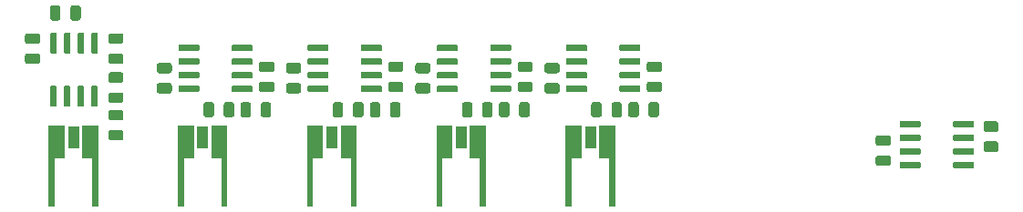
<source format=gbr>
G04 #@! TF.GenerationSoftware,KiCad,Pcbnew,5.1.5*
G04 #@! TF.CreationDate,2020-07-14T01:00:17+09:00*
G04 #@! TF.ProjectId,teabiscuits_compute,74656162-6973-4637-9569-74735f636f6d,rev?*
G04 #@! TF.SameCoordinates,Original*
G04 #@! TF.FileFunction,Paste,Top*
G04 #@! TF.FilePolarity,Positive*
%FSLAX46Y46*%
G04 Gerber Fmt 4.6, Leading zero omitted, Abs format (unit mm)*
G04 Created by KiCad (PCBNEW 5.1.5) date 2020-07-14 01:00:17*
%MOMM*%
%LPD*%
G04 APERTURE LIST*
%ADD10C,0.100000*%
%ADD11R,1.100000X2.100000*%
G04 APERTURE END LIST*
D10*
G36*
X144980142Y-134638674D02*
G01*
X145003803Y-134642184D01*
X145027007Y-134647996D01*
X145049529Y-134656054D01*
X145071153Y-134666282D01*
X145091670Y-134678579D01*
X145110883Y-134692829D01*
X145128607Y-134708893D01*
X145144671Y-134726617D01*
X145158921Y-134745830D01*
X145171218Y-134766347D01*
X145181446Y-134787971D01*
X145189504Y-134810493D01*
X145195316Y-134833697D01*
X145198826Y-134857358D01*
X145200000Y-134881250D01*
X145200000Y-135368750D01*
X145198826Y-135392642D01*
X145195316Y-135416303D01*
X145189504Y-135439507D01*
X145181446Y-135462029D01*
X145171218Y-135483653D01*
X145158921Y-135504170D01*
X145144671Y-135523383D01*
X145128607Y-135541107D01*
X145110883Y-135557171D01*
X145091670Y-135571421D01*
X145071153Y-135583718D01*
X145049529Y-135593946D01*
X145027007Y-135602004D01*
X145003803Y-135607816D01*
X144980142Y-135611326D01*
X144956250Y-135612500D01*
X144043750Y-135612500D01*
X144019858Y-135611326D01*
X143996197Y-135607816D01*
X143972993Y-135602004D01*
X143950471Y-135593946D01*
X143928847Y-135583718D01*
X143908330Y-135571421D01*
X143889117Y-135557171D01*
X143871393Y-135541107D01*
X143855329Y-135523383D01*
X143841079Y-135504170D01*
X143828782Y-135483653D01*
X143818554Y-135462029D01*
X143810496Y-135439507D01*
X143804684Y-135416303D01*
X143801174Y-135392642D01*
X143800000Y-135368750D01*
X143800000Y-134881250D01*
X143801174Y-134857358D01*
X143804684Y-134833697D01*
X143810496Y-134810493D01*
X143818554Y-134787971D01*
X143828782Y-134766347D01*
X143841079Y-134745830D01*
X143855329Y-134726617D01*
X143871393Y-134708893D01*
X143889117Y-134692829D01*
X143908330Y-134678579D01*
X143928847Y-134666282D01*
X143950471Y-134656054D01*
X143972993Y-134647996D01*
X143996197Y-134642184D01*
X144019858Y-134638674D01*
X144043750Y-134637500D01*
X144956250Y-134637500D01*
X144980142Y-134638674D01*
G37*
G36*
X144980142Y-136513674D02*
G01*
X145003803Y-136517184D01*
X145027007Y-136522996D01*
X145049529Y-136531054D01*
X145071153Y-136541282D01*
X145091670Y-136553579D01*
X145110883Y-136567829D01*
X145128607Y-136583893D01*
X145144671Y-136601617D01*
X145158921Y-136620830D01*
X145171218Y-136641347D01*
X145181446Y-136662971D01*
X145189504Y-136685493D01*
X145195316Y-136708697D01*
X145198826Y-136732358D01*
X145200000Y-136756250D01*
X145200000Y-137243750D01*
X145198826Y-137267642D01*
X145195316Y-137291303D01*
X145189504Y-137314507D01*
X145181446Y-137337029D01*
X145171218Y-137358653D01*
X145158921Y-137379170D01*
X145144671Y-137398383D01*
X145128607Y-137416107D01*
X145110883Y-137432171D01*
X145091670Y-137446421D01*
X145071153Y-137458718D01*
X145049529Y-137468946D01*
X145027007Y-137477004D01*
X145003803Y-137482816D01*
X144980142Y-137486326D01*
X144956250Y-137487500D01*
X144043750Y-137487500D01*
X144019858Y-137486326D01*
X143996197Y-137482816D01*
X143972993Y-137477004D01*
X143950471Y-137468946D01*
X143928847Y-137458718D01*
X143908330Y-137446421D01*
X143889117Y-137432171D01*
X143871393Y-137416107D01*
X143855329Y-137398383D01*
X143841079Y-137379170D01*
X143828782Y-137358653D01*
X143818554Y-137337029D01*
X143810496Y-137314507D01*
X143804684Y-137291303D01*
X143801174Y-137267642D01*
X143800000Y-137243750D01*
X143800000Y-136756250D01*
X143801174Y-136732358D01*
X143804684Y-136708697D01*
X143810496Y-136685493D01*
X143818554Y-136662971D01*
X143828782Y-136641347D01*
X143841079Y-136620830D01*
X143855329Y-136601617D01*
X143871393Y-136583893D01*
X143889117Y-136567829D01*
X143908330Y-136553579D01*
X143928847Y-136541282D01*
X143950471Y-136531054D01*
X143972993Y-136522996D01*
X143996197Y-136517184D01*
X144019858Y-136513674D01*
X144043750Y-136512500D01*
X144956250Y-136512500D01*
X144980142Y-136513674D01*
G37*
G36*
X202614703Y-143855722D02*
G01*
X202629264Y-143857882D01*
X202643543Y-143861459D01*
X202657403Y-143866418D01*
X202670710Y-143872712D01*
X202683336Y-143880280D01*
X202695159Y-143889048D01*
X202706066Y-143898934D01*
X202715952Y-143909841D01*
X202724720Y-143921664D01*
X202732288Y-143934290D01*
X202738582Y-143947597D01*
X202743541Y-143961457D01*
X202747118Y-143975736D01*
X202749278Y-143990297D01*
X202750000Y-144005000D01*
X202750000Y-144305000D01*
X202749278Y-144319703D01*
X202747118Y-144334264D01*
X202743541Y-144348543D01*
X202738582Y-144362403D01*
X202732288Y-144375710D01*
X202724720Y-144388336D01*
X202715952Y-144400159D01*
X202706066Y-144411066D01*
X202695159Y-144420952D01*
X202683336Y-144429720D01*
X202670710Y-144437288D01*
X202657403Y-144443582D01*
X202643543Y-144448541D01*
X202629264Y-144452118D01*
X202614703Y-144454278D01*
X202600000Y-144455000D01*
X200950000Y-144455000D01*
X200935297Y-144454278D01*
X200920736Y-144452118D01*
X200906457Y-144448541D01*
X200892597Y-144443582D01*
X200879290Y-144437288D01*
X200866664Y-144429720D01*
X200854841Y-144420952D01*
X200843934Y-144411066D01*
X200834048Y-144400159D01*
X200825280Y-144388336D01*
X200817712Y-144375710D01*
X200811418Y-144362403D01*
X200806459Y-144348543D01*
X200802882Y-144334264D01*
X200800722Y-144319703D01*
X200800000Y-144305000D01*
X200800000Y-144005000D01*
X200800722Y-143990297D01*
X200802882Y-143975736D01*
X200806459Y-143961457D01*
X200811418Y-143947597D01*
X200817712Y-143934290D01*
X200825280Y-143921664D01*
X200834048Y-143909841D01*
X200843934Y-143898934D01*
X200854841Y-143889048D01*
X200866664Y-143880280D01*
X200879290Y-143872712D01*
X200892597Y-143866418D01*
X200906457Y-143861459D01*
X200920736Y-143857882D01*
X200935297Y-143855722D01*
X200950000Y-143855000D01*
X202600000Y-143855000D01*
X202614703Y-143855722D01*
G37*
G36*
X202614703Y-142585722D02*
G01*
X202629264Y-142587882D01*
X202643543Y-142591459D01*
X202657403Y-142596418D01*
X202670710Y-142602712D01*
X202683336Y-142610280D01*
X202695159Y-142619048D01*
X202706066Y-142628934D01*
X202715952Y-142639841D01*
X202724720Y-142651664D01*
X202732288Y-142664290D01*
X202738582Y-142677597D01*
X202743541Y-142691457D01*
X202747118Y-142705736D01*
X202749278Y-142720297D01*
X202750000Y-142735000D01*
X202750000Y-143035000D01*
X202749278Y-143049703D01*
X202747118Y-143064264D01*
X202743541Y-143078543D01*
X202738582Y-143092403D01*
X202732288Y-143105710D01*
X202724720Y-143118336D01*
X202715952Y-143130159D01*
X202706066Y-143141066D01*
X202695159Y-143150952D01*
X202683336Y-143159720D01*
X202670710Y-143167288D01*
X202657403Y-143173582D01*
X202643543Y-143178541D01*
X202629264Y-143182118D01*
X202614703Y-143184278D01*
X202600000Y-143185000D01*
X200950000Y-143185000D01*
X200935297Y-143184278D01*
X200920736Y-143182118D01*
X200906457Y-143178541D01*
X200892597Y-143173582D01*
X200879290Y-143167288D01*
X200866664Y-143159720D01*
X200854841Y-143150952D01*
X200843934Y-143141066D01*
X200834048Y-143130159D01*
X200825280Y-143118336D01*
X200817712Y-143105710D01*
X200811418Y-143092403D01*
X200806459Y-143078543D01*
X200802882Y-143064264D01*
X200800722Y-143049703D01*
X200800000Y-143035000D01*
X200800000Y-142735000D01*
X200800722Y-142720297D01*
X200802882Y-142705736D01*
X200806459Y-142691457D01*
X200811418Y-142677597D01*
X200817712Y-142664290D01*
X200825280Y-142651664D01*
X200834048Y-142639841D01*
X200843934Y-142628934D01*
X200854841Y-142619048D01*
X200866664Y-142610280D01*
X200879290Y-142602712D01*
X200892597Y-142596418D01*
X200906457Y-142591459D01*
X200920736Y-142587882D01*
X200935297Y-142585722D01*
X200950000Y-142585000D01*
X202600000Y-142585000D01*
X202614703Y-142585722D01*
G37*
G36*
X202614703Y-141315722D02*
G01*
X202629264Y-141317882D01*
X202643543Y-141321459D01*
X202657403Y-141326418D01*
X202670710Y-141332712D01*
X202683336Y-141340280D01*
X202695159Y-141349048D01*
X202706066Y-141358934D01*
X202715952Y-141369841D01*
X202724720Y-141381664D01*
X202732288Y-141394290D01*
X202738582Y-141407597D01*
X202743541Y-141421457D01*
X202747118Y-141435736D01*
X202749278Y-141450297D01*
X202750000Y-141465000D01*
X202750000Y-141765000D01*
X202749278Y-141779703D01*
X202747118Y-141794264D01*
X202743541Y-141808543D01*
X202738582Y-141822403D01*
X202732288Y-141835710D01*
X202724720Y-141848336D01*
X202715952Y-141860159D01*
X202706066Y-141871066D01*
X202695159Y-141880952D01*
X202683336Y-141889720D01*
X202670710Y-141897288D01*
X202657403Y-141903582D01*
X202643543Y-141908541D01*
X202629264Y-141912118D01*
X202614703Y-141914278D01*
X202600000Y-141915000D01*
X200950000Y-141915000D01*
X200935297Y-141914278D01*
X200920736Y-141912118D01*
X200906457Y-141908541D01*
X200892597Y-141903582D01*
X200879290Y-141897288D01*
X200866664Y-141889720D01*
X200854841Y-141880952D01*
X200843934Y-141871066D01*
X200834048Y-141860159D01*
X200825280Y-141848336D01*
X200817712Y-141835710D01*
X200811418Y-141822403D01*
X200806459Y-141808543D01*
X200802882Y-141794264D01*
X200800722Y-141779703D01*
X200800000Y-141765000D01*
X200800000Y-141465000D01*
X200800722Y-141450297D01*
X200802882Y-141435736D01*
X200806459Y-141421457D01*
X200811418Y-141407597D01*
X200817712Y-141394290D01*
X200825280Y-141381664D01*
X200834048Y-141369841D01*
X200843934Y-141358934D01*
X200854841Y-141349048D01*
X200866664Y-141340280D01*
X200879290Y-141332712D01*
X200892597Y-141326418D01*
X200906457Y-141321459D01*
X200920736Y-141317882D01*
X200935297Y-141315722D01*
X200950000Y-141315000D01*
X202600000Y-141315000D01*
X202614703Y-141315722D01*
G37*
G36*
X202614703Y-140045722D02*
G01*
X202629264Y-140047882D01*
X202643543Y-140051459D01*
X202657403Y-140056418D01*
X202670710Y-140062712D01*
X202683336Y-140070280D01*
X202695159Y-140079048D01*
X202706066Y-140088934D01*
X202715952Y-140099841D01*
X202724720Y-140111664D01*
X202732288Y-140124290D01*
X202738582Y-140137597D01*
X202743541Y-140151457D01*
X202747118Y-140165736D01*
X202749278Y-140180297D01*
X202750000Y-140195000D01*
X202750000Y-140495000D01*
X202749278Y-140509703D01*
X202747118Y-140524264D01*
X202743541Y-140538543D01*
X202738582Y-140552403D01*
X202732288Y-140565710D01*
X202724720Y-140578336D01*
X202715952Y-140590159D01*
X202706066Y-140601066D01*
X202695159Y-140610952D01*
X202683336Y-140619720D01*
X202670710Y-140627288D01*
X202657403Y-140633582D01*
X202643543Y-140638541D01*
X202629264Y-140642118D01*
X202614703Y-140644278D01*
X202600000Y-140645000D01*
X200950000Y-140645000D01*
X200935297Y-140644278D01*
X200920736Y-140642118D01*
X200906457Y-140638541D01*
X200892597Y-140633582D01*
X200879290Y-140627288D01*
X200866664Y-140619720D01*
X200854841Y-140610952D01*
X200843934Y-140601066D01*
X200834048Y-140590159D01*
X200825280Y-140578336D01*
X200817712Y-140565710D01*
X200811418Y-140552403D01*
X200806459Y-140538543D01*
X200802882Y-140524264D01*
X200800722Y-140509703D01*
X200800000Y-140495000D01*
X200800000Y-140195000D01*
X200800722Y-140180297D01*
X200802882Y-140165736D01*
X200806459Y-140151457D01*
X200811418Y-140137597D01*
X200817712Y-140124290D01*
X200825280Y-140111664D01*
X200834048Y-140099841D01*
X200843934Y-140088934D01*
X200854841Y-140079048D01*
X200866664Y-140070280D01*
X200879290Y-140062712D01*
X200892597Y-140056418D01*
X200906457Y-140051459D01*
X200920736Y-140047882D01*
X200935297Y-140045722D01*
X200950000Y-140045000D01*
X202600000Y-140045000D01*
X202614703Y-140045722D01*
G37*
G36*
X207564703Y-140045722D02*
G01*
X207579264Y-140047882D01*
X207593543Y-140051459D01*
X207607403Y-140056418D01*
X207620710Y-140062712D01*
X207633336Y-140070280D01*
X207645159Y-140079048D01*
X207656066Y-140088934D01*
X207665952Y-140099841D01*
X207674720Y-140111664D01*
X207682288Y-140124290D01*
X207688582Y-140137597D01*
X207693541Y-140151457D01*
X207697118Y-140165736D01*
X207699278Y-140180297D01*
X207700000Y-140195000D01*
X207700000Y-140495000D01*
X207699278Y-140509703D01*
X207697118Y-140524264D01*
X207693541Y-140538543D01*
X207688582Y-140552403D01*
X207682288Y-140565710D01*
X207674720Y-140578336D01*
X207665952Y-140590159D01*
X207656066Y-140601066D01*
X207645159Y-140610952D01*
X207633336Y-140619720D01*
X207620710Y-140627288D01*
X207607403Y-140633582D01*
X207593543Y-140638541D01*
X207579264Y-140642118D01*
X207564703Y-140644278D01*
X207550000Y-140645000D01*
X205900000Y-140645000D01*
X205885297Y-140644278D01*
X205870736Y-140642118D01*
X205856457Y-140638541D01*
X205842597Y-140633582D01*
X205829290Y-140627288D01*
X205816664Y-140619720D01*
X205804841Y-140610952D01*
X205793934Y-140601066D01*
X205784048Y-140590159D01*
X205775280Y-140578336D01*
X205767712Y-140565710D01*
X205761418Y-140552403D01*
X205756459Y-140538543D01*
X205752882Y-140524264D01*
X205750722Y-140509703D01*
X205750000Y-140495000D01*
X205750000Y-140195000D01*
X205750722Y-140180297D01*
X205752882Y-140165736D01*
X205756459Y-140151457D01*
X205761418Y-140137597D01*
X205767712Y-140124290D01*
X205775280Y-140111664D01*
X205784048Y-140099841D01*
X205793934Y-140088934D01*
X205804841Y-140079048D01*
X205816664Y-140070280D01*
X205829290Y-140062712D01*
X205842597Y-140056418D01*
X205856457Y-140051459D01*
X205870736Y-140047882D01*
X205885297Y-140045722D01*
X205900000Y-140045000D01*
X207550000Y-140045000D01*
X207564703Y-140045722D01*
G37*
G36*
X207564703Y-141315722D02*
G01*
X207579264Y-141317882D01*
X207593543Y-141321459D01*
X207607403Y-141326418D01*
X207620710Y-141332712D01*
X207633336Y-141340280D01*
X207645159Y-141349048D01*
X207656066Y-141358934D01*
X207665952Y-141369841D01*
X207674720Y-141381664D01*
X207682288Y-141394290D01*
X207688582Y-141407597D01*
X207693541Y-141421457D01*
X207697118Y-141435736D01*
X207699278Y-141450297D01*
X207700000Y-141465000D01*
X207700000Y-141765000D01*
X207699278Y-141779703D01*
X207697118Y-141794264D01*
X207693541Y-141808543D01*
X207688582Y-141822403D01*
X207682288Y-141835710D01*
X207674720Y-141848336D01*
X207665952Y-141860159D01*
X207656066Y-141871066D01*
X207645159Y-141880952D01*
X207633336Y-141889720D01*
X207620710Y-141897288D01*
X207607403Y-141903582D01*
X207593543Y-141908541D01*
X207579264Y-141912118D01*
X207564703Y-141914278D01*
X207550000Y-141915000D01*
X205900000Y-141915000D01*
X205885297Y-141914278D01*
X205870736Y-141912118D01*
X205856457Y-141908541D01*
X205842597Y-141903582D01*
X205829290Y-141897288D01*
X205816664Y-141889720D01*
X205804841Y-141880952D01*
X205793934Y-141871066D01*
X205784048Y-141860159D01*
X205775280Y-141848336D01*
X205767712Y-141835710D01*
X205761418Y-141822403D01*
X205756459Y-141808543D01*
X205752882Y-141794264D01*
X205750722Y-141779703D01*
X205750000Y-141765000D01*
X205750000Y-141465000D01*
X205750722Y-141450297D01*
X205752882Y-141435736D01*
X205756459Y-141421457D01*
X205761418Y-141407597D01*
X205767712Y-141394290D01*
X205775280Y-141381664D01*
X205784048Y-141369841D01*
X205793934Y-141358934D01*
X205804841Y-141349048D01*
X205816664Y-141340280D01*
X205829290Y-141332712D01*
X205842597Y-141326418D01*
X205856457Y-141321459D01*
X205870736Y-141317882D01*
X205885297Y-141315722D01*
X205900000Y-141315000D01*
X207550000Y-141315000D01*
X207564703Y-141315722D01*
G37*
G36*
X207564703Y-142585722D02*
G01*
X207579264Y-142587882D01*
X207593543Y-142591459D01*
X207607403Y-142596418D01*
X207620710Y-142602712D01*
X207633336Y-142610280D01*
X207645159Y-142619048D01*
X207656066Y-142628934D01*
X207665952Y-142639841D01*
X207674720Y-142651664D01*
X207682288Y-142664290D01*
X207688582Y-142677597D01*
X207693541Y-142691457D01*
X207697118Y-142705736D01*
X207699278Y-142720297D01*
X207700000Y-142735000D01*
X207700000Y-143035000D01*
X207699278Y-143049703D01*
X207697118Y-143064264D01*
X207693541Y-143078543D01*
X207688582Y-143092403D01*
X207682288Y-143105710D01*
X207674720Y-143118336D01*
X207665952Y-143130159D01*
X207656066Y-143141066D01*
X207645159Y-143150952D01*
X207633336Y-143159720D01*
X207620710Y-143167288D01*
X207607403Y-143173582D01*
X207593543Y-143178541D01*
X207579264Y-143182118D01*
X207564703Y-143184278D01*
X207550000Y-143185000D01*
X205900000Y-143185000D01*
X205885297Y-143184278D01*
X205870736Y-143182118D01*
X205856457Y-143178541D01*
X205842597Y-143173582D01*
X205829290Y-143167288D01*
X205816664Y-143159720D01*
X205804841Y-143150952D01*
X205793934Y-143141066D01*
X205784048Y-143130159D01*
X205775280Y-143118336D01*
X205767712Y-143105710D01*
X205761418Y-143092403D01*
X205756459Y-143078543D01*
X205752882Y-143064264D01*
X205750722Y-143049703D01*
X205750000Y-143035000D01*
X205750000Y-142735000D01*
X205750722Y-142720297D01*
X205752882Y-142705736D01*
X205756459Y-142691457D01*
X205761418Y-142677597D01*
X205767712Y-142664290D01*
X205775280Y-142651664D01*
X205784048Y-142639841D01*
X205793934Y-142628934D01*
X205804841Y-142619048D01*
X205816664Y-142610280D01*
X205829290Y-142602712D01*
X205842597Y-142596418D01*
X205856457Y-142591459D01*
X205870736Y-142587882D01*
X205885297Y-142585722D01*
X205900000Y-142585000D01*
X207550000Y-142585000D01*
X207564703Y-142585722D01*
G37*
G36*
X207564703Y-143855722D02*
G01*
X207579264Y-143857882D01*
X207593543Y-143861459D01*
X207607403Y-143866418D01*
X207620710Y-143872712D01*
X207633336Y-143880280D01*
X207645159Y-143889048D01*
X207656066Y-143898934D01*
X207665952Y-143909841D01*
X207674720Y-143921664D01*
X207682288Y-143934290D01*
X207688582Y-143947597D01*
X207693541Y-143961457D01*
X207697118Y-143975736D01*
X207699278Y-143990297D01*
X207700000Y-144005000D01*
X207700000Y-144305000D01*
X207699278Y-144319703D01*
X207697118Y-144334264D01*
X207693541Y-144348543D01*
X207688582Y-144362403D01*
X207682288Y-144375710D01*
X207674720Y-144388336D01*
X207665952Y-144400159D01*
X207656066Y-144411066D01*
X207645159Y-144420952D01*
X207633336Y-144429720D01*
X207620710Y-144437288D01*
X207607403Y-144443582D01*
X207593543Y-144448541D01*
X207579264Y-144452118D01*
X207564703Y-144454278D01*
X207550000Y-144455000D01*
X205900000Y-144455000D01*
X205885297Y-144454278D01*
X205870736Y-144452118D01*
X205856457Y-144448541D01*
X205842597Y-144443582D01*
X205829290Y-144437288D01*
X205816664Y-144429720D01*
X205804841Y-144420952D01*
X205793934Y-144411066D01*
X205784048Y-144400159D01*
X205775280Y-144388336D01*
X205767712Y-144375710D01*
X205761418Y-144362403D01*
X205756459Y-144348543D01*
X205752882Y-144334264D01*
X205750722Y-144319703D01*
X205750000Y-144305000D01*
X205750000Y-144005000D01*
X205750722Y-143990297D01*
X205752882Y-143975736D01*
X205756459Y-143961457D01*
X205761418Y-143947597D01*
X205767712Y-143934290D01*
X205775280Y-143921664D01*
X205784048Y-143909841D01*
X205793934Y-143898934D01*
X205804841Y-143889048D01*
X205816664Y-143880280D01*
X205829290Y-143872712D01*
X205842597Y-143866418D01*
X205856457Y-143861459D01*
X205870736Y-143857882D01*
X205885297Y-143855722D01*
X205900000Y-143855000D01*
X207550000Y-143855000D01*
X207564703Y-143855722D01*
G37*
G36*
X199730142Y-143263674D02*
G01*
X199753803Y-143267184D01*
X199777007Y-143272996D01*
X199799529Y-143281054D01*
X199821153Y-143291282D01*
X199841670Y-143303579D01*
X199860883Y-143317829D01*
X199878607Y-143333893D01*
X199894671Y-143351617D01*
X199908921Y-143370830D01*
X199921218Y-143391347D01*
X199931446Y-143412971D01*
X199939504Y-143435493D01*
X199945316Y-143458697D01*
X199948826Y-143482358D01*
X199950000Y-143506250D01*
X199950000Y-143993750D01*
X199948826Y-144017642D01*
X199945316Y-144041303D01*
X199939504Y-144064507D01*
X199931446Y-144087029D01*
X199921218Y-144108653D01*
X199908921Y-144129170D01*
X199894671Y-144148383D01*
X199878607Y-144166107D01*
X199860883Y-144182171D01*
X199841670Y-144196421D01*
X199821153Y-144208718D01*
X199799529Y-144218946D01*
X199777007Y-144227004D01*
X199753803Y-144232816D01*
X199730142Y-144236326D01*
X199706250Y-144237500D01*
X198793750Y-144237500D01*
X198769858Y-144236326D01*
X198746197Y-144232816D01*
X198722993Y-144227004D01*
X198700471Y-144218946D01*
X198678847Y-144208718D01*
X198658330Y-144196421D01*
X198639117Y-144182171D01*
X198621393Y-144166107D01*
X198605329Y-144148383D01*
X198591079Y-144129170D01*
X198578782Y-144108653D01*
X198568554Y-144087029D01*
X198560496Y-144064507D01*
X198554684Y-144041303D01*
X198551174Y-144017642D01*
X198550000Y-143993750D01*
X198550000Y-143506250D01*
X198551174Y-143482358D01*
X198554684Y-143458697D01*
X198560496Y-143435493D01*
X198568554Y-143412971D01*
X198578782Y-143391347D01*
X198591079Y-143370830D01*
X198605329Y-143351617D01*
X198621393Y-143333893D01*
X198639117Y-143317829D01*
X198658330Y-143303579D01*
X198678847Y-143291282D01*
X198700471Y-143281054D01*
X198722993Y-143272996D01*
X198746197Y-143267184D01*
X198769858Y-143263674D01*
X198793750Y-143262500D01*
X199706250Y-143262500D01*
X199730142Y-143263674D01*
G37*
G36*
X199730142Y-141388674D02*
G01*
X199753803Y-141392184D01*
X199777007Y-141397996D01*
X199799529Y-141406054D01*
X199821153Y-141416282D01*
X199841670Y-141428579D01*
X199860883Y-141442829D01*
X199878607Y-141458893D01*
X199894671Y-141476617D01*
X199908921Y-141495830D01*
X199921218Y-141516347D01*
X199931446Y-141537971D01*
X199939504Y-141560493D01*
X199945316Y-141583697D01*
X199948826Y-141607358D01*
X199950000Y-141631250D01*
X199950000Y-142118750D01*
X199948826Y-142142642D01*
X199945316Y-142166303D01*
X199939504Y-142189507D01*
X199931446Y-142212029D01*
X199921218Y-142233653D01*
X199908921Y-142254170D01*
X199894671Y-142273383D01*
X199878607Y-142291107D01*
X199860883Y-142307171D01*
X199841670Y-142321421D01*
X199821153Y-142333718D01*
X199799529Y-142343946D01*
X199777007Y-142352004D01*
X199753803Y-142357816D01*
X199730142Y-142361326D01*
X199706250Y-142362500D01*
X198793750Y-142362500D01*
X198769858Y-142361326D01*
X198746197Y-142357816D01*
X198722993Y-142352004D01*
X198700471Y-142343946D01*
X198678847Y-142333718D01*
X198658330Y-142321421D01*
X198639117Y-142307171D01*
X198621393Y-142291107D01*
X198605329Y-142273383D01*
X198591079Y-142254170D01*
X198578782Y-142233653D01*
X198568554Y-142212029D01*
X198560496Y-142189507D01*
X198554684Y-142166303D01*
X198551174Y-142142642D01*
X198550000Y-142118750D01*
X198550000Y-141631250D01*
X198551174Y-141607358D01*
X198554684Y-141583697D01*
X198560496Y-141560493D01*
X198568554Y-141537971D01*
X198578782Y-141516347D01*
X198591079Y-141495830D01*
X198605329Y-141476617D01*
X198621393Y-141458893D01*
X198639117Y-141442829D01*
X198658330Y-141428579D01*
X198678847Y-141416282D01*
X198700471Y-141406054D01*
X198722993Y-141397996D01*
X198746197Y-141392184D01*
X198769858Y-141388674D01*
X198793750Y-141387500D01*
X199706250Y-141387500D01*
X199730142Y-141388674D01*
G37*
G36*
X209730142Y-140076174D02*
G01*
X209753803Y-140079684D01*
X209777007Y-140085496D01*
X209799529Y-140093554D01*
X209821153Y-140103782D01*
X209841670Y-140116079D01*
X209860883Y-140130329D01*
X209878607Y-140146393D01*
X209894671Y-140164117D01*
X209908921Y-140183330D01*
X209921218Y-140203847D01*
X209931446Y-140225471D01*
X209939504Y-140247993D01*
X209945316Y-140271197D01*
X209948826Y-140294858D01*
X209950000Y-140318750D01*
X209950000Y-140806250D01*
X209948826Y-140830142D01*
X209945316Y-140853803D01*
X209939504Y-140877007D01*
X209931446Y-140899529D01*
X209921218Y-140921153D01*
X209908921Y-140941670D01*
X209894671Y-140960883D01*
X209878607Y-140978607D01*
X209860883Y-140994671D01*
X209841670Y-141008921D01*
X209821153Y-141021218D01*
X209799529Y-141031446D01*
X209777007Y-141039504D01*
X209753803Y-141045316D01*
X209730142Y-141048826D01*
X209706250Y-141050000D01*
X208793750Y-141050000D01*
X208769858Y-141048826D01*
X208746197Y-141045316D01*
X208722993Y-141039504D01*
X208700471Y-141031446D01*
X208678847Y-141021218D01*
X208658330Y-141008921D01*
X208639117Y-140994671D01*
X208621393Y-140978607D01*
X208605329Y-140960883D01*
X208591079Y-140941670D01*
X208578782Y-140921153D01*
X208568554Y-140899529D01*
X208560496Y-140877007D01*
X208554684Y-140853803D01*
X208551174Y-140830142D01*
X208550000Y-140806250D01*
X208550000Y-140318750D01*
X208551174Y-140294858D01*
X208554684Y-140271197D01*
X208560496Y-140247993D01*
X208568554Y-140225471D01*
X208578782Y-140203847D01*
X208591079Y-140183330D01*
X208605329Y-140164117D01*
X208621393Y-140146393D01*
X208639117Y-140130329D01*
X208658330Y-140116079D01*
X208678847Y-140103782D01*
X208700471Y-140093554D01*
X208722993Y-140085496D01*
X208746197Y-140079684D01*
X208769858Y-140076174D01*
X208793750Y-140075000D01*
X209706250Y-140075000D01*
X209730142Y-140076174D01*
G37*
G36*
X209730142Y-141951174D02*
G01*
X209753803Y-141954684D01*
X209777007Y-141960496D01*
X209799529Y-141968554D01*
X209821153Y-141978782D01*
X209841670Y-141991079D01*
X209860883Y-142005329D01*
X209878607Y-142021393D01*
X209894671Y-142039117D01*
X209908921Y-142058330D01*
X209921218Y-142078847D01*
X209931446Y-142100471D01*
X209939504Y-142122993D01*
X209945316Y-142146197D01*
X209948826Y-142169858D01*
X209950000Y-142193750D01*
X209950000Y-142681250D01*
X209948826Y-142705142D01*
X209945316Y-142728803D01*
X209939504Y-142752007D01*
X209931446Y-142774529D01*
X209921218Y-142796153D01*
X209908921Y-142816670D01*
X209894671Y-142835883D01*
X209878607Y-142853607D01*
X209860883Y-142869671D01*
X209841670Y-142883921D01*
X209821153Y-142896218D01*
X209799529Y-142906446D01*
X209777007Y-142914504D01*
X209753803Y-142920316D01*
X209730142Y-142923826D01*
X209706250Y-142925000D01*
X208793750Y-142925000D01*
X208769858Y-142923826D01*
X208746197Y-142920316D01*
X208722993Y-142914504D01*
X208700471Y-142906446D01*
X208678847Y-142896218D01*
X208658330Y-142883921D01*
X208639117Y-142869671D01*
X208621393Y-142853607D01*
X208605329Y-142835883D01*
X208591079Y-142816670D01*
X208578782Y-142796153D01*
X208568554Y-142774529D01*
X208560496Y-142752007D01*
X208554684Y-142728803D01*
X208551174Y-142705142D01*
X208550000Y-142681250D01*
X208550000Y-142193750D01*
X208551174Y-142169858D01*
X208554684Y-142146197D01*
X208560496Y-142122993D01*
X208568554Y-142100471D01*
X208578782Y-142078847D01*
X208591079Y-142058330D01*
X208605329Y-142039117D01*
X208621393Y-142021393D01*
X208639117Y-142005329D01*
X208658330Y-141991079D01*
X208678847Y-141978782D01*
X208700471Y-141968554D01*
X208722993Y-141960496D01*
X208746197Y-141954684D01*
X208769858Y-141951174D01*
X208793750Y-141950000D01*
X209706250Y-141950000D01*
X209730142Y-141951174D01*
G37*
G36*
X178205142Y-138301174D02*
G01*
X178228803Y-138304684D01*
X178252007Y-138310496D01*
X178274529Y-138318554D01*
X178296153Y-138328782D01*
X178316670Y-138341079D01*
X178335883Y-138355329D01*
X178353607Y-138371393D01*
X178369671Y-138389117D01*
X178383921Y-138408330D01*
X178396218Y-138428847D01*
X178406446Y-138450471D01*
X178414504Y-138472993D01*
X178420316Y-138496197D01*
X178423826Y-138519858D01*
X178425000Y-138543750D01*
X178425000Y-139456250D01*
X178423826Y-139480142D01*
X178420316Y-139503803D01*
X178414504Y-139527007D01*
X178406446Y-139549529D01*
X178396218Y-139571153D01*
X178383921Y-139591670D01*
X178369671Y-139610883D01*
X178353607Y-139628607D01*
X178335883Y-139644671D01*
X178316670Y-139658921D01*
X178296153Y-139671218D01*
X178274529Y-139681446D01*
X178252007Y-139689504D01*
X178228803Y-139695316D01*
X178205142Y-139698826D01*
X178181250Y-139700000D01*
X177693750Y-139700000D01*
X177669858Y-139698826D01*
X177646197Y-139695316D01*
X177622993Y-139689504D01*
X177600471Y-139681446D01*
X177578847Y-139671218D01*
X177558330Y-139658921D01*
X177539117Y-139644671D01*
X177521393Y-139628607D01*
X177505329Y-139610883D01*
X177491079Y-139591670D01*
X177478782Y-139571153D01*
X177468554Y-139549529D01*
X177460496Y-139527007D01*
X177454684Y-139503803D01*
X177451174Y-139480142D01*
X177450000Y-139456250D01*
X177450000Y-138543750D01*
X177451174Y-138519858D01*
X177454684Y-138496197D01*
X177460496Y-138472993D01*
X177468554Y-138450471D01*
X177478782Y-138428847D01*
X177491079Y-138408330D01*
X177505329Y-138389117D01*
X177521393Y-138371393D01*
X177539117Y-138355329D01*
X177558330Y-138341079D01*
X177578847Y-138328782D01*
X177600471Y-138318554D01*
X177622993Y-138310496D01*
X177646197Y-138304684D01*
X177669858Y-138301174D01*
X177693750Y-138300000D01*
X178181250Y-138300000D01*
X178205142Y-138301174D01*
G37*
G36*
X176330142Y-138301174D02*
G01*
X176353803Y-138304684D01*
X176377007Y-138310496D01*
X176399529Y-138318554D01*
X176421153Y-138328782D01*
X176441670Y-138341079D01*
X176460883Y-138355329D01*
X176478607Y-138371393D01*
X176494671Y-138389117D01*
X176508921Y-138408330D01*
X176521218Y-138428847D01*
X176531446Y-138450471D01*
X176539504Y-138472993D01*
X176545316Y-138496197D01*
X176548826Y-138519858D01*
X176550000Y-138543750D01*
X176550000Y-139456250D01*
X176548826Y-139480142D01*
X176545316Y-139503803D01*
X176539504Y-139527007D01*
X176531446Y-139549529D01*
X176521218Y-139571153D01*
X176508921Y-139591670D01*
X176494671Y-139610883D01*
X176478607Y-139628607D01*
X176460883Y-139644671D01*
X176441670Y-139658921D01*
X176421153Y-139671218D01*
X176399529Y-139681446D01*
X176377007Y-139689504D01*
X176353803Y-139695316D01*
X176330142Y-139698826D01*
X176306250Y-139700000D01*
X175818750Y-139700000D01*
X175794858Y-139698826D01*
X175771197Y-139695316D01*
X175747993Y-139689504D01*
X175725471Y-139681446D01*
X175703847Y-139671218D01*
X175683330Y-139658921D01*
X175664117Y-139644671D01*
X175646393Y-139628607D01*
X175630329Y-139610883D01*
X175616079Y-139591670D01*
X175603782Y-139571153D01*
X175593554Y-139549529D01*
X175585496Y-139527007D01*
X175579684Y-139503803D01*
X175576174Y-139480142D01*
X175575000Y-139456250D01*
X175575000Y-138543750D01*
X175576174Y-138519858D01*
X175579684Y-138496197D01*
X175585496Y-138472993D01*
X175593554Y-138450471D01*
X175603782Y-138428847D01*
X175616079Y-138408330D01*
X175630329Y-138389117D01*
X175646393Y-138371393D01*
X175664117Y-138355329D01*
X175683330Y-138341079D01*
X175703847Y-138328782D01*
X175725471Y-138318554D01*
X175747993Y-138310496D01*
X175771197Y-138304684D01*
X175794858Y-138301174D01*
X175818750Y-138300000D01*
X176306250Y-138300000D01*
X176330142Y-138301174D01*
G37*
G36*
X166205142Y-138301174D02*
G01*
X166228803Y-138304684D01*
X166252007Y-138310496D01*
X166274529Y-138318554D01*
X166296153Y-138328782D01*
X166316670Y-138341079D01*
X166335883Y-138355329D01*
X166353607Y-138371393D01*
X166369671Y-138389117D01*
X166383921Y-138408330D01*
X166396218Y-138428847D01*
X166406446Y-138450471D01*
X166414504Y-138472993D01*
X166420316Y-138496197D01*
X166423826Y-138519858D01*
X166425000Y-138543750D01*
X166425000Y-139456250D01*
X166423826Y-139480142D01*
X166420316Y-139503803D01*
X166414504Y-139527007D01*
X166406446Y-139549529D01*
X166396218Y-139571153D01*
X166383921Y-139591670D01*
X166369671Y-139610883D01*
X166353607Y-139628607D01*
X166335883Y-139644671D01*
X166316670Y-139658921D01*
X166296153Y-139671218D01*
X166274529Y-139681446D01*
X166252007Y-139689504D01*
X166228803Y-139695316D01*
X166205142Y-139698826D01*
X166181250Y-139700000D01*
X165693750Y-139700000D01*
X165669858Y-139698826D01*
X165646197Y-139695316D01*
X165622993Y-139689504D01*
X165600471Y-139681446D01*
X165578847Y-139671218D01*
X165558330Y-139658921D01*
X165539117Y-139644671D01*
X165521393Y-139628607D01*
X165505329Y-139610883D01*
X165491079Y-139591670D01*
X165478782Y-139571153D01*
X165468554Y-139549529D01*
X165460496Y-139527007D01*
X165454684Y-139503803D01*
X165451174Y-139480142D01*
X165450000Y-139456250D01*
X165450000Y-138543750D01*
X165451174Y-138519858D01*
X165454684Y-138496197D01*
X165460496Y-138472993D01*
X165468554Y-138450471D01*
X165478782Y-138428847D01*
X165491079Y-138408330D01*
X165505329Y-138389117D01*
X165521393Y-138371393D01*
X165539117Y-138355329D01*
X165558330Y-138341079D01*
X165578847Y-138328782D01*
X165600471Y-138318554D01*
X165622993Y-138310496D01*
X165646197Y-138304684D01*
X165669858Y-138301174D01*
X165693750Y-138300000D01*
X166181250Y-138300000D01*
X166205142Y-138301174D01*
G37*
G36*
X164330142Y-138301174D02*
G01*
X164353803Y-138304684D01*
X164377007Y-138310496D01*
X164399529Y-138318554D01*
X164421153Y-138328782D01*
X164441670Y-138341079D01*
X164460883Y-138355329D01*
X164478607Y-138371393D01*
X164494671Y-138389117D01*
X164508921Y-138408330D01*
X164521218Y-138428847D01*
X164531446Y-138450471D01*
X164539504Y-138472993D01*
X164545316Y-138496197D01*
X164548826Y-138519858D01*
X164550000Y-138543750D01*
X164550000Y-139456250D01*
X164548826Y-139480142D01*
X164545316Y-139503803D01*
X164539504Y-139527007D01*
X164531446Y-139549529D01*
X164521218Y-139571153D01*
X164508921Y-139591670D01*
X164494671Y-139610883D01*
X164478607Y-139628607D01*
X164460883Y-139644671D01*
X164441670Y-139658921D01*
X164421153Y-139671218D01*
X164399529Y-139681446D01*
X164377007Y-139689504D01*
X164353803Y-139695316D01*
X164330142Y-139698826D01*
X164306250Y-139700000D01*
X163818750Y-139700000D01*
X163794858Y-139698826D01*
X163771197Y-139695316D01*
X163747993Y-139689504D01*
X163725471Y-139681446D01*
X163703847Y-139671218D01*
X163683330Y-139658921D01*
X163664117Y-139644671D01*
X163646393Y-139628607D01*
X163630329Y-139610883D01*
X163616079Y-139591670D01*
X163603782Y-139571153D01*
X163593554Y-139549529D01*
X163585496Y-139527007D01*
X163579684Y-139503803D01*
X163576174Y-139480142D01*
X163575000Y-139456250D01*
X163575000Y-138543750D01*
X163576174Y-138519858D01*
X163579684Y-138496197D01*
X163585496Y-138472993D01*
X163593554Y-138450471D01*
X163603782Y-138428847D01*
X163616079Y-138408330D01*
X163630329Y-138389117D01*
X163646393Y-138371393D01*
X163664117Y-138355329D01*
X163683330Y-138341079D01*
X163703847Y-138328782D01*
X163725471Y-138318554D01*
X163747993Y-138310496D01*
X163771197Y-138304684D01*
X163794858Y-138301174D01*
X163818750Y-138300000D01*
X164306250Y-138300000D01*
X164330142Y-138301174D01*
G37*
G36*
X154205142Y-138301174D02*
G01*
X154228803Y-138304684D01*
X154252007Y-138310496D01*
X154274529Y-138318554D01*
X154296153Y-138328782D01*
X154316670Y-138341079D01*
X154335883Y-138355329D01*
X154353607Y-138371393D01*
X154369671Y-138389117D01*
X154383921Y-138408330D01*
X154396218Y-138428847D01*
X154406446Y-138450471D01*
X154414504Y-138472993D01*
X154420316Y-138496197D01*
X154423826Y-138519858D01*
X154425000Y-138543750D01*
X154425000Y-139456250D01*
X154423826Y-139480142D01*
X154420316Y-139503803D01*
X154414504Y-139527007D01*
X154406446Y-139549529D01*
X154396218Y-139571153D01*
X154383921Y-139591670D01*
X154369671Y-139610883D01*
X154353607Y-139628607D01*
X154335883Y-139644671D01*
X154316670Y-139658921D01*
X154296153Y-139671218D01*
X154274529Y-139681446D01*
X154252007Y-139689504D01*
X154228803Y-139695316D01*
X154205142Y-139698826D01*
X154181250Y-139700000D01*
X153693750Y-139700000D01*
X153669858Y-139698826D01*
X153646197Y-139695316D01*
X153622993Y-139689504D01*
X153600471Y-139681446D01*
X153578847Y-139671218D01*
X153558330Y-139658921D01*
X153539117Y-139644671D01*
X153521393Y-139628607D01*
X153505329Y-139610883D01*
X153491079Y-139591670D01*
X153478782Y-139571153D01*
X153468554Y-139549529D01*
X153460496Y-139527007D01*
X153454684Y-139503803D01*
X153451174Y-139480142D01*
X153450000Y-139456250D01*
X153450000Y-138543750D01*
X153451174Y-138519858D01*
X153454684Y-138496197D01*
X153460496Y-138472993D01*
X153468554Y-138450471D01*
X153478782Y-138428847D01*
X153491079Y-138408330D01*
X153505329Y-138389117D01*
X153521393Y-138371393D01*
X153539117Y-138355329D01*
X153558330Y-138341079D01*
X153578847Y-138328782D01*
X153600471Y-138318554D01*
X153622993Y-138310496D01*
X153646197Y-138304684D01*
X153669858Y-138301174D01*
X153693750Y-138300000D01*
X154181250Y-138300000D01*
X154205142Y-138301174D01*
G37*
G36*
X152330142Y-138301174D02*
G01*
X152353803Y-138304684D01*
X152377007Y-138310496D01*
X152399529Y-138318554D01*
X152421153Y-138328782D01*
X152441670Y-138341079D01*
X152460883Y-138355329D01*
X152478607Y-138371393D01*
X152494671Y-138389117D01*
X152508921Y-138408330D01*
X152521218Y-138428847D01*
X152531446Y-138450471D01*
X152539504Y-138472993D01*
X152545316Y-138496197D01*
X152548826Y-138519858D01*
X152550000Y-138543750D01*
X152550000Y-139456250D01*
X152548826Y-139480142D01*
X152545316Y-139503803D01*
X152539504Y-139527007D01*
X152531446Y-139549529D01*
X152521218Y-139571153D01*
X152508921Y-139591670D01*
X152494671Y-139610883D01*
X152478607Y-139628607D01*
X152460883Y-139644671D01*
X152441670Y-139658921D01*
X152421153Y-139671218D01*
X152399529Y-139681446D01*
X152377007Y-139689504D01*
X152353803Y-139695316D01*
X152330142Y-139698826D01*
X152306250Y-139700000D01*
X151818750Y-139700000D01*
X151794858Y-139698826D01*
X151771197Y-139695316D01*
X151747993Y-139689504D01*
X151725471Y-139681446D01*
X151703847Y-139671218D01*
X151683330Y-139658921D01*
X151664117Y-139644671D01*
X151646393Y-139628607D01*
X151630329Y-139610883D01*
X151616079Y-139591670D01*
X151603782Y-139571153D01*
X151593554Y-139549529D01*
X151585496Y-139527007D01*
X151579684Y-139503803D01*
X151576174Y-139480142D01*
X151575000Y-139456250D01*
X151575000Y-138543750D01*
X151576174Y-138519858D01*
X151579684Y-138496197D01*
X151585496Y-138472993D01*
X151593554Y-138450471D01*
X151603782Y-138428847D01*
X151616079Y-138408330D01*
X151630329Y-138389117D01*
X151646393Y-138371393D01*
X151664117Y-138355329D01*
X151683330Y-138341079D01*
X151703847Y-138328782D01*
X151725471Y-138318554D01*
X151747993Y-138310496D01*
X151771197Y-138304684D01*
X151794858Y-138301174D01*
X151818750Y-138300000D01*
X152306250Y-138300000D01*
X152330142Y-138301174D01*
G37*
G36*
X168980142Y-134638674D02*
G01*
X169003803Y-134642184D01*
X169027007Y-134647996D01*
X169049529Y-134656054D01*
X169071153Y-134666282D01*
X169091670Y-134678579D01*
X169110883Y-134692829D01*
X169128607Y-134708893D01*
X169144671Y-134726617D01*
X169158921Y-134745830D01*
X169171218Y-134766347D01*
X169181446Y-134787971D01*
X169189504Y-134810493D01*
X169195316Y-134833697D01*
X169198826Y-134857358D01*
X169200000Y-134881250D01*
X169200000Y-135368750D01*
X169198826Y-135392642D01*
X169195316Y-135416303D01*
X169189504Y-135439507D01*
X169181446Y-135462029D01*
X169171218Y-135483653D01*
X169158921Y-135504170D01*
X169144671Y-135523383D01*
X169128607Y-135541107D01*
X169110883Y-135557171D01*
X169091670Y-135571421D01*
X169071153Y-135583718D01*
X169049529Y-135593946D01*
X169027007Y-135602004D01*
X169003803Y-135607816D01*
X168980142Y-135611326D01*
X168956250Y-135612500D01*
X168043750Y-135612500D01*
X168019858Y-135611326D01*
X167996197Y-135607816D01*
X167972993Y-135602004D01*
X167950471Y-135593946D01*
X167928847Y-135583718D01*
X167908330Y-135571421D01*
X167889117Y-135557171D01*
X167871393Y-135541107D01*
X167855329Y-135523383D01*
X167841079Y-135504170D01*
X167828782Y-135483653D01*
X167818554Y-135462029D01*
X167810496Y-135439507D01*
X167804684Y-135416303D01*
X167801174Y-135392642D01*
X167800000Y-135368750D01*
X167800000Y-134881250D01*
X167801174Y-134857358D01*
X167804684Y-134833697D01*
X167810496Y-134810493D01*
X167818554Y-134787971D01*
X167828782Y-134766347D01*
X167841079Y-134745830D01*
X167855329Y-134726617D01*
X167871393Y-134708893D01*
X167889117Y-134692829D01*
X167908330Y-134678579D01*
X167928847Y-134666282D01*
X167950471Y-134656054D01*
X167972993Y-134647996D01*
X167996197Y-134642184D01*
X168019858Y-134638674D01*
X168043750Y-134637500D01*
X168956250Y-134637500D01*
X168980142Y-134638674D01*
G37*
G36*
X168980142Y-136513674D02*
G01*
X169003803Y-136517184D01*
X169027007Y-136522996D01*
X169049529Y-136531054D01*
X169071153Y-136541282D01*
X169091670Y-136553579D01*
X169110883Y-136567829D01*
X169128607Y-136583893D01*
X169144671Y-136601617D01*
X169158921Y-136620830D01*
X169171218Y-136641347D01*
X169181446Y-136662971D01*
X169189504Y-136685493D01*
X169195316Y-136708697D01*
X169198826Y-136732358D01*
X169200000Y-136756250D01*
X169200000Y-137243750D01*
X169198826Y-137267642D01*
X169195316Y-137291303D01*
X169189504Y-137314507D01*
X169181446Y-137337029D01*
X169171218Y-137358653D01*
X169158921Y-137379170D01*
X169144671Y-137398383D01*
X169128607Y-137416107D01*
X169110883Y-137432171D01*
X169091670Y-137446421D01*
X169071153Y-137458718D01*
X169049529Y-137468946D01*
X169027007Y-137477004D01*
X169003803Y-137482816D01*
X168980142Y-137486326D01*
X168956250Y-137487500D01*
X168043750Y-137487500D01*
X168019858Y-137486326D01*
X167996197Y-137482816D01*
X167972993Y-137477004D01*
X167950471Y-137468946D01*
X167928847Y-137458718D01*
X167908330Y-137446421D01*
X167889117Y-137432171D01*
X167871393Y-137416107D01*
X167855329Y-137398383D01*
X167841079Y-137379170D01*
X167828782Y-137358653D01*
X167818554Y-137337029D01*
X167810496Y-137314507D01*
X167804684Y-137291303D01*
X167801174Y-137267642D01*
X167800000Y-137243750D01*
X167800000Y-136756250D01*
X167801174Y-136732358D01*
X167804684Y-136708697D01*
X167810496Y-136685493D01*
X167818554Y-136662971D01*
X167828782Y-136641347D01*
X167841079Y-136620830D01*
X167855329Y-136601617D01*
X167871393Y-136583893D01*
X167889117Y-136567829D01*
X167908330Y-136553579D01*
X167928847Y-136541282D01*
X167950471Y-136531054D01*
X167972993Y-136522996D01*
X167996197Y-136517184D01*
X168019858Y-136513674D01*
X168043750Y-136512500D01*
X168956250Y-136512500D01*
X168980142Y-136513674D01*
G37*
G36*
X156980142Y-134638674D02*
G01*
X157003803Y-134642184D01*
X157027007Y-134647996D01*
X157049529Y-134656054D01*
X157071153Y-134666282D01*
X157091670Y-134678579D01*
X157110883Y-134692829D01*
X157128607Y-134708893D01*
X157144671Y-134726617D01*
X157158921Y-134745830D01*
X157171218Y-134766347D01*
X157181446Y-134787971D01*
X157189504Y-134810493D01*
X157195316Y-134833697D01*
X157198826Y-134857358D01*
X157200000Y-134881250D01*
X157200000Y-135368750D01*
X157198826Y-135392642D01*
X157195316Y-135416303D01*
X157189504Y-135439507D01*
X157181446Y-135462029D01*
X157171218Y-135483653D01*
X157158921Y-135504170D01*
X157144671Y-135523383D01*
X157128607Y-135541107D01*
X157110883Y-135557171D01*
X157091670Y-135571421D01*
X157071153Y-135583718D01*
X157049529Y-135593946D01*
X157027007Y-135602004D01*
X157003803Y-135607816D01*
X156980142Y-135611326D01*
X156956250Y-135612500D01*
X156043750Y-135612500D01*
X156019858Y-135611326D01*
X155996197Y-135607816D01*
X155972993Y-135602004D01*
X155950471Y-135593946D01*
X155928847Y-135583718D01*
X155908330Y-135571421D01*
X155889117Y-135557171D01*
X155871393Y-135541107D01*
X155855329Y-135523383D01*
X155841079Y-135504170D01*
X155828782Y-135483653D01*
X155818554Y-135462029D01*
X155810496Y-135439507D01*
X155804684Y-135416303D01*
X155801174Y-135392642D01*
X155800000Y-135368750D01*
X155800000Y-134881250D01*
X155801174Y-134857358D01*
X155804684Y-134833697D01*
X155810496Y-134810493D01*
X155818554Y-134787971D01*
X155828782Y-134766347D01*
X155841079Y-134745830D01*
X155855329Y-134726617D01*
X155871393Y-134708893D01*
X155889117Y-134692829D01*
X155908330Y-134678579D01*
X155928847Y-134666282D01*
X155950471Y-134656054D01*
X155972993Y-134647996D01*
X155996197Y-134642184D01*
X156019858Y-134638674D01*
X156043750Y-134637500D01*
X156956250Y-134637500D01*
X156980142Y-134638674D01*
G37*
G36*
X156980142Y-136513674D02*
G01*
X157003803Y-136517184D01*
X157027007Y-136522996D01*
X157049529Y-136531054D01*
X157071153Y-136541282D01*
X157091670Y-136553579D01*
X157110883Y-136567829D01*
X157128607Y-136583893D01*
X157144671Y-136601617D01*
X157158921Y-136620830D01*
X157171218Y-136641347D01*
X157181446Y-136662971D01*
X157189504Y-136685493D01*
X157195316Y-136708697D01*
X157198826Y-136732358D01*
X157200000Y-136756250D01*
X157200000Y-137243750D01*
X157198826Y-137267642D01*
X157195316Y-137291303D01*
X157189504Y-137314507D01*
X157181446Y-137337029D01*
X157171218Y-137358653D01*
X157158921Y-137379170D01*
X157144671Y-137398383D01*
X157128607Y-137416107D01*
X157110883Y-137432171D01*
X157091670Y-137446421D01*
X157071153Y-137458718D01*
X157049529Y-137468946D01*
X157027007Y-137477004D01*
X157003803Y-137482816D01*
X156980142Y-137486326D01*
X156956250Y-137487500D01*
X156043750Y-137487500D01*
X156019858Y-137486326D01*
X155996197Y-137482816D01*
X155972993Y-137477004D01*
X155950471Y-137468946D01*
X155928847Y-137458718D01*
X155908330Y-137446421D01*
X155889117Y-137432171D01*
X155871393Y-137416107D01*
X155855329Y-137398383D01*
X155841079Y-137379170D01*
X155828782Y-137358653D01*
X155818554Y-137337029D01*
X155810496Y-137314507D01*
X155804684Y-137291303D01*
X155801174Y-137267642D01*
X155800000Y-137243750D01*
X155800000Y-136756250D01*
X155801174Y-136732358D01*
X155804684Y-136708697D01*
X155810496Y-136685493D01*
X155818554Y-136662971D01*
X155828782Y-136641347D01*
X155841079Y-136620830D01*
X155855329Y-136601617D01*
X155871393Y-136583893D01*
X155889117Y-136567829D01*
X155908330Y-136553579D01*
X155928847Y-136541282D01*
X155950471Y-136531054D01*
X155972993Y-136522996D01*
X155996197Y-136517184D01*
X156019858Y-136513674D01*
X156043750Y-136512500D01*
X156956250Y-136512500D01*
X156980142Y-136513674D01*
G37*
G36*
X178480142Y-134513674D02*
G01*
X178503803Y-134517184D01*
X178527007Y-134522996D01*
X178549529Y-134531054D01*
X178571153Y-134541282D01*
X178591670Y-134553579D01*
X178610883Y-134567829D01*
X178628607Y-134583893D01*
X178644671Y-134601617D01*
X178658921Y-134620830D01*
X178671218Y-134641347D01*
X178681446Y-134662971D01*
X178689504Y-134685493D01*
X178695316Y-134708697D01*
X178698826Y-134732358D01*
X178700000Y-134756250D01*
X178700000Y-135243750D01*
X178698826Y-135267642D01*
X178695316Y-135291303D01*
X178689504Y-135314507D01*
X178681446Y-135337029D01*
X178671218Y-135358653D01*
X178658921Y-135379170D01*
X178644671Y-135398383D01*
X178628607Y-135416107D01*
X178610883Y-135432171D01*
X178591670Y-135446421D01*
X178571153Y-135458718D01*
X178549529Y-135468946D01*
X178527007Y-135477004D01*
X178503803Y-135482816D01*
X178480142Y-135486326D01*
X178456250Y-135487500D01*
X177543750Y-135487500D01*
X177519858Y-135486326D01*
X177496197Y-135482816D01*
X177472993Y-135477004D01*
X177450471Y-135468946D01*
X177428847Y-135458718D01*
X177408330Y-135446421D01*
X177389117Y-135432171D01*
X177371393Y-135416107D01*
X177355329Y-135398383D01*
X177341079Y-135379170D01*
X177328782Y-135358653D01*
X177318554Y-135337029D01*
X177310496Y-135314507D01*
X177304684Y-135291303D01*
X177301174Y-135267642D01*
X177300000Y-135243750D01*
X177300000Y-134756250D01*
X177301174Y-134732358D01*
X177304684Y-134708697D01*
X177310496Y-134685493D01*
X177318554Y-134662971D01*
X177328782Y-134641347D01*
X177341079Y-134620830D01*
X177355329Y-134601617D01*
X177371393Y-134583893D01*
X177389117Y-134567829D01*
X177408330Y-134553579D01*
X177428847Y-134541282D01*
X177450471Y-134531054D01*
X177472993Y-134522996D01*
X177496197Y-134517184D01*
X177519858Y-134513674D01*
X177543750Y-134512500D01*
X178456250Y-134512500D01*
X178480142Y-134513674D01*
G37*
G36*
X178480142Y-136388674D02*
G01*
X178503803Y-136392184D01*
X178527007Y-136397996D01*
X178549529Y-136406054D01*
X178571153Y-136416282D01*
X178591670Y-136428579D01*
X178610883Y-136442829D01*
X178628607Y-136458893D01*
X178644671Y-136476617D01*
X178658921Y-136495830D01*
X178671218Y-136516347D01*
X178681446Y-136537971D01*
X178689504Y-136560493D01*
X178695316Y-136583697D01*
X178698826Y-136607358D01*
X178700000Y-136631250D01*
X178700000Y-137118750D01*
X178698826Y-137142642D01*
X178695316Y-137166303D01*
X178689504Y-137189507D01*
X178681446Y-137212029D01*
X178671218Y-137233653D01*
X178658921Y-137254170D01*
X178644671Y-137273383D01*
X178628607Y-137291107D01*
X178610883Y-137307171D01*
X178591670Y-137321421D01*
X178571153Y-137333718D01*
X178549529Y-137343946D01*
X178527007Y-137352004D01*
X178503803Y-137357816D01*
X178480142Y-137361326D01*
X178456250Y-137362500D01*
X177543750Y-137362500D01*
X177519858Y-137361326D01*
X177496197Y-137357816D01*
X177472993Y-137352004D01*
X177450471Y-137343946D01*
X177428847Y-137333718D01*
X177408330Y-137321421D01*
X177389117Y-137307171D01*
X177371393Y-137291107D01*
X177355329Y-137273383D01*
X177341079Y-137254170D01*
X177328782Y-137233653D01*
X177318554Y-137212029D01*
X177310496Y-137189507D01*
X177304684Y-137166303D01*
X177301174Y-137142642D01*
X177300000Y-137118750D01*
X177300000Y-136631250D01*
X177301174Y-136607358D01*
X177304684Y-136583697D01*
X177310496Y-136560493D01*
X177318554Y-136537971D01*
X177328782Y-136516347D01*
X177341079Y-136495830D01*
X177355329Y-136476617D01*
X177371393Y-136458893D01*
X177389117Y-136442829D01*
X177408330Y-136428579D01*
X177428847Y-136416282D01*
X177450471Y-136406054D01*
X177472993Y-136397996D01*
X177496197Y-136392184D01*
X177519858Y-136388674D01*
X177543750Y-136387500D01*
X178456250Y-136387500D01*
X178480142Y-136388674D01*
G37*
G36*
X166480142Y-134513674D02*
G01*
X166503803Y-134517184D01*
X166527007Y-134522996D01*
X166549529Y-134531054D01*
X166571153Y-134541282D01*
X166591670Y-134553579D01*
X166610883Y-134567829D01*
X166628607Y-134583893D01*
X166644671Y-134601617D01*
X166658921Y-134620830D01*
X166671218Y-134641347D01*
X166681446Y-134662971D01*
X166689504Y-134685493D01*
X166695316Y-134708697D01*
X166698826Y-134732358D01*
X166700000Y-134756250D01*
X166700000Y-135243750D01*
X166698826Y-135267642D01*
X166695316Y-135291303D01*
X166689504Y-135314507D01*
X166681446Y-135337029D01*
X166671218Y-135358653D01*
X166658921Y-135379170D01*
X166644671Y-135398383D01*
X166628607Y-135416107D01*
X166610883Y-135432171D01*
X166591670Y-135446421D01*
X166571153Y-135458718D01*
X166549529Y-135468946D01*
X166527007Y-135477004D01*
X166503803Y-135482816D01*
X166480142Y-135486326D01*
X166456250Y-135487500D01*
X165543750Y-135487500D01*
X165519858Y-135486326D01*
X165496197Y-135482816D01*
X165472993Y-135477004D01*
X165450471Y-135468946D01*
X165428847Y-135458718D01*
X165408330Y-135446421D01*
X165389117Y-135432171D01*
X165371393Y-135416107D01*
X165355329Y-135398383D01*
X165341079Y-135379170D01*
X165328782Y-135358653D01*
X165318554Y-135337029D01*
X165310496Y-135314507D01*
X165304684Y-135291303D01*
X165301174Y-135267642D01*
X165300000Y-135243750D01*
X165300000Y-134756250D01*
X165301174Y-134732358D01*
X165304684Y-134708697D01*
X165310496Y-134685493D01*
X165318554Y-134662971D01*
X165328782Y-134641347D01*
X165341079Y-134620830D01*
X165355329Y-134601617D01*
X165371393Y-134583893D01*
X165389117Y-134567829D01*
X165408330Y-134553579D01*
X165428847Y-134541282D01*
X165450471Y-134531054D01*
X165472993Y-134522996D01*
X165496197Y-134517184D01*
X165519858Y-134513674D01*
X165543750Y-134512500D01*
X166456250Y-134512500D01*
X166480142Y-134513674D01*
G37*
G36*
X166480142Y-136388674D02*
G01*
X166503803Y-136392184D01*
X166527007Y-136397996D01*
X166549529Y-136406054D01*
X166571153Y-136416282D01*
X166591670Y-136428579D01*
X166610883Y-136442829D01*
X166628607Y-136458893D01*
X166644671Y-136476617D01*
X166658921Y-136495830D01*
X166671218Y-136516347D01*
X166681446Y-136537971D01*
X166689504Y-136560493D01*
X166695316Y-136583697D01*
X166698826Y-136607358D01*
X166700000Y-136631250D01*
X166700000Y-137118750D01*
X166698826Y-137142642D01*
X166695316Y-137166303D01*
X166689504Y-137189507D01*
X166681446Y-137212029D01*
X166671218Y-137233653D01*
X166658921Y-137254170D01*
X166644671Y-137273383D01*
X166628607Y-137291107D01*
X166610883Y-137307171D01*
X166591670Y-137321421D01*
X166571153Y-137333718D01*
X166549529Y-137343946D01*
X166527007Y-137352004D01*
X166503803Y-137357816D01*
X166480142Y-137361326D01*
X166456250Y-137362500D01*
X165543750Y-137362500D01*
X165519858Y-137361326D01*
X165496197Y-137357816D01*
X165472993Y-137352004D01*
X165450471Y-137343946D01*
X165428847Y-137333718D01*
X165408330Y-137321421D01*
X165389117Y-137307171D01*
X165371393Y-137291107D01*
X165355329Y-137273383D01*
X165341079Y-137254170D01*
X165328782Y-137233653D01*
X165318554Y-137212029D01*
X165310496Y-137189507D01*
X165304684Y-137166303D01*
X165301174Y-137142642D01*
X165300000Y-137118750D01*
X165300000Y-136631250D01*
X165301174Y-136607358D01*
X165304684Y-136583697D01*
X165310496Y-136560493D01*
X165318554Y-136537971D01*
X165328782Y-136516347D01*
X165341079Y-136495830D01*
X165355329Y-136476617D01*
X165371393Y-136458893D01*
X165389117Y-136442829D01*
X165408330Y-136428579D01*
X165428847Y-136416282D01*
X165450471Y-136406054D01*
X165472993Y-136397996D01*
X165496197Y-136392184D01*
X165519858Y-136388674D01*
X165543750Y-136387500D01*
X166456250Y-136387500D01*
X166480142Y-136388674D01*
G37*
G36*
X154480142Y-134513674D02*
G01*
X154503803Y-134517184D01*
X154527007Y-134522996D01*
X154549529Y-134531054D01*
X154571153Y-134541282D01*
X154591670Y-134553579D01*
X154610883Y-134567829D01*
X154628607Y-134583893D01*
X154644671Y-134601617D01*
X154658921Y-134620830D01*
X154671218Y-134641347D01*
X154681446Y-134662971D01*
X154689504Y-134685493D01*
X154695316Y-134708697D01*
X154698826Y-134732358D01*
X154700000Y-134756250D01*
X154700000Y-135243750D01*
X154698826Y-135267642D01*
X154695316Y-135291303D01*
X154689504Y-135314507D01*
X154681446Y-135337029D01*
X154671218Y-135358653D01*
X154658921Y-135379170D01*
X154644671Y-135398383D01*
X154628607Y-135416107D01*
X154610883Y-135432171D01*
X154591670Y-135446421D01*
X154571153Y-135458718D01*
X154549529Y-135468946D01*
X154527007Y-135477004D01*
X154503803Y-135482816D01*
X154480142Y-135486326D01*
X154456250Y-135487500D01*
X153543750Y-135487500D01*
X153519858Y-135486326D01*
X153496197Y-135482816D01*
X153472993Y-135477004D01*
X153450471Y-135468946D01*
X153428847Y-135458718D01*
X153408330Y-135446421D01*
X153389117Y-135432171D01*
X153371393Y-135416107D01*
X153355329Y-135398383D01*
X153341079Y-135379170D01*
X153328782Y-135358653D01*
X153318554Y-135337029D01*
X153310496Y-135314507D01*
X153304684Y-135291303D01*
X153301174Y-135267642D01*
X153300000Y-135243750D01*
X153300000Y-134756250D01*
X153301174Y-134732358D01*
X153304684Y-134708697D01*
X153310496Y-134685493D01*
X153318554Y-134662971D01*
X153328782Y-134641347D01*
X153341079Y-134620830D01*
X153355329Y-134601617D01*
X153371393Y-134583893D01*
X153389117Y-134567829D01*
X153408330Y-134553579D01*
X153428847Y-134541282D01*
X153450471Y-134531054D01*
X153472993Y-134522996D01*
X153496197Y-134517184D01*
X153519858Y-134513674D01*
X153543750Y-134512500D01*
X154456250Y-134512500D01*
X154480142Y-134513674D01*
G37*
G36*
X154480142Y-136388674D02*
G01*
X154503803Y-136392184D01*
X154527007Y-136397996D01*
X154549529Y-136406054D01*
X154571153Y-136416282D01*
X154591670Y-136428579D01*
X154610883Y-136442829D01*
X154628607Y-136458893D01*
X154644671Y-136476617D01*
X154658921Y-136495830D01*
X154671218Y-136516347D01*
X154681446Y-136537971D01*
X154689504Y-136560493D01*
X154695316Y-136583697D01*
X154698826Y-136607358D01*
X154700000Y-136631250D01*
X154700000Y-137118750D01*
X154698826Y-137142642D01*
X154695316Y-137166303D01*
X154689504Y-137189507D01*
X154681446Y-137212029D01*
X154671218Y-137233653D01*
X154658921Y-137254170D01*
X154644671Y-137273383D01*
X154628607Y-137291107D01*
X154610883Y-137307171D01*
X154591670Y-137321421D01*
X154571153Y-137333718D01*
X154549529Y-137343946D01*
X154527007Y-137352004D01*
X154503803Y-137357816D01*
X154480142Y-137361326D01*
X154456250Y-137362500D01*
X153543750Y-137362500D01*
X153519858Y-137361326D01*
X153496197Y-137357816D01*
X153472993Y-137352004D01*
X153450471Y-137343946D01*
X153428847Y-137333718D01*
X153408330Y-137321421D01*
X153389117Y-137307171D01*
X153371393Y-137291107D01*
X153355329Y-137273383D01*
X153341079Y-137254170D01*
X153328782Y-137233653D01*
X153318554Y-137212029D01*
X153310496Y-137189507D01*
X153304684Y-137166303D01*
X153301174Y-137142642D01*
X153300000Y-137118750D01*
X153300000Y-136631250D01*
X153301174Y-136607358D01*
X153304684Y-136583697D01*
X153310496Y-136560493D01*
X153318554Y-136537971D01*
X153328782Y-136516347D01*
X153341079Y-136495830D01*
X153355329Y-136476617D01*
X153371393Y-136458893D01*
X153389117Y-136442829D01*
X153408330Y-136428579D01*
X153428847Y-136416282D01*
X153450471Y-136406054D01*
X153472993Y-136397996D01*
X153496197Y-136392184D01*
X153519858Y-136388674D01*
X153543750Y-136387500D01*
X154456250Y-136387500D01*
X154480142Y-136388674D01*
G37*
G36*
X174360000Y-140500000D02*
G01*
X174360000Y-148000000D01*
X173810000Y-148000000D01*
X173810000Y-143500000D01*
X172880000Y-143500000D01*
X172880000Y-140500000D01*
X174360000Y-140500000D01*
G37*
G36*
X171240000Y-140500000D02*
G01*
X171240000Y-143500000D01*
X170310000Y-143500000D01*
X170310000Y-148000000D01*
X169760000Y-148000000D01*
X169760000Y-140500000D01*
X171240000Y-140500000D01*
G37*
D11*
X172060000Y-141550000D03*
D10*
G36*
X162360000Y-140500000D02*
G01*
X162360000Y-148000000D01*
X161810000Y-148000000D01*
X161810000Y-143500000D01*
X160880000Y-143500000D01*
X160880000Y-140500000D01*
X162360000Y-140500000D01*
G37*
G36*
X159240000Y-140500000D02*
G01*
X159240000Y-143500000D01*
X158310000Y-143500000D01*
X158310000Y-148000000D01*
X157760000Y-148000000D01*
X157760000Y-140500000D01*
X159240000Y-140500000D01*
G37*
D11*
X160060000Y-141550000D03*
D10*
G36*
X150360000Y-140500000D02*
G01*
X150360000Y-148000000D01*
X149810000Y-148000000D01*
X149810000Y-143500000D01*
X148880000Y-143500000D01*
X148880000Y-140500000D01*
X150360000Y-140500000D01*
G37*
G36*
X147240000Y-140500000D02*
G01*
X147240000Y-143500000D01*
X146310000Y-143500000D01*
X146310000Y-148000000D01*
X145760000Y-148000000D01*
X145760000Y-140500000D01*
X147240000Y-140500000D01*
G37*
D11*
X148060000Y-141550000D03*
D10*
G36*
X172892642Y-138301174D02*
G01*
X172916303Y-138304684D01*
X172939507Y-138310496D01*
X172962029Y-138318554D01*
X172983653Y-138328782D01*
X173004170Y-138341079D01*
X173023383Y-138355329D01*
X173041107Y-138371393D01*
X173057171Y-138389117D01*
X173071421Y-138408330D01*
X173083718Y-138428847D01*
X173093946Y-138450471D01*
X173102004Y-138472993D01*
X173107816Y-138496197D01*
X173111326Y-138519858D01*
X173112500Y-138543750D01*
X173112500Y-139456250D01*
X173111326Y-139480142D01*
X173107816Y-139503803D01*
X173102004Y-139527007D01*
X173093946Y-139549529D01*
X173083718Y-139571153D01*
X173071421Y-139591670D01*
X173057171Y-139610883D01*
X173041107Y-139628607D01*
X173023383Y-139644671D01*
X173004170Y-139658921D01*
X172983653Y-139671218D01*
X172962029Y-139681446D01*
X172939507Y-139689504D01*
X172916303Y-139695316D01*
X172892642Y-139698826D01*
X172868750Y-139700000D01*
X172381250Y-139700000D01*
X172357358Y-139698826D01*
X172333697Y-139695316D01*
X172310493Y-139689504D01*
X172287971Y-139681446D01*
X172266347Y-139671218D01*
X172245830Y-139658921D01*
X172226617Y-139644671D01*
X172208893Y-139628607D01*
X172192829Y-139610883D01*
X172178579Y-139591670D01*
X172166282Y-139571153D01*
X172156054Y-139549529D01*
X172147996Y-139527007D01*
X172142184Y-139503803D01*
X172138674Y-139480142D01*
X172137500Y-139456250D01*
X172137500Y-138543750D01*
X172138674Y-138519858D01*
X172142184Y-138496197D01*
X172147996Y-138472993D01*
X172156054Y-138450471D01*
X172166282Y-138428847D01*
X172178579Y-138408330D01*
X172192829Y-138389117D01*
X172208893Y-138371393D01*
X172226617Y-138355329D01*
X172245830Y-138341079D01*
X172266347Y-138328782D01*
X172287971Y-138318554D01*
X172310493Y-138310496D01*
X172333697Y-138304684D01*
X172357358Y-138301174D01*
X172381250Y-138300000D01*
X172868750Y-138300000D01*
X172892642Y-138301174D01*
G37*
G36*
X174767642Y-138301174D02*
G01*
X174791303Y-138304684D01*
X174814507Y-138310496D01*
X174837029Y-138318554D01*
X174858653Y-138328782D01*
X174879170Y-138341079D01*
X174898383Y-138355329D01*
X174916107Y-138371393D01*
X174932171Y-138389117D01*
X174946421Y-138408330D01*
X174958718Y-138428847D01*
X174968946Y-138450471D01*
X174977004Y-138472993D01*
X174982816Y-138496197D01*
X174986326Y-138519858D01*
X174987500Y-138543750D01*
X174987500Y-139456250D01*
X174986326Y-139480142D01*
X174982816Y-139503803D01*
X174977004Y-139527007D01*
X174968946Y-139549529D01*
X174958718Y-139571153D01*
X174946421Y-139591670D01*
X174932171Y-139610883D01*
X174916107Y-139628607D01*
X174898383Y-139644671D01*
X174879170Y-139658921D01*
X174858653Y-139671218D01*
X174837029Y-139681446D01*
X174814507Y-139689504D01*
X174791303Y-139695316D01*
X174767642Y-139698826D01*
X174743750Y-139700000D01*
X174256250Y-139700000D01*
X174232358Y-139698826D01*
X174208697Y-139695316D01*
X174185493Y-139689504D01*
X174162971Y-139681446D01*
X174141347Y-139671218D01*
X174120830Y-139658921D01*
X174101617Y-139644671D01*
X174083893Y-139628607D01*
X174067829Y-139610883D01*
X174053579Y-139591670D01*
X174041282Y-139571153D01*
X174031054Y-139549529D01*
X174022996Y-139527007D01*
X174017184Y-139503803D01*
X174013674Y-139480142D01*
X174012500Y-139456250D01*
X174012500Y-138543750D01*
X174013674Y-138519858D01*
X174017184Y-138496197D01*
X174022996Y-138472993D01*
X174031054Y-138450471D01*
X174041282Y-138428847D01*
X174053579Y-138408330D01*
X174067829Y-138389117D01*
X174083893Y-138371393D01*
X174101617Y-138355329D01*
X174120830Y-138341079D01*
X174141347Y-138328782D01*
X174162971Y-138318554D01*
X174185493Y-138310496D01*
X174208697Y-138304684D01*
X174232358Y-138301174D01*
X174256250Y-138300000D01*
X174743750Y-138300000D01*
X174767642Y-138301174D01*
G37*
G36*
X160892642Y-138301174D02*
G01*
X160916303Y-138304684D01*
X160939507Y-138310496D01*
X160962029Y-138318554D01*
X160983653Y-138328782D01*
X161004170Y-138341079D01*
X161023383Y-138355329D01*
X161041107Y-138371393D01*
X161057171Y-138389117D01*
X161071421Y-138408330D01*
X161083718Y-138428847D01*
X161093946Y-138450471D01*
X161102004Y-138472993D01*
X161107816Y-138496197D01*
X161111326Y-138519858D01*
X161112500Y-138543750D01*
X161112500Y-139456250D01*
X161111326Y-139480142D01*
X161107816Y-139503803D01*
X161102004Y-139527007D01*
X161093946Y-139549529D01*
X161083718Y-139571153D01*
X161071421Y-139591670D01*
X161057171Y-139610883D01*
X161041107Y-139628607D01*
X161023383Y-139644671D01*
X161004170Y-139658921D01*
X160983653Y-139671218D01*
X160962029Y-139681446D01*
X160939507Y-139689504D01*
X160916303Y-139695316D01*
X160892642Y-139698826D01*
X160868750Y-139700000D01*
X160381250Y-139700000D01*
X160357358Y-139698826D01*
X160333697Y-139695316D01*
X160310493Y-139689504D01*
X160287971Y-139681446D01*
X160266347Y-139671218D01*
X160245830Y-139658921D01*
X160226617Y-139644671D01*
X160208893Y-139628607D01*
X160192829Y-139610883D01*
X160178579Y-139591670D01*
X160166282Y-139571153D01*
X160156054Y-139549529D01*
X160147996Y-139527007D01*
X160142184Y-139503803D01*
X160138674Y-139480142D01*
X160137500Y-139456250D01*
X160137500Y-138543750D01*
X160138674Y-138519858D01*
X160142184Y-138496197D01*
X160147996Y-138472993D01*
X160156054Y-138450471D01*
X160166282Y-138428847D01*
X160178579Y-138408330D01*
X160192829Y-138389117D01*
X160208893Y-138371393D01*
X160226617Y-138355329D01*
X160245830Y-138341079D01*
X160266347Y-138328782D01*
X160287971Y-138318554D01*
X160310493Y-138310496D01*
X160333697Y-138304684D01*
X160357358Y-138301174D01*
X160381250Y-138300000D01*
X160868750Y-138300000D01*
X160892642Y-138301174D01*
G37*
G36*
X162767642Y-138301174D02*
G01*
X162791303Y-138304684D01*
X162814507Y-138310496D01*
X162837029Y-138318554D01*
X162858653Y-138328782D01*
X162879170Y-138341079D01*
X162898383Y-138355329D01*
X162916107Y-138371393D01*
X162932171Y-138389117D01*
X162946421Y-138408330D01*
X162958718Y-138428847D01*
X162968946Y-138450471D01*
X162977004Y-138472993D01*
X162982816Y-138496197D01*
X162986326Y-138519858D01*
X162987500Y-138543750D01*
X162987500Y-139456250D01*
X162986326Y-139480142D01*
X162982816Y-139503803D01*
X162977004Y-139527007D01*
X162968946Y-139549529D01*
X162958718Y-139571153D01*
X162946421Y-139591670D01*
X162932171Y-139610883D01*
X162916107Y-139628607D01*
X162898383Y-139644671D01*
X162879170Y-139658921D01*
X162858653Y-139671218D01*
X162837029Y-139681446D01*
X162814507Y-139689504D01*
X162791303Y-139695316D01*
X162767642Y-139698826D01*
X162743750Y-139700000D01*
X162256250Y-139700000D01*
X162232358Y-139698826D01*
X162208697Y-139695316D01*
X162185493Y-139689504D01*
X162162971Y-139681446D01*
X162141347Y-139671218D01*
X162120830Y-139658921D01*
X162101617Y-139644671D01*
X162083893Y-139628607D01*
X162067829Y-139610883D01*
X162053579Y-139591670D01*
X162041282Y-139571153D01*
X162031054Y-139549529D01*
X162022996Y-139527007D01*
X162017184Y-139503803D01*
X162013674Y-139480142D01*
X162012500Y-139456250D01*
X162012500Y-138543750D01*
X162013674Y-138519858D01*
X162017184Y-138496197D01*
X162022996Y-138472993D01*
X162031054Y-138450471D01*
X162041282Y-138428847D01*
X162053579Y-138408330D01*
X162067829Y-138389117D01*
X162083893Y-138371393D01*
X162101617Y-138355329D01*
X162120830Y-138341079D01*
X162141347Y-138328782D01*
X162162971Y-138318554D01*
X162185493Y-138310496D01*
X162208697Y-138304684D01*
X162232358Y-138301174D01*
X162256250Y-138300000D01*
X162743750Y-138300000D01*
X162767642Y-138301174D01*
G37*
G36*
X148892642Y-138301174D02*
G01*
X148916303Y-138304684D01*
X148939507Y-138310496D01*
X148962029Y-138318554D01*
X148983653Y-138328782D01*
X149004170Y-138341079D01*
X149023383Y-138355329D01*
X149041107Y-138371393D01*
X149057171Y-138389117D01*
X149071421Y-138408330D01*
X149083718Y-138428847D01*
X149093946Y-138450471D01*
X149102004Y-138472993D01*
X149107816Y-138496197D01*
X149111326Y-138519858D01*
X149112500Y-138543750D01*
X149112500Y-139456250D01*
X149111326Y-139480142D01*
X149107816Y-139503803D01*
X149102004Y-139527007D01*
X149093946Y-139549529D01*
X149083718Y-139571153D01*
X149071421Y-139591670D01*
X149057171Y-139610883D01*
X149041107Y-139628607D01*
X149023383Y-139644671D01*
X149004170Y-139658921D01*
X148983653Y-139671218D01*
X148962029Y-139681446D01*
X148939507Y-139689504D01*
X148916303Y-139695316D01*
X148892642Y-139698826D01*
X148868750Y-139700000D01*
X148381250Y-139700000D01*
X148357358Y-139698826D01*
X148333697Y-139695316D01*
X148310493Y-139689504D01*
X148287971Y-139681446D01*
X148266347Y-139671218D01*
X148245830Y-139658921D01*
X148226617Y-139644671D01*
X148208893Y-139628607D01*
X148192829Y-139610883D01*
X148178579Y-139591670D01*
X148166282Y-139571153D01*
X148156054Y-139549529D01*
X148147996Y-139527007D01*
X148142184Y-139503803D01*
X148138674Y-139480142D01*
X148137500Y-139456250D01*
X148137500Y-138543750D01*
X148138674Y-138519858D01*
X148142184Y-138496197D01*
X148147996Y-138472993D01*
X148156054Y-138450471D01*
X148166282Y-138428847D01*
X148178579Y-138408330D01*
X148192829Y-138389117D01*
X148208893Y-138371393D01*
X148226617Y-138355329D01*
X148245830Y-138341079D01*
X148266347Y-138328782D01*
X148287971Y-138318554D01*
X148310493Y-138310496D01*
X148333697Y-138304684D01*
X148357358Y-138301174D01*
X148381250Y-138300000D01*
X148868750Y-138300000D01*
X148892642Y-138301174D01*
G37*
G36*
X150767642Y-138301174D02*
G01*
X150791303Y-138304684D01*
X150814507Y-138310496D01*
X150837029Y-138318554D01*
X150858653Y-138328782D01*
X150879170Y-138341079D01*
X150898383Y-138355329D01*
X150916107Y-138371393D01*
X150932171Y-138389117D01*
X150946421Y-138408330D01*
X150958718Y-138428847D01*
X150968946Y-138450471D01*
X150977004Y-138472993D01*
X150982816Y-138496197D01*
X150986326Y-138519858D01*
X150987500Y-138543750D01*
X150987500Y-139456250D01*
X150986326Y-139480142D01*
X150982816Y-139503803D01*
X150977004Y-139527007D01*
X150968946Y-139549529D01*
X150958718Y-139571153D01*
X150946421Y-139591670D01*
X150932171Y-139610883D01*
X150916107Y-139628607D01*
X150898383Y-139644671D01*
X150879170Y-139658921D01*
X150858653Y-139671218D01*
X150837029Y-139681446D01*
X150814507Y-139689504D01*
X150791303Y-139695316D01*
X150767642Y-139698826D01*
X150743750Y-139700000D01*
X150256250Y-139700000D01*
X150232358Y-139698826D01*
X150208697Y-139695316D01*
X150185493Y-139689504D01*
X150162971Y-139681446D01*
X150141347Y-139671218D01*
X150120830Y-139658921D01*
X150101617Y-139644671D01*
X150083893Y-139628607D01*
X150067829Y-139610883D01*
X150053579Y-139591670D01*
X150041282Y-139571153D01*
X150031054Y-139549529D01*
X150022996Y-139527007D01*
X150017184Y-139503803D01*
X150013674Y-139480142D01*
X150012500Y-139456250D01*
X150012500Y-138543750D01*
X150013674Y-138519858D01*
X150017184Y-138496197D01*
X150022996Y-138472993D01*
X150031054Y-138450471D01*
X150041282Y-138428847D01*
X150053579Y-138408330D01*
X150067829Y-138389117D01*
X150083893Y-138371393D01*
X150101617Y-138355329D01*
X150120830Y-138341079D01*
X150141347Y-138328782D01*
X150162971Y-138318554D01*
X150185493Y-138310496D01*
X150208697Y-138304684D01*
X150232358Y-138301174D01*
X150256250Y-138300000D01*
X150743750Y-138300000D01*
X150767642Y-138301174D01*
G37*
G36*
X171614703Y-132950722D02*
G01*
X171629264Y-132952882D01*
X171643543Y-132956459D01*
X171657403Y-132961418D01*
X171670710Y-132967712D01*
X171683336Y-132975280D01*
X171695159Y-132984048D01*
X171706066Y-132993934D01*
X171715952Y-133004841D01*
X171724720Y-133016664D01*
X171732288Y-133029290D01*
X171738582Y-133042597D01*
X171743541Y-133056457D01*
X171747118Y-133070736D01*
X171749278Y-133085297D01*
X171750000Y-133100000D01*
X171750000Y-133400000D01*
X171749278Y-133414703D01*
X171747118Y-133429264D01*
X171743541Y-133443543D01*
X171738582Y-133457403D01*
X171732288Y-133470710D01*
X171724720Y-133483336D01*
X171715952Y-133495159D01*
X171706066Y-133506066D01*
X171695159Y-133515952D01*
X171683336Y-133524720D01*
X171670710Y-133532288D01*
X171657403Y-133538582D01*
X171643543Y-133543541D01*
X171629264Y-133547118D01*
X171614703Y-133549278D01*
X171600000Y-133550000D01*
X169950000Y-133550000D01*
X169935297Y-133549278D01*
X169920736Y-133547118D01*
X169906457Y-133543541D01*
X169892597Y-133538582D01*
X169879290Y-133532288D01*
X169866664Y-133524720D01*
X169854841Y-133515952D01*
X169843934Y-133506066D01*
X169834048Y-133495159D01*
X169825280Y-133483336D01*
X169817712Y-133470710D01*
X169811418Y-133457403D01*
X169806459Y-133443543D01*
X169802882Y-133429264D01*
X169800722Y-133414703D01*
X169800000Y-133400000D01*
X169800000Y-133100000D01*
X169800722Y-133085297D01*
X169802882Y-133070736D01*
X169806459Y-133056457D01*
X169811418Y-133042597D01*
X169817712Y-133029290D01*
X169825280Y-133016664D01*
X169834048Y-133004841D01*
X169843934Y-132993934D01*
X169854841Y-132984048D01*
X169866664Y-132975280D01*
X169879290Y-132967712D01*
X169892597Y-132961418D01*
X169906457Y-132956459D01*
X169920736Y-132952882D01*
X169935297Y-132950722D01*
X169950000Y-132950000D01*
X171600000Y-132950000D01*
X171614703Y-132950722D01*
G37*
G36*
X171614703Y-134220722D02*
G01*
X171629264Y-134222882D01*
X171643543Y-134226459D01*
X171657403Y-134231418D01*
X171670710Y-134237712D01*
X171683336Y-134245280D01*
X171695159Y-134254048D01*
X171706066Y-134263934D01*
X171715952Y-134274841D01*
X171724720Y-134286664D01*
X171732288Y-134299290D01*
X171738582Y-134312597D01*
X171743541Y-134326457D01*
X171747118Y-134340736D01*
X171749278Y-134355297D01*
X171750000Y-134370000D01*
X171750000Y-134670000D01*
X171749278Y-134684703D01*
X171747118Y-134699264D01*
X171743541Y-134713543D01*
X171738582Y-134727403D01*
X171732288Y-134740710D01*
X171724720Y-134753336D01*
X171715952Y-134765159D01*
X171706066Y-134776066D01*
X171695159Y-134785952D01*
X171683336Y-134794720D01*
X171670710Y-134802288D01*
X171657403Y-134808582D01*
X171643543Y-134813541D01*
X171629264Y-134817118D01*
X171614703Y-134819278D01*
X171600000Y-134820000D01*
X169950000Y-134820000D01*
X169935297Y-134819278D01*
X169920736Y-134817118D01*
X169906457Y-134813541D01*
X169892597Y-134808582D01*
X169879290Y-134802288D01*
X169866664Y-134794720D01*
X169854841Y-134785952D01*
X169843934Y-134776066D01*
X169834048Y-134765159D01*
X169825280Y-134753336D01*
X169817712Y-134740710D01*
X169811418Y-134727403D01*
X169806459Y-134713543D01*
X169802882Y-134699264D01*
X169800722Y-134684703D01*
X169800000Y-134670000D01*
X169800000Y-134370000D01*
X169800722Y-134355297D01*
X169802882Y-134340736D01*
X169806459Y-134326457D01*
X169811418Y-134312597D01*
X169817712Y-134299290D01*
X169825280Y-134286664D01*
X169834048Y-134274841D01*
X169843934Y-134263934D01*
X169854841Y-134254048D01*
X169866664Y-134245280D01*
X169879290Y-134237712D01*
X169892597Y-134231418D01*
X169906457Y-134226459D01*
X169920736Y-134222882D01*
X169935297Y-134220722D01*
X169950000Y-134220000D01*
X171600000Y-134220000D01*
X171614703Y-134220722D01*
G37*
G36*
X171614703Y-135490722D02*
G01*
X171629264Y-135492882D01*
X171643543Y-135496459D01*
X171657403Y-135501418D01*
X171670710Y-135507712D01*
X171683336Y-135515280D01*
X171695159Y-135524048D01*
X171706066Y-135533934D01*
X171715952Y-135544841D01*
X171724720Y-135556664D01*
X171732288Y-135569290D01*
X171738582Y-135582597D01*
X171743541Y-135596457D01*
X171747118Y-135610736D01*
X171749278Y-135625297D01*
X171750000Y-135640000D01*
X171750000Y-135940000D01*
X171749278Y-135954703D01*
X171747118Y-135969264D01*
X171743541Y-135983543D01*
X171738582Y-135997403D01*
X171732288Y-136010710D01*
X171724720Y-136023336D01*
X171715952Y-136035159D01*
X171706066Y-136046066D01*
X171695159Y-136055952D01*
X171683336Y-136064720D01*
X171670710Y-136072288D01*
X171657403Y-136078582D01*
X171643543Y-136083541D01*
X171629264Y-136087118D01*
X171614703Y-136089278D01*
X171600000Y-136090000D01*
X169950000Y-136090000D01*
X169935297Y-136089278D01*
X169920736Y-136087118D01*
X169906457Y-136083541D01*
X169892597Y-136078582D01*
X169879290Y-136072288D01*
X169866664Y-136064720D01*
X169854841Y-136055952D01*
X169843934Y-136046066D01*
X169834048Y-136035159D01*
X169825280Y-136023336D01*
X169817712Y-136010710D01*
X169811418Y-135997403D01*
X169806459Y-135983543D01*
X169802882Y-135969264D01*
X169800722Y-135954703D01*
X169800000Y-135940000D01*
X169800000Y-135640000D01*
X169800722Y-135625297D01*
X169802882Y-135610736D01*
X169806459Y-135596457D01*
X169811418Y-135582597D01*
X169817712Y-135569290D01*
X169825280Y-135556664D01*
X169834048Y-135544841D01*
X169843934Y-135533934D01*
X169854841Y-135524048D01*
X169866664Y-135515280D01*
X169879290Y-135507712D01*
X169892597Y-135501418D01*
X169906457Y-135496459D01*
X169920736Y-135492882D01*
X169935297Y-135490722D01*
X169950000Y-135490000D01*
X171600000Y-135490000D01*
X171614703Y-135490722D01*
G37*
G36*
X171614703Y-136760722D02*
G01*
X171629264Y-136762882D01*
X171643543Y-136766459D01*
X171657403Y-136771418D01*
X171670710Y-136777712D01*
X171683336Y-136785280D01*
X171695159Y-136794048D01*
X171706066Y-136803934D01*
X171715952Y-136814841D01*
X171724720Y-136826664D01*
X171732288Y-136839290D01*
X171738582Y-136852597D01*
X171743541Y-136866457D01*
X171747118Y-136880736D01*
X171749278Y-136895297D01*
X171750000Y-136910000D01*
X171750000Y-137210000D01*
X171749278Y-137224703D01*
X171747118Y-137239264D01*
X171743541Y-137253543D01*
X171738582Y-137267403D01*
X171732288Y-137280710D01*
X171724720Y-137293336D01*
X171715952Y-137305159D01*
X171706066Y-137316066D01*
X171695159Y-137325952D01*
X171683336Y-137334720D01*
X171670710Y-137342288D01*
X171657403Y-137348582D01*
X171643543Y-137353541D01*
X171629264Y-137357118D01*
X171614703Y-137359278D01*
X171600000Y-137360000D01*
X169950000Y-137360000D01*
X169935297Y-137359278D01*
X169920736Y-137357118D01*
X169906457Y-137353541D01*
X169892597Y-137348582D01*
X169879290Y-137342288D01*
X169866664Y-137334720D01*
X169854841Y-137325952D01*
X169843934Y-137316066D01*
X169834048Y-137305159D01*
X169825280Y-137293336D01*
X169817712Y-137280710D01*
X169811418Y-137267403D01*
X169806459Y-137253543D01*
X169802882Y-137239264D01*
X169800722Y-137224703D01*
X169800000Y-137210000D01*
X169800000Y-136910000D01*
X169800722Y-136895297D01*
X169802882Y-136880736D01*
X169806459Y-136866457D01*
X169811418Y-136852597D01*
X169817712Y-136839290D01*
X169825280Y-136826664D01*
X169834048Y-136814841D01*
X169843934Y-136803934D01*
X169854841Y-136794048D01*
X169866664Y-136785280D01*
X169879290Y-136777712D01*
X169892597Y-136771418D01*
X169906457Y-136766459D01*
X169920736Y-136762882D01*
X169935297Y-136760722D01*
X169950000Y-136760000D01*
X171600000Y-136760000D01*
X171614703Y-136760722D01*
G37*
G36*
X176564703Y-136760722D02*
G01*
X176579264Y-136762882D01*
X176593543Y-136766459D01*
X176607403Y-136771418D01*
X176620710Y-136777712D01*
X176633336Y-136785280D01*
X176645159Y-136794048D01*
X176656066Y-136803934D01*
X176665952Y-136814841D01*
X176674720Y-136826664D01*
X176682288Y-136839290D01*
X176688582Y-136852597D01*
X176693541Y-136866457D01*
X176697118Y-136880736D01*
X176699278Y-136895297D01*
X176700000Y-136910000D01*
X176700000Y-137210000D01*
X176699278Y-137224703D01*
X176697118Y-137239264D01*
X176693541Y-137253543D01*
X176688582Y-137267403D01*
X176682288Y-137280710D01*
X176674720Y-137293336D01*
X176665952Y-137305159D01*
X176656066Y-137316066D01*
X176645159Y-137325952D01*
X176633336Y-137334720D01*
X176620710Y-137342288D01*
X176607403Y-137348582D01*
X176593543Y-137353541D01*
X176579264Y-137357118D01*
X176564703Y-137359278D01*
X176550000Y-137360000D01*
X174900000Y-137360000D01*
X174885297Y-137359278D01*
X174870736Y-137357118D01*
X174856457Y-137353541D01*
X174842597Y-137348582D01*
X174829290Y-137342288D01*
X174816664Y-137334720D01*
X174804841Y-137325952D01*
X174793934Y-137316066D01*
X174784048Y-137305159D01*
X174775280Y-137293336D01*
X174767712Y-137280710D01*
X174761418Y-137267403D01*
X174756459Y-137253543D01*
X174752882Y-137239264D01*
X174750722Y-137224703D01*
X174750000Y-137210000D01*
X174750000Y-136910000D01*
X174750722Y-136895297D01*
X174752882Y-136880736D01*
X174756459Y-136866457D01*
X174761418Y-136852597D01*
X174767712Y-136839290D01*
X174775280Y-136826664D01*
X174784048Y-136814841D01*
X174793934Y-136803934D01*
X174804841Y-136794048D01*
X174816664Y-136785280D01*
X174829290Y-136777712D01*
X174842597Y-136771418D01*
X174856457Y-136766459D01*
X174870736Y-136762882D01*
X174885297Y-136760722D01*
X174900000Y-136760000D01*
X176550000Y-136760000D01*
X176564703Y-136760722D01*
G37*
G36*
X176564703Y-135490722D02*
G01*
X176579264Y-135492882D01*
X176593543Y-135496459D01*
X176607403Y-135501418D01*
X176620710Y-135507712D01*
X176633336Y-135515280D01*
X176645159Y-135524048D01*
X176656066Y-135533934D01*
X176665952Y-135544841D01*
X176674720Y-135556664D01*
X176682288Y-135569290D01*
X176688582Y-135582597D01*
X176693541Y-135596457D01*
X176697118Y-135610736D01*
X176699278Y-135625297D01*
X176700000Y-135640000D01*
X176700000Y-135940000D01*
X176699278Y-135954703D01*
X176697118Y-135969264D01*
X176693541Y-135983543D01*
X176688582Y-135997403D01*
X176682288Y-136010710D01*
X176674720Y-136023336D01*
X176665952Y-136035159D01*
X176656066Y-136046066D01*
X176645159Y-136055952D01*
X176633336Y-136064720D01*
X176620710Y-136072288D01*
X176607403Y-136078582D01*
X176593543Y-136083541D01*
X176579264Y-136087118D01*
X176564703Y-136089278D01*
X176550000Y-136090000D01*
X174900000Y-136090000D01*
X174885297Y-136089278D01*
X174870736Y-136087118D01*
X174856457Y-136083541D01*
X174842597Y-136078582D01*
X174829290Y-136072288D01*
X174816664Y-136064720D01*
X174804841Y-136055952D01*
X174793934Y-136046066D01*
X174784048Y-136035159D01*
X174775280Y-136023336D01*
X174767712Y-136010710D01*
X174761418Y-135997403D01*
X174756459Y-135983543D01*
X174752882Y-135969264D01*
X174750722Y-135954703D01*
X174750000Y-135940000D01*
X174750000Y-135640000D01*
X174750722Y-135625297D01*
X174752882Y-135610736D01*
X174756459Y-135596457D01*
X174761418Y-135582597D01*
X174767712Y-135569290D01*
X174775280Y-135556664D01*
X174784048Y-135544841D01*
X174793934Y-135533934D01*
X174804841Y-135524048D01*
X174816664Y-135515280D01*
X174829290Y-135507712D01*
X174842597Y-135501418D01*
X174856457Y-135496459D01*
X174870736Y-135492882D01*
X174885297Y-135490722D01*
X174900000Y-135490000D01*
X176550000Y-135490000D01*
X176564703Y-135490722D01*
G37*
G36*
X176564703Y-134220722D02*
G01*
X176579264Y-134222882D01*
X176593543Y-134226459D01*
X176607403Y-134231418D01*
X176620710Y-134237712D01*
X176633336Y-134245280D01*
X176645159Y-134254048D01*
X176656066Y-134263934D01*
X176665952Y-134274841D01*
X176674720Y-134286664D01*
X176682288Y-134299290D01*
X176688582Y-134312597D01*
X176693541Y-134326457D01*
X176697118Y-134340736D01*
X176699278Y-134355297D01*
X176700000Y-134370000D01*
X176700000Y-134670000D01*
X176699278Y-134684703D01*
X176697118Y-134699264D01*
X176693541Y-134713543D01*
X176688582Y-134727403D01*
X176682288Y-134740710D01*
X176674720Y-134753336D01*
X176665952Y-134765159D01*
X176656066Y-134776066D01*
X176645159Y-134785952D01*
X176633336Y-134794720D01*
X176620710Y-134802288D01*
X176607403Y-134808582D01*
X176593543Y-134813541D01*
X176579264Y-134817118D01*
X176564703Y-134819278D01*
X176550000Y-134820000D01*
X174900000Y-134820000D01*
X174885297Y-134819278D01*
X174870736Y-134817118D01*
X174856457Y-134813541D01*
X174842597Y-134808582D01*
X174829290Y-134802288D01*
X174816664Y-134794720D01*
X174804841Y-134785952D01*
X174793934Y-134776066D01*
X174784048Y-134765159D01*
X174775280Y-134753336D01*
X174767712Y-134740710D01*
X174761418Y-134727403D01*
X174756459Y-134713543D01*
X174752882Y-134699264D01*
X174750722Y-134684703D01*
X174750000Y-134670000D01*
X174750000Y-134370000D01*
X174750722Y-134355297D01*
X174752882Y-134340736D01*
X174756459Y-134326457D01*
X174761418Y-134312597D01*
X174767712Y-134299290D01*
X174775280Y-134286664D01*
X174784048Y-134274841D01*
X174793934Y-134263934D01*
X174804841Y-134254048D01*
X174816664Y-134245280D01*
X174829290Y-134237712D01*
X174842597Y-134231418D01*
X174856457Y-134226459D01*
X174870736Y-134222882D01*
X174885297Y-134220722D01*
X174900000Y-134220000D01*
X176550000Y-134220000D01*
X176564703Y-134220722D01*
G37*
G36*
X176564703Y-132950722D02*
G01*
X176579264Y-132952882D01*
X176593543Y-132956459D01*
X176607403Y-132961418D01*
X176620710Y-132967712D01*
X176633336Y-132975280D01*
X176645159Y-132984048D01*
X176656066Y-132993934D01*
X176665952Y-133004841D01*
X176674720Y-133016664D01*
X176682288Y-133029290D01*
X176688582Y-133042597D01*
X176693541Y-133056457D01*
X176697118Y-133070736D01*
X176699278Y-133085297D01*
X176700000Y-133100000D01*
X176700000Y-133400000D01*
X176699278Y-133414703D01*
X176697118Y-133429264D01*
X176693541Y-133443543D01*
X176688582Y-133457403D01*
X176682288Y-133470710D01*
X176674720Y-133483336D01*
X176665952Y-133495159D01*
X176656066Y-133506066D01*
X176645159Y-133515952D01*
X176633336Y-133524720D01*
X176620710Y-133532288D01*
X176607403Y-133538582D01*
X176593543Y-133543541D01*
X176579264Y-133547118D01*
X176564703Y-133549278D01*
X176550000Y-133550000D01*
X174900000Y-133550000D01*
X174885297Y-133549278D01*
X174870736Y-133547118D01*
X174856457Y-133543541D01*
X174842597Y-133538582D01*
X174829290Y-133532288D01*
X174816664Y-133524720D01*
X174804841Y-133515952D01*
X174793934Y-133506066D01*
X174784048Y-133495159D01*
X174775280Y-133483336D01*
X174767712Y-133470710D01*
X174761418Y-133457403D01*
X174756459Y-133443543D01*
X174752882Y-133429264D01*
X174750722Y-133414703D01*
X174750000Y-133400000D01*
X174750000Y-133100000D01*
X174750722Y-133085297D01*
X174752882Y-133070736D01*
X174756459Y-133056457D01*
X174761418Y-133042597D01*
X174767712Y-133029290D01*
X174775280Y-133016664D01*
X174784048Y-133004841D01*
X174793934Y-132993934D01*
X174804841Y-132984048D01*
X174816664Y-132975280D01*
X174829290Y-132967712D01*
X174842597Y-132961418D01*
X174856457Y-132956459D01*
X174870736Y-132952882D01*
X174885297Y-132950722D01*
X174900000Y-132950000D01*
X176550000Y-132950000D01*
X176564703Y-132950722D01*
G37*
G36*
X159614703Y-132950722D02*
G01*
X159629264Y-132952882D01*
X159643543Y-132956459D01*
X159657403Y-132961418D01*
X159670710Y-132967712D01*
X159683336Y-132975280D01*
X159695159Y-132984048D01*
X159706066Y-132993934D01*
X159715952Y-133004841D01*
X159724720Y-133016664D01*
X159732288Y-133029290D01*
X159738582Y-133042597D01*
X159743541Y-133056457D01*
X159747118Y-133070736D01*
X159749278Y-133085297D01*
X159750000Y-133100000D01*
X159750000Y-133400000D01*
X159749278Y-133414703D01*
X159747118Y-133429264D01*
X159743541Y-133443543D01*
X159738582Y-133457403D01*
X159732288Y-133470710D01*
X159724720Y-133483336D01*
X159715952Y-133495159D01*
X159706066Y-133506066D01*
X159695159Y-133515952D01*
X159683336Y-133524720D01*
X159670710Y-133532288D01*
X159657403Y-133538582D01*
X159643543Y-133543541D01*
X159629264Y-133547118D01*
X159614703Y-133549278D01*
X159600000Y-133550000D01*
X157950000Y-133550000D01*
X157935297Y-133549278D01*
X157920736Y-133547118D01*
X157906457Y-133543541D01*
X157892597Y-133538582D01*
X157879290Y-133532288D01*
X157866664Y-133524720D01*
X157854841Y-133515952D01*
X157843934Y-133506066D01*
X157834048Y-133495159D01*
X157825280Y-133483336D01*
X157817712Y-133470710D01*
X157811418Y-133457403D01*
X157806459Y-133443543D01*
X157802882Y-133429264D01*
X157800722Y-133414703D01*
X157800000Y-133400000D01*
X157800000Y-133100000D01*
X157800722Y-133085297D01*
X157802882Y-133070736D01*
X157806459Y-133056457D01*
X157811418Y-133042597D01*
X157817712Y-133029290D01*
X157825280Y-133016664D01*
X157834048Y-133004841D01*
X157843934Y-132993934D01*
X157854841Y-132984048D01*
X157866664Y-132975280D01*
X157879290Y-132967712D01*
X157892597Y-132961418D01*
X157906457Y-132956459D01*
X157920736Y-132952882D01*
X157935297Y-132950722D01*
X157950000Y-132950000D01*
X159600000Y-132950000D01*
X159614703Y-132950722D01*
G37*
G36*
X159614703Y-134220722D02*
G01*
X159629264Y-134222882D01*
X159643543Y-134226459D01*
X159657403Y-134231418D01*
X159670710Y-134237712D01*
X159683336Y-134245280D01*
X159695159Y-134254048D01*
X159706066Y-134263934D01*
X159715952Y-134274841D01*
X159724720Y-134286664D01*
X159732288Y-134299290D01*
X159738582Y-134312597D01*
X159743541Y-134326457D01*
X159747118Y-134340736D01*
X159749278Y-134355297D01*
X159750000Y-134370000D01*
X159750000Y-134670000D01*
X159749278Y-134684703D01*
X159747118Y-134699264D01*
X159743541Y-134713543D01*
X159738582Y-134727403D01*
X159732288Y-134740710D01*
X159724720Y-134753336D01*
X159715952Y-134765159D01*
X159706066Y-134776066D01*
X159695159Y-134785952D01*
X159683336Y-134794720D01*
X159670710Y-134802288D01*
X159657403Y-134808582D01*
X159643543Y-134813541D01*
X159629264Y-134817118D01*
X159614703Y-134819278D01*
X159600000Y-134820000D01*
X157950000Y-134820000D01*
X157935297Y-134819278D01*
X157920736Y-134817118D01*
X157906457Y-134813541D01*
X157892597Y-134808582D01*
X157879290Y-134802288D01*
X157866664Y-134794720D01*
X157854841Y-134785952D01*
X157843934Y-134776066D01*
X157834048Y-134765159D01*
X157825280Y-134753336D01*
X157817712Y-134740710D01*
X157811418Y-134727403D01*
X157806459Y-134713543D01*
X157802882Y-134699264D01*
X157800722Y-134684703D01*
X157800000Y-134670000D01*
X157800000Y-134370000D01*
X157800722Y-134355297D01*
X157802882Y-134340736D01*
X157806459Y-134326457D01*
X157811418Y-134312597D01*
X157817712Y-134299290D01*
X157825280Y-134286664D01*
X157834048Y-134274841D01*
X157843934Y-134263934D01*
X157854841Y-134254048D01*
X157866664Y-134245280D01*
X157879290Y-134237712D01*
X157892597Y-134231418D01*
X157906457Y-134226459D01*
X157920736Y-134222882D01*
X157935297Y-134220722D01*
X157950000Y-134220000D01*
X159600000Y-134220000D01*
X159614703Y-134220722D01*
G37*
G36*
X159614703Y-135490722D02*
G01*
X159629264Y-135492882D01*
X159643543Y-135496459D01*
X159657403Y-135501418D01*
X159670710Y-135507712D01*
X159683336Y-135515280D01*
X159695159Y-135524048D01*
X159706066Y-135533934D01*
X159715952Y-135544841D01*
X159724720Y-135556664D01*
X159732288Y-135569290D01*
X159738582Y-135582597D01*
X159743541Y-135596457D01*
X159747118Y-135610736D01*
X159749278Y-135625297D01*
X159750000Y-135640000D01*
X159750000Y-135940000D01*
X159749278Y-135954703D01*
X159747118Y-135969264D01*
X159743541Y-135983543D01*
X159738582Y-135997403D01*
X159732288Y-136010710D01*
X159724720Y-136023336D01*
X159715952Y-136035159D01*
X159706066Y-136046066D01*
X159695159Y-136055952D01*
X159683336Y-136064720D01*
X159670710Y-136072288D01*
X159657403Y-136078582D01*
X159643543Y-136083541D01*
X159629264Y-136087118D01*
X159614703Y-136089278D01*
X159600000Y-136090000D01*
X157950000Y-136090000D01*
X157935297Y-136089278D01*
X157920736Y-136087118D01*
X157906457Y-136083541D01*
X157892597Y-136078582D01*
X157879290Y-136072288D01*
X157866664Y-136064720D01*
X157854841Y-136055952D01*
X157843934Y-136046066D01*
X157834048Y-136035159D01*
X157825280Y-136023336D01*
X157817712Y-136010710D01*
X157811418Y-135997403D01*
X157806459Y-135983543D01*
X157802882Y-135969264D01*
X157800722Y-135954703D01*
X157800000Y-135940000D01*
X157800000Y-135640000D01*
X157800722Y-135625297D01*
X157802882Y-135610736D01*
X157806459Y-135596457D01*
X157811418Y-135582597D01*
X157817712Y-135569290D01*
X157825280Y-135556664D01*
X157834048Y-135544841D01*
X157843934Y-135533934D01*
X157854841Y-135524048D01*
X157866664Y-135515280D01*
X157879290Y-135507712D01*
X157892597Y-135501418D01*
X157906457Y-135496459D01*
X157920736Y-135492882D01*
X157935297Y-135490722D01*
X157950000Y-135490000D01*
X159600000Y-135490000D01*
X159614703Y-135490722D01*
G37*
G36*
X159614703Y-136760722D02*
G01*
X159629264Y-136762882D01*
X159643543Y-136766459D01*
X159657403Y-136771418D01*
X159670710Y-136777712D01*
X159683336Y-136785280D01*
X159695159Y-136794048D01*
X159706066Y-136803934D01*
X159715952Y-136814841D01*
X159724720Y-136826664D01*
X159732288Y-136839290D01*
X159738582Y-136852597D01*
X159743541Y-136866457D01*
X159747118Y-136880736D01*
X159749278Y-136895297D01*
X159750000Y-136910000D01*
X159750000Y-137210000D01*
X159749278Y-137224703D01*
X159747118Y-137239264D01*
X159743541Y-137253543D01*
X159738582Y-137267403D01*
X159732288Y-137280710D01*
X159724720Y-137293336D01*
X159715952Y-137305159D01*
X159706066Y-137316066D01*
X159695159Y-137325952D01*
X159683336Y-137334720D01*
X159670710Y-137342288D01*
X159657403Y-137348582D01*
X159643543Y-137353541D01*
X159629264Y-137357118D01*
X159614703Y-137359278D01*
X159600000Y-137360000D01*
X157950000Y-137360000D01*
X157935297Y-137359278D01*
X157920736Y-137357118D01*
X157906457Y-137353541D01*
X157892597Y-137348582D01*
X157879290Y-137342288D01*
X157866664Y-137334720D01*
X157854841Y-137325952D01*
X157843934Y-137316066D01*
X157834048Y-137305159D01*
X157825280Y-137293336D01*
X157817712Y-137280710D01*
X157811418Y-137267403D01*
X157806459Y-137253543D01*
X157802882Y-137239264D01*
X157800722Y-137224703D01*
X157800000Y-137210000D01*
X157800000Y-136910000D01*
X157800722Y-136895297D01*
X157802882Y-136880736D01*
X157806459Y-136866457D01*
X157811418Y-136852597D01*
X157817712Y-136839290D01*
X157825280Y-136826664D01*
X157834048Y-136814841D01*
X157843934Y-136803934D01*
X157854841Y-136794048D01*
X157866664Y-136785280D01*
X157879290Y-136777712D01*
X157892597Y-136771418D01*
X157906457Y-136766459D01*
X157920736Y-136762882D01*
X157935297Y-136760722D01*
X157950000Y-136760000D01*
X159600000Y-136760000D01*
X159614703Y-136760722D01*
G37*
G36*
X164564703Y-136760722D02*
G01*
X164579264Y-136762882D01*
X164593543Y-136766459D01*
X164607403Y-136771418D01*
X164620710Y-136777712D01*
X164633336Y-136785280D01*
X164645159Y-136794048D01*
X164656066Y-136803934D01*
X164665952Y-136814841D01*
X164674720Y-136826664D01*
X164682288Y-136839290D01*
X164688582Y-136852597D01*
X164693541Y-136866457D01*
X164697118Y-136880736D01*
X164699278Y-136895297D01*
X164700000Y-136910000D01*
X164700000Y-137210000D01*
X164699278Y-137224703D01*
X164697118Y-137239264D01*
X164693541Y-137253543D01*
X164688582Y-137267403D01*
X164682288Y-137280710D01*
X164674720Y-137293336D01*
X164665952Y-137305159D01*
X164656066Y-137316066D01*
X164645159Y-137325952D01*
X164633336Y-137334720D01*
X164620710Y-137342288D01*
X164607403Y-137348582D01*
X164593543Y-137353541D01*
X164579264Y-137357118D01*
X164564703Y-137359278D01*
X164550000Y-137360000D01*
X162900000Y-137360000D01*
X162885297Y-137359278D01*
X162870736Y-137357118D01*
X162856457Y-137353541D01*
X162842597Y-137348582D01*
X162829290Y-137342288D01*
X162816664Y-137334720D01*
X162804841Y-137325952D01*
X162793934Y-137316066D01*
X162784048Y-137305159D01*
X162775280Y-137293336D01*
X162767712Y-137280710D01*
X162761418Y-137267403D01*
X162756459Y-137253543D01*
X162752882Y-137239264D01*
X162750722Y-137224703D01*
X162750000Y-137210000D01*
X162750000Y-136910000D01*
X162750722Y-136895297D01*
X162752882Y-136880736D01*
X162756459Y-136866457D01*
X162761418Y-136852597D01*
X162767712Y-136839290D01*
X162775280Y-136826664D01*
X162784048Y-136814841D01*
X162793934Y-136803934D01*
X162804841Y-136794048D01*
X162816664Y-136785280D01*
X162829290Y-136777712D01*
X162842597Y-136771418D01*
X162856457Y-136766459D01*
X162870736Y-136762882D01*
X162885297Y-136760722D01*
X162900000Y-136760000D01*
X164550000Y-136760000D01*
X164564703Y-136760722D01*
G37*
G36*
X164564703Y-135490722D02*
G01*
X164579264Y-135492882D01*
X164593543Y-135496459D01*
X164607403Y-135501418D01*
X164620710Y-135507712D01*
X164633336Y-135515280D01*
X164645159Y-135524048D01*
X164656066Y-135533934D01*
X164665952Y-135544841D01*
X164674720Y-135556664D01*
X164682288Y-135569290D01*
X164688582Y-135582597D01*
X164693541Y-135596457D01*
X164697118Y-135610736D01*
X164699278Y-135625297D01*
X164700000Y-135640000D01*
X164700000Y-135940000D01*
X164699278Y-135954703D01*
X164697118Y-135969264D01*
X164693541Y-135983543D01*
X164688582Y-135997403D01*
X164682288Y-136010710D01*
X164674720Y-136023336D01*
X164665952Y-136035159D01*
X164656066Y-136046066D01*
X164645159Y-136055952D01*
X164633336Y-136064720D01*
X164620710Y-136072288D01*
X164607403Y-136078582D01*
X164593543Y-136083541D01*
X164579264Y-136087118D01*
X164564703Y-136089278D01*
X164550000Y-136090000D01*
X162900000Y-136090000D01*
X162885297Y-136089278D01*
X162870736Y-136087118D01*
X162856457Y-136083541D01*
X162842597Y-136078582D01*
X162829290Y-136072288D01*
X162816664Y-136064720D01*
X162804841Y-136055952D01*
X162793934Y-136046066D01*
X162784048Y-136035159D01*
X162775280Y-136023336D01*
X162767712Y-136010710D01*
X162761418Y-135997403D01*
X162756459Y-135983543D01*
X162752882Y-135969264D01*
X162750722Y-135954703D01*
X162750000Y-135940000D01*
X162750000Y-135640000D01*
X162750722Y-135625297D01*
X162752882Y-135610736D01*
X162756459Y-135596457D01*
X162761418Y-135582597D01*
X162767712Y-135569290D01*
X162775280Y-135556664D01*
X162784048Y-135544841D01*
X162793934Y-135533934D01*
X162804841Y-135524048D01*
X162816664Y-135515280D01*
X162829290Y-135507712D01*
X162842597Y-135501418D01*
X162856457Y-135496459D01*
X162870736Y-135492882D01*
X162885297Y-135490722D01*
X162900000Y-135490000D01*
X164550000Y-135490000D01*
X164564703Y-135490722D01*
G37*
G36*
X164564703Y-134220722D02*
G01*
X164579264Y-134222882D01*
X164593543Y-134226459D01*
X164607403Y-134231418D01*
X164620710Y-134237712D01*
X164633336Y-134245280D01*
X164645159Y-134254048D01*
X164656066Y-134263934D01*
X164665952Y-134274841D01*
X164674720Y-134286664D01*
X164682288Y-134299290D01*
X164688582Y-134312597D01*
X164693541Y-134326457D01*
X164697118Y-134340736D01*
X164699278Y-134355297D01*
X164700000Y-134370000D01*
X164700000Y-134670000D01*
X164699278Y-134684703D01*
X164697118Y-134699264D01*
X164693541Y-134713543D01*
X164688582Y-134727403D01*
X164682288Y-134740710D01*
X164674720Y-134753336D01*
X164665952Y-134765159D01*
X164656066Y-134776066D01*
X164645159Y-134785952D01*
X164633336Y-134794720D01*
X164620710Y-134802288D01*
X164607403Y-134808582D01*
X164593543Y-134813541D01*
X164579264Y-134817118D01*
X164564703Y-134819278D01*
X164550000Y-134820000D01*
X162900000Y-134820000D01*
X162885297Y-134819278D01*
X162870736Y-134817118D01*
X162856457Y-134813541D01*
X162842597Y-134808582D01*
X162829290Y-134802288D01*
X162816664Y-134794720D01*
X162804841Y-134785952D01*
X162793934Y-134776066D01*
X162784048Y-134765159D01*
X162775280Y-134753336D01*
X162767712Y-134740710D01*
X162761418Y-134727403D01*
X162756459Y-134713543D01*
X162752882Y-134699264D01*
X162750722Y-134684703D01*
X162750000Y-134670000D01*
X162750000Y-134370000D01*
X162750722Y-134355297D01*
X162752882Y-134340736D01*
X162756459Y-134326457D01*
X162761418Y-134312597D01*
X162767712Y-134299290D01*
X162775280Y-134286664D01*
X162784048Y-134274841D01*
X162793934Y-134263934D01*
X162804841Y-134254048D01*
X162816664Y-134245280D01*
X162829290Y-134237712D01*
X162842597Y-134231418D01*
X162856457Y-134226459D01*
X162870736Y-134222882D01*
X162885297Y-134220722D01*
X162900000Y-134220000D01*
X164550000Y-134220000D01*
X164564703Y-134220722D01*
G37*
G36*
X164564703Y-132950722D02*
G01*
X164579264Y-132952882D01*
X164593543Y-132956459D01*
X164607403Y-132961418D01*
X164620710Y-132967712D01*
X164633336Y-132975280D01*
X164645159Y-132984048D01*
X164656066Y-132993934D01*
X164665952Y-133004841D01*
X164674720Y-133016664D01*
X164682288Y-133029290D01*
X164688582Y-133042597D01*
X164693541Y-133056457D01*
X164697118Y-133070736D01*
X164699278Y-133085297D01*
X164700000Y-133100000D01*
X164700000Y-133400000D01*
X164699278Y-133414703D01*
X164697118Y-133429264D01*
X164693541Y-133443543D01*
X164688582Y-133457403D01*
X164682288Y-133470710D01*
X164674720Y-133483336D01*
X164665952Y-133495159D01*
X164656066Y-133506066D01*
X164645159Y-133515952D01*
X164633336Y-133524720D01*
X164620710Y-133532288D01*
X164607403Y-133538582D01*
X164593543Y-133543541D01*
X164579264Y-133547118D01*
X164564703Y-133549278D01*
X164550000Y-133550000D01*
X162900000Y-133550000D01*
X162885297Y-133549278D01*
X162870736Y-133547118D01*
X162856457Y-133543541D01*
X162842597Y-133538582D01*
X162829290Y-133532288D01*
X162816664Y-133524720D01*
X162804841Y-133515952D01*
X162793934Y-133506066D01*
X162784048Y-133495159D01*
X162775280Y-133483336D01*
X162767712Y-133470710D01*
X162761418Y-133457403D01*
X162756459Y-133443543D01*
X162752882Y-133429264D01*
X162750722Y-133414703D01*
X162750000Y-133400000D01*
X162750000Y-133100000D01*
X162750722Y-133085297D01*
X162752882Y-133070736D01*
X162756459Y-133056457D01*
X162761418Y-133042597D01*
X162767712Y-133029290D01*
X162775280Y-133016664D01*
X162784048Y-133004841D01*
X162793934Y-132993934D01*
X162804841Y-132984048D01*
X162816664Y-132975280D01*
X162829290Y-132967712D01*
X162842597Y-132961418D01*
X162856457Y-132956459D01*
X162870736Y-132952882D01*
X162885297Y-132950722D01*
X162900000Y-132950000D01*
X164550000Y-132950000D01*
X164564703Y-132950722D01*
G37*
G36*
X147614703Y-132950722D02*
G01*
X147629264Y-132952882D01*
X147643543Y-132956459D01*
X147657403Y-132961418D01*
X147670710Y-132967712D01*
X147683336Y-132975280D01*
X147695159Y-132984048D01*
X147706066Y-132993934D01*
X147715952Y-133004841D01*
X147724720Y-133016664D01*
X147732288Y-133029290D01*
X147738582Y-133042597D01*
X147743541Y-133056457D01*
X147747118Y-133070736D01*
X147749278Y-133085297D01*
X147750000Y-133100000D01*
X147750000Y-133400000D01*
X147749278Y-133414703D01*
X147747118Y-133429264D01*
X147743541Y-133443543D01*
X147738582Y-133457403D01*
X147732288Y-133470710D01*
X147724720Y-133483336D01*
X147715952Y-133495159D01*
X147706066Y-133506066D01*
X147695159Y-133515952D01*
X147683336Y-133524720D01*
X147670710Y-133532288D01*
X147657403Y-133538582D01*
X147643543Y-133543541D01*
X147629264Y-133547118D01*
X147614703Y-133549278D01*
X147600000Y-133550000D01*
X145950000Y-133550000D01*
X145935297Y-133549278D01*
X145920736Y-133547118D01*
X145906457Y-133543541D01*
X145892597Y-133538582D01*
X145879290Y-133532288D01*
X145866664Y-133524720D01*
X145854841Y-133515952D01*
X145843934Y-133506066D01*
X145834048Y-133495159D01*
X145825280Y-133483336D01*
X145817712Y-133470710D01*
X145811418Y-133457403D01*
X145806459Y-133443543D01*
X145802882Y-133429264D01*
X145800722Y-133414703D01*
X145800000Y-133400000D01*
X145800000Y-133100000D01*
X145800722Y-133085297D01*
X145802882Y-133070736D01*
X145806459Y-133056457D01*
X145811418Y-133042597D01*
X145817712Y-133029290D01*
X145825280Y-133016664D01*
X145834048Y-133004841D01*
X145843934Y-132993934D01*
X145854841Y-132984048D01*
X145866664Y-132975280D01*
X145879290Y-132967712D01*
X145892597Y-132961418D01*
X145906457Y-132956459D01*
X145920736Y-132952882D01*
X145935297Y-132950722D01*
X145950000Y-132950000D01*
X147600000Y-132950000D01*
X147614703Y-132950722D01*
G37*
G36*
X147614703Y-134220722D02*
G01*
X147629264Y-134222882D01*
X147643543Y-134226459D01*
X147657403Y-134231418D01*
X147670710Y-134237712D01*
X147683336Y-134245280D01*
X147695159Y-134254048D01*
X147706066Y-134263934D01*
X147715952Y-134274841D01*
X147724720Y-134286664D01*
X147732288Y-134299290D01*
X147738582Y-134312597D01*
X147743541Y-134326457D01*
X147747118Y-134340736D01*
X147749278Y-134355297D01*
X147750000Y-134370000D01*
X147750000Y-134670000D01*
X147749278Y-134684703D01*
X147747118Y-134699264D01*
X147743541Y-134713543D01*
X147738582Y-134727403D01*
X147732288Y-134740710D01*
X147724720Y-134753336D01*
X147715952Y-134765159D01*
X147706066Y-134776066D01*
X147695159Y-134785952D01*
X147683336Y-134794720D01*
X147670710Y-134802288D01*
X147657403Y-134808582D01*
X147643543Y-134813541D01*
X147629264Y-134817118D01*
X147614703Y-134819278D01*
X147600000Y-134820000D01*
X145950000Y-134820000D01*
X145935297Y-134819278D01*
X145920736Y-134817118D01*
X145906457Y-134813541D01*
X145892597Y-134808582D01*
X145879290Y-134802288D01*
X145866664Y-134794720D01*
X145854841Y-134785952D01*
X145843934Y-134776066D01*
X145834048Y-134765159D01*
X145825280Y-134753336D01*
X145817712Y-134740710D01*
X145811418Y-134727403D01*
X145806459Y-134713543D01*
X145802882Y-134699264D01*
X145800722Y-134684703D01*
X145800000Y-134670000D01*
X145800000Y-134370000D01*
X145800722Y-134355297D01*
X145802882Y-134340736D01*
X145806459Y-134326457D01*
X145811418Y-134312597D01*
X145817712Y-134299290D01*
X145825280Y-134286664D01*
X145834048Y-134274841D01*
X145843934Y-134263934D01*
X145854841Y-134254048D01*
X145866664Y-134245280D01*
X145879290Y-134237712D01*
X145892597Y-134231418D01*
X145906457Y-134226459D01*
X145920736Y-134222882D01*
X145935297Y-134220722D01*
X145950000Y-134220000D01*
X147600000Y-134220000D01*
X147614703Y-134220722D01*
G37*
G36*
X147614703Y-135490722D02*
G01*
X147629264Y-135492882D01*
X147643543Y-135496459D01*
X147657403Y-135501418D01*
X147670710Y-135507712D01*
X147683336Y-135515280D01*
X147695159Y-135524048D01*
X147706066Y-135533934D01*
X147715952Y-135544841D01*
X147724720Y-135556664D01*
X147732288Y-135569290D01*
X147738582Y-135582597D01*
X147743541Y-135596457D01*
X147747118Y-135610736D01*
X147749278Y-135625297D01*
X147750000Y-135640000D01*
X147750000Y-135940000D01*
X147749278Y-135954703D01*
X147747118Y-135969264D01*
X147743541Y-135983543D01*
X147738582Y-135997403D01*
X147732288Y-136010710D01*
X147724720Y-136023336D01*
X147715952Y-136035159D01*
X147706066Y-136046066D01*
X147695159Y-136055952D01*
X147683336Y-136064720D01*
X147670710Y-136072288D01*
X147657403Y-136078582D01*
X147643543Y-136083541D01*
X147629264Y-136087118D01*
X147614703Y-136089278D01*
X147600000Y-136090000D01*
X145950000Y-136090000D01*
X145935297Y-136089278D01*
X145920736Y-136087118D01*
X145906457Y-136083541D01*
X145892597Y-136078582D01*
X145879290Y-136072288D01*
X145866664Y-136064720D01*
X145854841Y-136055952D01*
X145843934Y-136046066D01*
X145834048Y-136035159D01*
X145825280Y-136023336D01*
X145817712Y-136010710D01*
X145811418Y-135997403D01*
X145806459Y-135983543D01*
X145802882Y-135969264D01*
X145800722Y-135954703D01*
X145800000Y-135940000D01*
X145800000Y-135640000D01*
X145800722Y-135625297D01*
X145802882Y-135610736D01*
X145806459Y-135596457D01*
X145811418Y-135582597D01*
X145817712Y-135569290D01*
X145825280Y-135556664D01*
X145834048Y-135544841D01*
X145843934Y-135533934D01*
X145854841Y-135524048D01*
X145866664Y-135515280D01*
X145879290Y-135507712D01*
X145892597Y-135501418D01*
X145906457Y-135496459D01*
X145920736Y-135492882D01*
X145935297Y-135490722D01*
X145950000Y-135490000D01*
X147600000Y-135490000D01*
X147614703Y-135490722D01*
G37*
G36*
X147614703Y-136760722D02*
G01*
X147629264Y-136762882D01*
X147643543Y-136766459D01*
X147657403Y-136771418D01*
X147670710Y-136777712D01*
X147683336Y-136785280D01*
X147695159Y-136794048D01*
X147706066Y-136803934D01*
X147715952Y-136814841D01*
X147724720Y-136826664D01*
X147732288Y-136839290D01*
X147738582Y-136852597D01*
X147743541Y-136866457D01*
X147747118Y-136880736D01*
X147749278Y-136895297D01*
X147750000Y-136910000D01*
X147750000Y-137210000D01*
X147749278Y-137224703D01*
X147747118Y-137239264D01*
X147743541Y-137253543D01*
X147738582Y-137267403D01*
X147732288Y-137280710D01*
X147724720Y-137293336D01*
X147715952Y-137305159D01*
X147706066Y-137316066D01*
X147695159Y-137325952D01*
X147683336Y-137334720D01*
X147670710Y-137342288D01*
X147657403Y-137348582D01*
X147643543Y-137353541D01*
X147629264Y-137357118D01*
X147614703Y-137359278D01*
X147600000Y-137360000D01*
X145950000Y-137360000D01*
X145935297Y-137359278D01*
X145920736Y-137357118D01*
X145906457Y-137353541D01*
X145892597Y-137348582D01*
X145879290Y-137342288D01*
X145866664Y-137334720D01*
X145854841Y-137325952D01*
X145843934Y-137316066D01*
X145834048Y-137305159D01*
X145825280Y-137293336D01*
X145817712Y-137280710D01*
X145811418Y-137267403D01*
X145806459Y-137253543D01*
X145802882Y-137239264D01*
X145800722Y-137224703D01*
X145800000Y-137210000D01*
X145800000Y-136910000D01*
X145800722Y-136895297D01*
X145802882Y-136880736D01*
X145806459Y-136866457D01*
X145811418Y-136852597D01*
X145817712Y-136839290D01*
X145825280Y-136826664D01*
X145834048Y-136814841D01*
X145843934Y-136803934D01*
X145854841Y-136794048D01*
X145866664Y-136785280D01*
X145879290Y-136777712D01*
X145892597Y-136771418D01*
X145906457Y-136766459D01*
X145920736Y-136762882D01*
X145935297Y-136760722D01*
X145950000Y-136760000D01*
X147600000Y-136760000D01*
X147614703Y-136760722D01*
G37*
G36*
X152564703Y-136760722D02*
G01*
X152579264Y-136762882D01*
X152593543Y-136766459D01*
X152607403Y-136771418D01*
X152620710Y-136777712D01*
X152633336Y-136785280D01*
X152645159Y-136794048D01*
X152656066Y-136803934D01*
X152665952Y-136814841D01*
X152674720Y-136826664D01*
X152682288Y-136839290D01*
X152688582Y-136852597D01*
X152693541Y-136866457D01*
X152697118Y-136880736D01*
X152699278Y-136895297D01*
X152700000Y-136910000D01*
X152700000Y-137210000D01*
X152699278Y-137224703D01*
X152697118Y-137239264D01*
X152693541Y-137253543D01*
X152688582Y-137267403D01*
X152682288Y-137280710D01*
X152674720Y-137293336D01*
X152665952Y-137305159D01*
X152656066Y-137316066D01*
X152645159Y-137325952D01*
X152633336Y-137334720D01*
X152620710Y-137342288D01*
X152607403Y-137348582D01*
X152593543Y-137353541D01*
X152579264Y-137357118D01*
X152564703Y-137359278D01*
X152550000Y-137360000D01*
X150900000Y-137360000D01*
X150885297Y-137359278D01*
X150870736Y-137357118D01*
X150856457Y-137353541D01*
X150842597Y-137348582D01*
X150829290Y-137342288D01*
X150816664Y-137334720D01*
X150804841Y-137325952D01*
X150793934Y-137316066D01*
X150784048Y-137305159D01*
X150775280Y-137293336D01*
X150767712Y-137280710D01*
X150761418Y-137267403D01*
X150756459Y-137253543D01*
X150752882Y-137239264D01*
X150750722Y-137224703D01*
X150750000Y-137210000D01*
X150750000Y-136910000D01*
X150750722Y-136895297D01*
X150752882Y-136880736D01*
X150756459Y-136866457D01*
X150761418Y-136852597D01*
X150767712Y-136839290D01*
X150775280Y-136826664D01*
X150784048Y-136814841D01*
X150793934Y-136803934D01*
X150804841Y-136794048D01*
X150816664Y-136785280D01*
X150829290Y-136777712D01*
X150842597Y-136771418D01*
X150856457Y-136766459D01*
X150870736Y-136762882D01*
X150885297Y-136760722D01*
X150900000Y-136760000D01*
X152550000Y-136760000D01*
X152564703Y-136760722D01*
G37*
G36*
X152564703Y-135490722D02*
G01*
X152579264Y-135492882D01*
X152593543Y-135496459D01*
X152607403Y-135501418D01*
X152620710Y-135507712D01*
X152633336Y-135515280D01*
X152645159Y-135524048D01*
X152656066Y-135533934D01*
X152665952Y-135544841D01*
X152674720Y-135556664D01*
X152682288Y-135569290D01*
X152688582Y-135582597D01*
X152693541Y-135596457D01*
X152697118Y-135610736D01*
X152699278Y-135625297D01*
X152700000Y-135640000D01*
X152700000Y-135940000D01*
X152699278Y-135954703D01*
X152697118Y-135969264D01*
X152693541Y-135983543D01*
X152688582Y-135997403D01*
X152682288Y-136010710D01*
X152674720Y-136023336D01*
X152665952Y-136035159D01*
X152656066Y-136046066D01*
X152645159Y-136055952D01*
X152633336Y-136064720D01*
X152620710Y-136072288D01*
X152607403Y-136078582D01*
X152593543Y-136083541D01*
X152579264Y-136087118D01*
X152564703Y-136089278D01*
X152550000Y-136090000D01*
X150900000Y-136090000D01*
X150885297Y-136089278D01*
X150870736Y-136087118D01*
X150856457Y-136083541D01*
X150842597Y-136078582D01*
X150829290Y-136072288D01*
X150816664Y-136064720D01*
X150804841Y-136055952D01*
X150793934Y-136046066D01*
X150784048Y-136035159D01*
X150775280Y-136023336D01*
X150767712Y-136010710D01*
X150761418Y-135997403D01*
X150756459Y-135983543D01*
X150752882Y-135969264D01*
X150750722Y-135954703D01*
X150750000Y-135940000D01*
X150750000Y-135640000D01*
X150750722Y-135625297D01*
X150752882Y-135610736D01*
X150756459Y-135596457D01*
X150761418Y-135582597D01*
X150767712Y-135569290D01*
X150775280Y-135556664D01*
X150784048Y-135544841D01*
X150793934Y-135533934D01*
X150804841Y-135524048D01*
X150816664Y-135515280D01*
X150829290Y-135507712D01*
X150842597Y-135501418D01*
X150856457Y-135496459D01*
X150870736Y-135492882D01*
X150885297Y-135490722D01*
X150900000Y-135490000D01*
X152550000Y-135490000D01*
X152564703Y-135490722D01*
G37*
G36*
X152564703Y-134220722D02*
G01*
X152579264Y-134222882D01*
X152593543Y-134226459D01*
X152607403Y-134231418D01*
X152620710Y-134237712D01*
X152633336Y-134245280D01*
X152645159Y-134254048D01*
X152656066Y-134263934D01*
X152665952Y-134274841D01*
X152674720Y-134286664D01*
X152682288Y-134299290D01*
X152688582Y-134312597D01*
X152693541Y-134326457D01*
X152697118Y-134340736D01*
X152699278Y-134355297D01*
X152700000Y-134370000D01*
X152700000Y-134670000D01*
X152699278Y-134684703D01*
X152697118Y-134699264D01*
X152693541Y-134713543D01*
X152688582Y-134727403D01*
X152682288Y-134740710D01*
X152674720Y-134753336D01*
X152665952Y-134765159D01*
X152656066Y-134776066D01*
X152645159Y-134785952D01*
X152633336Y-134794720D01*
X152620710Y-134802288D01*
X152607403Y-134808582D01*
X152593543Y-134813541D01*
X152579264Y-134817118D01*
X152564703Y-134819278D01*
X152550000Y-134820000D01*
X150900000Y-134820000D01*
X150885297Y-134819278D01*
X150870736Y-134817118D01*
X150856457Y-134813541D01*
X150842597Y-134808582D01*
X150829290Y-134802288D01*
X150816664Y-134794720D01*
X150804841Y-134785952D01*
X150793934Y-134776066D01*
X150784048Y-134765159D01*
X150775280Y-134753336D01*
X150767712Y-134740710D01*
X150761418Y-134727403D01*
X150756459Y-134713543D01*
X150752882Y-134699264D01*
X150750722Y-134684703D01*
X150750000Y-134670000D01*
X150750000Y-134370000D01*
X150750722Y-134355297D01*
X150752882Y-134340736D01*
X150756459Y-134326457D01*
X150761418Y-134312597D01*
X150767712Y-134299290D01*
X150775280Y-134286664D01*
X150784048Y-134274841D01*
X150793934Y-134263934D01*
X150804841Y-134254048D01*
X150816664Y-134245280D01*
X150829290Y-134237712D01*
X150842597Y-134231418D01*
X150856457Y-134226459D01*
X150870736Y-134222882D01*
X150885297Y-134220722D01*
X150900000Y-134220000D01*
X152550000Y-134220000D01*
X152564703Y-134220722D01*
G37*
G36*
X152564703Y-132950722D02*
G01*
X152579264Y-132952882D01*
X152593543Y-132956459D01*
X152607403Y-132961418D01*
X152620710Y-132967712D01*
X152633336Y-132975280D01*
X152645159Y-132984048D01*
X152656066Y-132993934D01*
X152665952Y-133004841D01*
X152674720Y-133016664D01*
X152682288Y-133029290D01*
X152688582Y-133042597D01*
X152693541Y-133056457D01*
X152697118Y-133070736D01*
X152699278Y-133085297D01*
X152700000Y-133100000D01*
X152700000Y-133400000D01*
X152699278Y-133414703D01*
X152697118Y-133429264D01*
X152693541Y-133443543D01*
X152688582Y-133457403D01*
X152682288Y-133470710D01*
X152674720Y-133483336D01*
X152665952Y-133495159D01*
X152656066Y-133506066D01*
X152645159Y-133515952D01*
X152633336Y-133524720D01*
X152620710Y-133532288D01*
X152607403Y-133538582D01*
X152593543Y-133543541D01*
X152579264Y-133547118D01*
X152564703Y-133549278D01*
X152550000Y-133550000D01*
X150900000Y-133550000D01*
X150885297Y-133549278D01*
X150870736Y-133547118D01*
X150856457Y-133543541D01*
X150842597Y-133538582D01*
X150829290Y-133532288D01*
X150816664Y-133524720D01*
X150804841Y-133515952D01*
X150793934Y-133506066D01*
X150784048Y-133495159D01*
X150775280Y-133483336D01*
X150767712Y-133470710D01*
X150761418Y-133457403D01*
X150756459Y-133443543D01*
X150752882Y-133429264D01*
X150750722Y-133414703D01*
X150750000Y-133400000D01*
X150750000Y-133100000D01*
X150750722Y-133085297D01*
X150752882Y-133070736D01*
X150756459Y-133056457D01*
X150761418Y-133042597D01*
X150767712Y-133029290D01*
X150775280Y-133016664D01*
X150784048Y-133004841D01*
X150793934Y-132993934D01*
X150804841Y-132984048D01*
X150816664Y-132975280D01*
X150829290Y-132967712D01*
X150842597Y-132961418D01*
X150856457Y-132956459D01*
X150870736Y-132952882D01*
X150885297Y-132950722D01*
X150900000Y-132950000D01*
X152550000Y-132950000D01*
X152564703Y-132950722D01*
G37*
G36*
X128480142Y-131888674D02*
G01*
X128503803Y-131892184D01*
X128527007Y-131897996D01*
X128549529Y-131906054D01*
X128571153Y-131916282D01*
X128591670Y-131928579D01*
X128610883Y-131942829D01*
X128628607Y-131958893D01*
X128644671Y-131976617D01*
X128658921Y-131995830D01*
X128671218Y-132016347D01*
X128681446Y-132037971D01*
X128689504Y-132060493D01*
X128695316Y-132083697D01*
X128698826Y-132107358D01*
X128700000Y-132131250D01*
X128700000Y-132618750D01*
X128698826Y-132642642D01*
X128695316Y-132666303D01*
X128689504Y-132689507D01*
X128681446Y-132712029D01*
X128671218Y-132733653D01*
X128658921Y-132754170D01*
X128644671Y-132773383D01*
X128628607Y-132791107D01*
X128610883Y-132807171D01*
X128591670Y-132821421D01*
X128571153Y-132833718D01*
X128549529Y-132843946D01*
X128527007Y-132852004D01*
X128503803Y-132857816D01*
X128480142Y-132861326D01*
X128456250Y-132862500D01*
X127543750Y-132862500D01*
X127519858Y-132861326D01*
X127496197Y-132857816D01*
X127472993Y-132852004D01*
X127450471Y-132843946D01*
X127428847Y-132833718D01*
X127408330Y-132821421D01*
X127389117Y-132807171D01*
X127371393Y-132791107D01*
X127355329Y-132773383D01*
X127341079Y-132754170D01*
X127328782Y-132733653D01*
X127318554Y-132712029D01*
X127310496Y-132689507D01*
X127304684Y-132666303D01*
X127301174Y-132642642D01*
X127300000Y-132618750D01*
X127300000Y-132131250D01*
X127301174Y-132107358D01*
X127304684Y-132083697D01*
X127310496Y-132060493D01*
X127318554Y-132037971D01*
X127328782Y-132016347D01*
X127341079Y-131995830D01*
X127355329Y-131976617D01*
X127371393Y-131958893D01*
X127389117Y-131942829D01*
X127408330Y-131928579D01*
X127428847Y-131916282D01*
X127450471Y-131906054D01*
X127472993Y-131897996D01*
X127496197Y-131892184D01*
X127519858Y-131888674D01*
X127543750Y-131887500D01*
X128456250Y-131887500D01*
X128480142Y-131888674D01*
G37*
G36*
X128480142Y-133763674D02*
G01*
X128503803Y-133767184D01*
X128527007Y-133772996D01*
X128549529Y-133781054D01*
X128571153Y-133791282D01*
X128591670Y-133803579D01*
X128610883Y-133817829D01*
X128628607Y-133833893D01*
X128644671Y-133851617D01*
X128658921Y-133870830D01*
X128671218Y-133891347D01*
X128681446Y-133912971D01*
X128689504Y-133935493D01*
X128695316Y-133958697D01*
X128698826Y-133982358D01*
X128700000Y-134006250D01*
X128700000Y-134493750D01*
X128698826Y-134517642D01*
X128695316Y-134541303D01*
X128689504Y-134564507D01*
X128681446Y-134587029D01*
X128671218Y-134608653D01*
X128658921Y-134629170D01*
X128644671Y-134648383D01*
X128628607Y-134666107D01*
X128610883Y-134682171D01*
X128591670Y-134696421D01*
X128571153Y-134708718D01*
X128549529Y-134718946D01*
X128527007Y-134727004D01*
X128503803Y-134732816D01*
X128480142Y-134736326D01*
X128456250Y-134737500D01*
X127543750Y-134737500D01*
X127519858Y-134736326D01*
X127496197Y-134732816D01*
X127472993Y-134727004D01*
X127450471Y-134718946D01*
X127428847Y-134708718D01*
X127408330Y-134696421D01*
X127389117Y-134682171D01*
X127371393Y-134666107D01*
X127355329Y-134648383D01*
X127341079Y-134629170D01*
X127328782Y-134608653D01*
X127318554Y-134587029D01*
X127310496Y-134564507D01*
X127304684Y-134541303D01*
X127301174Y-134517642D01*
X127300000Y-134493750D01*
X127300000Y-134006250D01*
X127301174Y-133982358D01*
X127304684Y-133958697D01*
X127310496Y-133935493D01*
X127318554Y-133912971D01*
X127328782Y-133891347D01*
X127341079Y-133870830D01*
X127355329Y-133851617D01*
X127371393Y-133833893D01*
X127389117Y-133817829D01*
X127408330Y-133803579D01*
X127428847Y-133791282D01*
X127450471Y-133781054D01*
X127472993Y-133772996D01*
X127496197Y-133767184D01*
X127519858Y-133763674D01*
X127543750Y-133762500D01*
X128456250Y-133762500D01*
X128480142Y-133763674D01*
G37*
G36*
X128480142Y-139013674D02*
G01*
X128503803Y-139017184D01*
X128527007Y-139022996D01*
X128549529Y-139031054D01*
X128571153Y-139041282D01*
X128591670Y-139053579D01*
X128610883Y-139067829D01*
X128628607Y-139083893D01*
X128644671Y-139101617D01*
X128658921Y-139120830D01*
X128671218Y-139141347D01*
X128681446Y-139162971D01*
X128689504Y-139185493D01*
X128695316Y-139208697D01*
X128698826Y-139232358D01*
X128700000Y-139256250D01*
X128700000Y-139743750D01*
X128698826Y-139767642D01*
X128695316Y-139791303D01*
X128689504Y-139814507D01*
X128681446Y-139837029D01*
X128671218Y-139858653D01*
X128658921Y-139879170D01*
X128644671Y-139898383D01*
X128628607Y-139916107D01*
X128610883Y-139932171D01*
X128591670Y-139946421D01*
X128571153Y-139958718D01*
X128549529Y-139968946D01*
X128527007Y-139977004D01*
X128503803Y-139982816D01*
X128480142Y-139986326D01*
X128456250Y-139987500D01*
X127543750Y-139987500D01*
X127519858Y-139986326D01*
X127496197Y-139982816D01*
X127472993Y-139977004D01*
X127450471Y-139968946D01*
X127428847Y-139958718D01*
X127408330Y-139946421D01*
X127389117Y-139932171D01*
X127371393Y-139916107D01*
X127355329Y-139898383D01*
X127341079Y-139879170D01*
X127328782Y-139858653D01*
X127318554Y-139837029D01*
X127310496Y-139814507D01*
X127304684Y-139791303D01*
X127301174Y-139767642D01*
X127300000Y-139743750D01*
X127300000Y-139256250D01*
X127301174Y-139232358D01*
X127304684Y-139208697D01*
X127310496Y-139185493D01*
X127318554Y-139162971D01*
X127328782Y-139141347D01*
X127341079Y-139120830D01*
X127355329Y-139101617D01*
X127371393Y-139083893D01*
X127389117Y-139067829D01*
X127408330Y-139053579D01*
X127428847Y-139041282D01*
X127450471Y-139031054D01*
X127472993Y-139022996D01*
X127496197Y-139017184D01*
X127519858Y-139013674D01*
X127543750Y-139012500D01*
X128456250Y-139012500D01*
X128480142Y-139013674D01*
G37*
G36*
X128480142Y-140888674D02*
G01*
X128503803Y-140892184D01*
X128527007Y-140897996D01*
X128549529Y-140906054D01*
X128571153Y-140916282D01*
X128591670Y-140928579D01*
X128610883Y-140942829D01*
X128628607Y-140958893D01*
X128644671Y-140976617D01*
X128658921Y-140995830D01*
X128671218Y-141016347D01*
X128681446Y-141037971D01*
X128689504Y-141060493D01*
X128695316Y-141083697D01*
X128698826Y-141107358D01*
X128700000Y-141131250D01*
X128700000Y-141618750D01*
X128698826Y-141642642D01*
X128695316Y-141666303D01*
X128689504Y-141689507D01*
X128681446Y-141712029D01*
X128671218Y-141733653D01*
X128658921Y-141754170D01*
X128644671Y-141773383D01*
X128628607Y-141791107D01*
X128610883Y-141807171D01*
X128591670Y-141821421D01*
X128571153Y-141833718D01*
X128549529Y-141843946D01*
X128527007Y-141852004D01*
X128503803Y-141857816D01*
X128480142Y-141861326D01*
X128456250Y-141862500D01*
X127543750Y-141862500D01*
X127519858Y-141861326D01*
X127496197Y-141857816D01*
X127472993Y-141852004D01*
X127450471Y-141843946D01*
X127428847Y-141833718D01*
X127408330Y-141821421D01*
X127389117Y-141807171D01*
X127371393Y-141791107D01*
X127355329Y-141773383D01*
X127341079Y-141754170D01*
X127328782Y-141733653D01*
X127318554Y-141712029D01*
X127310496Y-141689507D01*
X127304684Y-141666303D01*
X127301174Y-141642642D01*
X127300000Y-141618750D01*
X127300000Y-141131250D01*
X127301174Y-141107358D01*
X127304684Y-141083697D01*
X127310496Y-141060493D01*
X127318554Y-141037971D01*
X127328782Y-141016347D01*
X127341079Y-140995830D01*
X127355329Y-140976617D01*
X127371393Y-140958893D01*
X127389117Y-140942829D01*
X127408330Y-140928579D01*
X127428847Y-140916282D01*
X127450471Y-140906054D01*
X127472993Y-140897996D01*
X127496197Y-140892184D01*
X127519858Y-140888674D01*
X127543750Y-140887500D01*
X128456250Y-140887500D01*
X128480142Y-140888674D01*
G37*
G36*
X124517642Y-129301174D02*
G01*
X124541303Y-129304684D01*
X124564507Y-129310496D01*
X124587029Y-129318554D01*
X124608653Y-129328782D01*
X124629170Y-129341079D01*
X124648383Y-129355329D01*
X124666107Y-129371393D01*
X124682171Y-129389117D01*
X124696421Y-129408330D01*
X124708718Y-129428847D01*
X124718946Y-129450471D01*
X124727004Y-129472993D01*
X124732816Y-129496197D01*
X124736326Y-129519858D01*
X124737500Y-129543750D01*
X124737500Y-130456250D01*
X124736326Y-130480142D01*
X124732816Y-130503803D01*
X124727004Y-130527007D01*
X124718946Y-130549529D01*
X124708718Y-130571153D01*
X124696421Y-130591670D01*
X124682171Y-130610883D01*
X124666107Y-130628607D01*
X124648383Y-130644671D01*
X124629170Y-130658921D01*
X124608653Y-130671218D01*
X124587029Y-130681446D01*
X124564507Y-130689504D01*
X124541303Y-130695316D01*
X124517642Y-130698826D01*
X124493750Y-130700000D01*
X124006250Y-130700000D01*
X123982358Y-130698826D01*
X123958697Y-130695316D01*
X123935493Y-130689504D01*
X123912971Y-130681446D01*
X123891347Y-130671218D01*
X123870830Y-130658921D01*
X123851617Y-130644671D01*
X123833893Y-130628607D01*
X123817829Y-130610883D01*
X123803579Y-130591670D01*
X123791282Y-130571153D01*
X123781054Y-130549529D01*
X123772996Y-130527007D01*
X123767184Y-130503803D01*
X123763674Y-130480142D01*
X123762500Y-130456250D01*
X123762500Y-129543750D01*
X123763674Y-129519858D01*
X123767184Y-129496197D01*
X123772996Y-129472993D01*
X123781054Y-129450471D01*
X123791282Y-129428847D01*
X123803579Y-129408330D01*
X123817829Y-129389117D01*
X123833893Y-129371393D01*
X123851617Y-129355329D01*
X123870830Y-129341079D01*
X123891347Y-129328782D01*
X123912971Y-129318554D01*
X123935493Y-129310496D01*
X123958697Y-129304684D01*
X123982358Y-129301174D01*
X124006250Y-129300000D01*
X124493750Y-129300000D01*
X124517642Y-129301174D01*
G37*
G36*
X122642642Y-129301174D02*
G01*
X122666303Y-129304684D01*
X122689507Y-129310496D01*
X122712029Y-129318554D01*
X122733653Y-129328782D01*
X122754170Y-129341079D01*
X122773383Y-129355329D01*
X122791107Y-129371393D01*
X122807171Y-129389117D01*
X122821421Y-129408330D01*
X122833718Y-129428847D01*
X122843946Y-129450471D01*
X122852004Y-129472993D01*
X122857816Y-129496197D01*
X122861326Y-129519858D01*
X122862500Y-129543750D01*
X122862500Y-130456250D01*
X122861326Y-130480142D01*
X122857816Y-130503803D01*
X122852004Y-130527007D01*
X122843946Y-130549529D01*
X122833718Y-130571153D01*
X122821421Y-130591670D01*
X122807171Y-130610883D01*
X122791107Y-130628607D01*
X122773383Y-130644671D01*
X122754170Y-130658921D01*
X122733653Y-130671218D01*
X122712029Y-130681446D01*
X122689507Y-130689504D01*
X122666303Y-130695316D01*
X122642642Y-130698826D01*
X122618750Y-130700000D01*
X122131250Y-130700000D01*
X122107358Y-130698826D01*
X122083697Y-130695316D01*
X122060493Y-130689504D01*
X122037971Y-130681446D01*
X122016347Y-130671218D01*
X121995830Y-130658921D01*
X121976617Y-130644671D01*
X121958893Y-130628607D01*
X121942829Y-130610883D01*
X121928579Y-130591670D01*
X121916282Y-130571153D01*
X121906054Y-130549529D01*
X121897996Y-130527007D01*
X121892184Y-130503803D01*
X121888674Y-130480142D01*
X121887500Y-130456250D01*
X121887500Y-129543750D01*
X121888674Y-129519858D01*
X121892184Y-129496197D01*
X121897996Y-129472993D01*
X121906054Y-129450471D01*
X121916282Y-129428847D01*
X121928579Y-129408330D01*
X121942829Y-129389117D01*
X121958893Y-129371393D01*
X121976617Y-129355329D01*
X121995830Y-129341079D01*
X122016347Y-129328782D01*
X122037971Y-129318554D01*
X122060493Y-129310496D01*
X122083697Y-129304684D01*
X122107358Y-129301174D01*
X122131250Y-129300000D01*
X122618750Y-129300000D01*
X122642642Y-129301174D01*
G37*
G36*
X142480142Y-136388674D02*
G01*
X142503803Y-136392184D01*
X142527007Y-136397996D01*
X142549529Y-136406054D01*
X142571153Y-136416282D01*
X142591670Y-136428579D01*
X142610883Y-136442829D01*
X142628607Y-136458893D01*
X142644671Y-136476617D01*
X142658921Y-136495830D01*
X142671218Y-136516347D01*
X142681446Y-136537971D01*
X142689504Y-136560493D01*
X142695316Y-136583697D01*
X142698826Y-136607358D01*
X142700000Y-136631250D01*
X142700000Y-137118750D01*
X142698826Y-137142642D01*
X142695316Y-137166303D01*
X142689504Y-137189507D01*
X142681446Y-137212029D01*
X142671218Y-137233653D01*
X142658921Y-137254170D01*
X142644671Y-137273383D01*
X142628607Y-137291107D01*
X142610883Y-137307171D01*
X142591670Y-137321421D01*
X142571153Y-137333718D01*
X142549529Y-137343946D01*
X142527007Y-137352004D01*
X142503803Y-137357816D01*
X142480142Y-137361326D01*
X142456250Y-137362500D01*
X141543750Y-137362500D01*
X141519858Y-137361326D01*
X141496197Y-137357816D01*
X141472993Y-137352004D01*
X141450471Y-137343946D01*
X141428847Y-137333718D01*
X141408330Y-137321421D01*
X141389117Y-137307171D01*
X141371393Y-137291107D01*
X141355329Y-137273383D01*
X141341079Y-137254170D01*
X141328782Y-137233653D01*
X141318554Y-137212029D01*
X141310496Y-137189507D01*
X141304684Y-137166303D01*
X141301174Y-137142642D01*
X141300000Y-137118750D01*
X141300000Y-136631250D01*
X141301174Y-136607358D01*
X141304684Y-136583697D01*
X141310496Y-136560493D01*
X141318554Y-136537971D01*
X141328782Y-136516347D01*
X141341079Y-136495830D01*
X141355329Y-136476617D01*
X141371393Y-136458893D01*
X141389117Y-136442829D01*
X141408330Y-136428579D01*
X141428847Y-136416282D01*
X141450471Y-136406054D01*
X141472993Y-136397996D01*
X141496197Y-136392184D01*
X141519858Y-136388674D01*
X141543750Y-136387500D01*
X142456250Y-136387500D01*
X142480142Y-136388674D01*
G37*
G36*
X142480142Y-134513674D02*
G01*
X142503803Y-134517184D01*
X142527007Y-134522996D01*
X142549529Y-134531054D01*
X142571153Y-134541282D01*
X142591670Y-134553579D01*
X142610883Y-134567829D01*
X142628607Y-134583893D01*
X142644671Y-134601617D01*
X142658921Y-134620830D01*
X142671218Y-134641347D01*
X142681446Y-134662971D01*
X142689504Y-134685493D01*
X142695316Y-134708697D01*
X142698826Y-134732358D01*
X142700000Y-134756250D01*
X142700000Y-135243750D01*
X142698826Y-135267642D01*
X142695316Y-135291303D01*
X142689504Y-135314507D01*
X142681446Y-135337029D01*
X142671218Y-135358653D01*
X142658921Y-135379170D01*
X142644671Y-135398383D01*
X142628607Y-135416107D01*
X142610883Y-135432171D01*
X142591670Y-135446421D01*
X142571153Y-135458718D01*
X142549529Y-135468946D01*
X142527007Y-135477004D01*
X142503803Y-135482816D01*
X142480142Y-135486326D01*
X142456250Y-135487500D01*
X141543750Y-135487500D01*
X141519858Y-135486326D01*
X141496197Y-135482816D01*
X141472993Y-135477004D01*
X141450471Y-135468946D01*
X141428847Y-135458718D01*
X141408330Y-135446421D01*
X141389117Y-135432171D01*
X141371393Y-135416107D01*
X141355329Y-135398383D01*
X141341079Y-135379170D01*
X141328782Y-135358653D01*
X141318554Y-135337029D01*
X141310496Y-135314507D01*
X141304684Y-135291303D01*
X141301174Y-135267642D01*
X141300000Y-135243750D01*
X141300000Y-134756250D01*
X141301174Y-134732358D01*
X141304684Y-134708697D01*
X141310496Y-134685493D01*
X141318554Y-134662971D01*
X141328782Y-134641347D01*
X141341079Y-134620830D01*
X141355329Y-134601617D01*
X141371393Y-134583893D01*
X141389117Y-134567829D01*
X141408330Y-134553579D01*
X141428847Y-134541282D01*
X141450471Y-134531054D01*
X141472993Y-134522996D01*
X141496197Y-134517184D01*
X141519858Y-134513674D01*
X141543750Y-134512500D01*
X142456250Y-134512500D01*
X142480142Y-134513674D01*
G37*
G36*
X132980142Y-136513674D02*
G01*
X133003803Y-136517184D01*
X133027007Y-136522996D01*
X133049529Y-136531054D01*
X133071153Y-136541282D01*
X133091670Y-136553579D01*
X133110883Y-136567829D01*
X133128607Y-136583893D01*
X133144671Y-136601617D01*
X133158921Y-136620830D01*
X133171218Y-136641347D01*
X133181446Y-136662971D01*
X133189504Y-136685493D01*
X133195316Y-136708697D01*
X133198826Y-136732358D01*
X133200000Y-136756250D01*
X133200000Y-137243750D01*
X133198826Y-137267642D01*
X133195316Y-137291303D01*
X133189504Y-137314507D01*
X133181446Y-137337029D01*
X133171218Y-137358653D01*
X133158921Y-137379170D01*
X133144671Y-137398383D01*
X133128607Y-137416107D01*
X133110883Y-137432171D01*
X133091670Y-137446421D01*
X133071153Y-137458718D01*
X133049529Y-137468946D01*
X133027007Y-137477004D01*
X133003803Y-137482816D01*
X132980142Y-137486326D01*
X132956250Y-137487500D01*
X132043750Y-137487500D01*
X132019858Y-137486326D01*
X131996197Y-137482816D01*
X131972993Y-137477004D01*
X131950471Y-137468946D01*
X131928847Y-137458718D01*
X131908330Y-137446421D01*
X131889117Y-137432171D01*
X131871393Y-137416107D01*
X131855329Y-137398383D01*
X131841079Y-137379170D01*
X131828782Y-137358653D01*
X131818554Y-137337029D01*
X131810496Y-137314507D01*
X131804684Y-137291303D01*
X131801174Y-137267642D01*
X131800000Y-137243750D01*
X131800000Y-136756250D01*
X131801174Y-136732358D01*
X131804684Y-136708697D01*
X131810496Y-136685493D01*
X131818554Y-136662971D01*
X131828782Y-136641347D01*
X131841079Y-136620830D01*
X131855329Y-136601617D01*
X131871393Y-136583893D01*
X131889117Y-136567829D01*
X131908330Y-136553579D01*
X131928847Y-136541282D01*
X131950471Y-136531054D01*
X131972993Y-136522996D01*
X131996197Y-136517184D01*
X132019858Y-136513674D01*
X132043750Y-136512500D01*
X132956250Y-136512500D01*
X132980142Y-136513674D01*
G37*
G36*
X132980142Y-134638674D02*
G01*
X133003803Y-134642184D01*
X133027007Y-134647996D01*
X133049529Y-134656054D01*
X133071153Y-134666282D01*
X133091670Y-134678579D01*
X133110883Y-134692829D01*
X133128607Y-134708893D01*
X133144671Y-134726617D01*
X133158921Y-134745830D01*
X133171218Y-134766347D01*
X133181446Y-134787971D01*
X133189504Y-134810493D01*
X133195316Y-134833697D01*
X133198826Y-134857358D01*
X133200000Y-134881250D01*
X133200000Y-135368750D01*
X133198826Y-135392642D01*
X133195316Y-135416303D01*
X133189504Y-135439507D01*
X133181446Y-135462029D01*
X133171218Y-135483653D01*
X133158921Y-135504170D01*
X133144671Y-135523383D01*
X133128607Y-135541107D01*
X133110883Y-135557171D01*
X133091670Y-135571421D01*
X133071153Y-135583718D01*
X133049529Y-135593946D01*
X133027007Y-135602004D01*
X133003803Y-135607816D01*
X132980142Y-135611326D01*
X132956250Y-135612500D01*
X132043750Y-135612500D01*
X132019858Y-135611326D01*
X131996197Y-135607816D01*
X131972993Y-135602004D01*
X131950471Y-135593946D01*
X131928847Y-135583718D01*
X131908330Y-135571421D01*
X131889117Y-135557171D01*
X131871393Y-135541107D01*
X131855329Y-135523383D01*
X131841079Y-135504170D01*
X131828782Y-135483653D01*
X131818554Y-135462029D01*
X131810496Y-135439507D01*
X131804684Y-135416303D01*
X131801174Y-135392642D01*
X131800000Y-135368750D01*
X131800000Y-134881250D01*
X131801174Y-134857358D01*
X131804684Y-134833697D01*
X131810496Y-134810493D01*
X131818554Y-134787971D01*
X131828782Y-134766347D01*
X131841079Y-134745830D01*
X131855329Y-134726617D01*
X131871393Y-134708893D01*
X131889117Y-134692829D01*
X131908330Y-134678579D01*
X131928847Y-134666282D01*
X131950471Y-134656054D01*
X131972993Y-134647996D01*
X131996197Y-134642184D01*
X132019858Y-134638674D01*
X132043750Y-134637500D01*
X132956250Y-134637500D01*
X132980142Y-134638674D01*
G37*
D11*
X124060000Y-141550000D03*
D10*
G36*
X123240000Y-140500000D02*
G01*
X123240000Y-143500000D01*
X122310000Y-143500000D01*
X122310000Y-148000000D01*
X121760000Y-148000000D01*
X121760000Y-140500000D01*
X123240000Y-140500000D01*
G37*
G36*
X126360000Y-140500000D02*
G01*
X126360000Y-148000000D01*
X125810000Y-148000000D01*
X125810000Y-143500000D01*
X124880000Y-143500000D01*
X124880000Y-140500000D01*
X126360000Y-140500000D01*
G37*
D11*
X136060000Y-141550000D03*
D10*
G36*
X135240000Y-140500000D02*
G01*
X135240000Y-143500000D01*
X134310000Y-143500000D01*
X134310000Y-148000000D01*
X133760000Y-148000000D01*
X133760000Y-140500000D01*
X135240000Y-140500000D01*
G37*
G36*
X138360000Y-140500000D02*
G01*
X138360000Y-148000000D01*
X137810000Y-148000000D01*
X137810000Y-143500000D01*
X136880000Y-143500000D01*
X136880000Y-140500000D01*
X138360000Y-140500000D01*
G37*
G36*
X128480142Y-137388674D02*
G01*
X128503803Y-137392184D01*
X128527007Y-137397996D01*
X128549529Y-137406054D01*
X128571153Y-137416282D01*
X128591670Y-137428579D01*
X128610883Y-137442829D01*
X128628607Y-137458893D01*
X128644671Y-137476617D01*
X128658921Y-137495830D01*
X128671218Y-137516347D01*
X128681446Y-137537971D01*
X128689504Y-137560493D01*
X128695316Y-137583697D01*
X128698826Y-137607358D01*
X128700000Y-137631250D01*
X128700000Y-138118750D01*
X128698826Y-138142642D01*
X128695316Y-138166303D01*
X128689504Y-138189507D01*
X128681446Y-138212029D01*
X128671218Y-138233653D01*
X128658921Y-138254170D01*
X128644671Y-138273383D01*
X128628607Y-138291107D01*
X128610883Y-138307171D01*
X128591670Y-138321421D01*
X128571153Y-138333718D01*
X128549529Y-138343946D01*
X128527007Y-138352004D01*
X128503803Y-138357816D01*
X128480142Y-138361326D01*
X128456250Y-138362500D01*
X127543750Y-138362500D01*
X127519858Y-138361326D01*
X127496197Y-138357816D01*
X127472993Y-138352004D01*
X127450471Y-138343946D01*
X127428847Y-138333718D01*
X127408330Y-138321421D01*
X127389117Y-138307171D01*
X127371393Y-138291107D01*
X127355329Y-138273383D01*
X127341079Y-138254170D01*
X127328782Y-138233653D01*
X127318554Y-138212029D01*
X127310496Y-138189507D01*
X127304684Y-138166303D01*
X127301174Y-138142642D01*
X127300000Y-138118750D01*
X127300000Y-137631250D01*
X127301174Y-137607358D01*
X127304684Y-137583697D01*
X127310496Y-137560493D01*
X127318554Y-137537971D01*
X127328782Y-137516347D01*
X127341079Y-137495830D01*
X127355329Y-137476617D01*
X127371393Y-137458893D01*
X127389117Y-137442829D01*
X127408330Y-137428579D01*
X127428847Y-137416282D01*
X127450471Y-137406054D01*
X127472993Y-137397996D01*
X127496197Y-137392184D01*
X127519858Y-137388674D01*
X127543750Y-137387500D01*
X128456250Y-137387500D01*
X128480142Y-137388674D01*
G37*
G36*
X128480142Y-135513674D02*
G01*
X128503803Y-135517184D01*
X128527007Y-135522996D01*
X128549529Y-135531054D01*
X128571153Y-135541282D01*
X128591670Y-135553579D01*
X128610883Y-135567829D01*
X128628607Y-135583893D01*
X128644671Y-135601617D01*
X128658921Y-135620830D01*
X128671218Y-135641347D01*
X128681446Y-135662971D01*
X128689504Y-135685493D01*
X128695316Y-135708697D01*
X128698826Y-135732358D01*
X128700000Y-135756250D01*
X128700000Y-136243750D01*
X128698826Y-136267642D01*
X128695316Y-136291303D01*
X128689504Y-136314507D01*
X128681446Y-136337029D01*
X128671218Y-136358653D01*
X128658921Y-136379170D01*
X128644671Y-136398383D01*
X128628607Y-136416107D01*
X128610883Y-136432171D01*
X128591670Y-136446421D01*
X128571153Y-136458718D01*
X128549529Y-136468946D01*
X128527007Y-136477004D01*
X128503803Y-136482816D01*
X128480142Y-136486326D01*
X128456250Y-136487500D01*
X127543750Y-136487500D01*
X127519858Y-136486326D01*
X127496197Y-136482816D01*
X127472993Y-136477004D01*
X127450471Y-136468946D01*
X127428847Y-136458718D01*
X127408330Y-136446421D01*
X127389117Y-136432171D01*
X127371393Y-136416107D01*
X127355329Y-136398383D01*
X127341079Y-136379170D01*
X127328782Y-136358653D01*
X127318554Y-136337029D01*
X127310496Y-136314507D01*
X127304684Y-136291303D01*
X127301174Y-136267642D01*
X127300000Y-136243750D01*
X127300000Y-135756250D01*
X127301174Y-135732358D01*
X127304684Y-135708697D01*
X127310496Y-135685493D01*
X127318554Y-135662971D01*
X127328782Y-135641347D01*
X127341079Y-135620830D01*
X127355329Y-135601617D01*
X127371393Y-135583893D01*
X127389117Y-135567829D01*
X127408330Y-135553579D01*
X127428847Y-135541282D01*
X127450471Y-135531054D01*
X127472993Y-135522996D01*
X127496197Y-135517184D01*
X127519858Y-135513674D01*
X127543750Y-135512500D01*
X128456250Y-135512500D01*
X128480142Y-135513674D01*
G37*
G36*
X120730142Y-131888674D02*
G01*
X120753803Y-131892184D01*
X120777007Y-131897996D01*
X120799529Y-131906054D01*
X120821153Y-131916282D01*
X120841670Y-131928579D01*
X120860883Y-131942829D01*
X120878607Y-131958893D01*
X120894671Y-131976617D01*
X120908921Y-131995830D01*
X120921218Y-132016347D01*
X120931446Y-132037971D01*
X120939504Y-132060493D01*
X120945316Y-132083697D01*
X120948826Y-132107358D01*
X120950000Y-132131250D01*
X120950000Y-132618750D01*
X120948826Y-132642642D01*
X120945316Y-132666303D01*
X120939504Y-132689507D01*
X120931446Y-132712029D01*
X120921218Y-132733653D01*
X120908921Y-132754170D01*
X120894671Y-132773383D01*
X120878607Y-132791107D01*
X120860883Y-132807171D01*
X120841670Y-132821421D01*
X120821153Y-132833718D01*
X120799529Y-132843946D01*
X120777007Y-132852004D01*
X120753803Y-132857816D01*
X120730142Y-132861326D01*
X120706250Y-132862500D01*
X119793750Y-132862500D01*
X119769858Y-132861326D01*
X119746197Y-132857816D01*
X119722993Y-132852004D01*
X119700471Y-132843946D01*
X119678847Y-132833718D01*
X119658330Y-132821421D01*
X119639117Y-132807171D01*
X119621393Y-132791107D01*
X119605329Y-132773383D01*
X119591079Y-132754170D01*
X119578782Y-132733653D01*
X119568554Y-132712029D01*
X119560496Y-132689507D01*
X119554684Y-132666303D01*
X119551174Y-132642642D01*
X119550000Y-132618750D01*
X119550000Y-132131250D01*
X119551174Y-132107358D01*
X119554684Y-132083697D01*
X119560496Y-132060493D01*
X119568554Y-132037971D01*
X119578782Y-132016347D01*
X119591079Y-131995830D01*
X119605329Y-131976617D01*
X119621393Y-131958893D01*
X119639117Y-131942829D01*
X119658330Y-131928579D01*
X119678847Y-131916282D01*
X119700471Y-131906054D01*
X119722993Y-131897996D01*
X119746197Y-131892184D01*
X119769858Y-131888674D01*
X119793750Y-131887500D01*
X120706250Y-131887500D01*
X120730142Y-131888674D01*
G37*
G36*
X120730142Y-133763674D02*
G01*
X120753803Y-133767184D01*
X120777007Y-133772996D01*
X120799529Y-133781054D01*
X120821153Y-133791282D01*
X120841670Y-133803579D01*
X120860883Y-133817829D01*
X120878607Y-133833893D01*
X120894671Y-133851617D01*
X120908921Y-133870830D01*
X120921218Y-133891347D01*
X120931446Y-133912971D01*
X120939504Y-133935493D01*
X120945316Y-133958697D01*
X120948826Y-133982358D01*
X120950000Y-134006250D01*
X120950000Y-134493750D01*
X120948826Y-134517642D01*
X120945316Y-134541303D01*
X120939504Y-134564507D01*
X120931446Y-134587029D01*
X120921218Y-134608653D01*
X120908921Y-134629170D01*
X120894671Y-134648383D01*
X120878607Y-134666107D01*
X120860883Y-134682171D01*
X120841670Y-134696421D01*
X120821153Y-134708718D01*
X120799529Y-134718946D01*
X120777007Y-134727004D01*
X120753803Y-134732816D01*
X120730142Y-134736326D01*
X120706250Y-134737500D01*
X119793750Y-134737500D01*
X119769858Y-134736326D01*
X119746197Y-134732816D01*
X119722993Y-134727004D01*
X119700471Y-134718946D01*
X119678847Y-134708718D01*
X119658330Y-134696421D01*
X119639117Y-134682171D01*
X119621393Y-134666107D01*
X119605329Y-134648383D01*
X119591079Y-134629170D01*
X119578782Y-134608653D01*
X119568554Y-134587029D01*
X119560496Y-134564507D01*
X119554684Y-134541303D01*
X119551174Y-134517642D01*
X119550000Y-134493750D01*
X119550000Y-134006250D01*
X119551174Y-133982358D01*
X119554684Y-133958697D01*
X119560496Y-133935493D01*
X119568554Y-133912971D01*
X119578782Y-133891347D01*
X119591079Y-133870830D01*
X119605329Y-133851617D01*
X119621393Y-133833893D01*
X119639117Y-133817829D01*
X119658330Y-133803579D01*
X119678847Y-133791282D01*
X119700471Y-133781054D01*
X119722993Y-133772996D01*
X119746197Y-133767184D01*
X119769858Y-133763674D01*
X119793750Y-133762500D01*
X120706250Y-133762500D01*
X120730142Y-133763674D01*
G37*
G36*
X138767642Y-138301174D02*
G01*
X138791303Y-138304684D01*
X138814507Y-138310496D01*
X138837029Y-138318554D01*
X138858653Y-138328782D01*
X138879170Y-138341079D01*
X138898383Y-138355329D01*
X138916107Y-138371393D01*
X138932171Y-138389117D01*
X138946421Y-138408330D01*
X138958718Y-138428847D01*
X138968946Y-138450471D01*
X138977004Y-138472993D01*
X138982816Y-138496197D01*
X138986326Y-138519858D01*
X138987500Y-138543750D01*
X138987500Y-139456250D01*
X138986326Y-139480142D01*
X138982816Y-139503803D01*
X138977004Y-139527007D01*
X138968946Y-139549529D01*
X138958718Y-139571153D01*
X138946421Y-139591670D01*
X138932171Y-139610883D01*
X138916107Y-139628607D01*
X138898383Y-139644671D01*
X138879170Y-139658921D01*
X138858653Y-139671218D01*
X138837029Y-139681446D01*
X138814507Y-139689504D01*
X138791303Y-139695316D01*
X138767642Y-139698826D01*
X138743750Y-139700000D01*
X138256250Y-139700000D01*
X138232358Y-139698826D01*
X138208697Y-139695316D01*
X138185493Y-139689504D01*
X138162971Y-139681446D01*
X138141347Y-139671218D01*
X138120830Y-139658921D01*
X138101617Y-139644671D01*
X138083893Y-139628607D01*
X138067829Y-139610883D01*
X138053579Y-139591670D01*
X138041282Y-139571153D01*
X138031054Y-139549529D01*
X138022996Y-139527007D01*
X138017184Y-139503803D01*
X138013674Y-139480142D01*
X138012500Y-139456250D01*
X138012500Y-138543750D01*
X138013674Y-138519858D01*
X138017184Y-138496197D01*
X138022996Y-138472993D01*
X138031054Y-138450471D01*
X138041282Y-138428847D01*
X138053579Y-138408330D01*
X138067829Y-138389117D01*
X138083893Y-138371393D01*
X138101617Y-138355329D01*
X138120830Y-138341079D01*
X138141347Y-138328782D01*
X138162971Y-138318554D01*
X138185493Y-138310496D01*
X138208697Y-138304684D01*
X138232358Y-138301174D01*
X138256250Y-138300000D01*
X138743750Y-138300000D01*
X138767642Y-138301174D01*
G37*
G36*
X136892642Y-138301174D02*
G01*
X136916303Y-138304684D01*
X136939507Y-138310496D01*
X136962029Y-138318554D01*
X136983653Y-138328782D01*
X137004170Y-138341079D01*
X137023383Y-138355329D01*
X137041107Y-138371393D01*
X137057171Y-138389117D01*
X137071421Y-138408330D01*
X137083718Y-138428847D01*
X137093946Y-138450471D01*
X137102004Y-138472993D01*
X137107816Y-138496197D01*
X137111326Y-138519858D01*
X137112500Y-138543750D01*
X137112500Y-139456250D01*
X137111326Y-139480142D01*
X137107816Y-139503803D01*
X137102004Y-139527007D01*
X137093946Y-139549529D01*
X137083718Y-139571153D01*
X137071421Y-139591670D01*
X137057171Y-139610883D01*
X137041107Y-139628607D01*
X137023383Y-139644671D01*
X137004170Y-139658921D01*
X136983653Y-139671218D01*
X136962029Y-139681446D01*
X136939507Y-139689504D01*
X136916303Y-139695316D01*
X136892642Y-139698826D01*
X136868750Y-139700000D01*
X136381250Y-139700000D01*
X136357358Y-139698826D01*
X136333697Y-139695316D01*
X136310493Y-139689504D01*
X136287971Y-139681446D01*
X136266347Y-139671218D01*
X136245830Y-139658921D01*
X136226617Y-139644671D01*
X136208893Y-139628607D01*
X136192829Y-139610883D01*
X136178579Y-139591670D01*
X136166282Y-139571153D01*
X136156054Y-139549529D01*
X136147996Y-139527007D01*
X136142184Y-139503803D01*
X136138674Y-139480142D01*
X136137500Y-139456250D01*
X136137500Y-138543750D01*
X136138674Y-138519858D01*
X136142184Y-138496197D01*
X136147996Y-138472993D01*
X136156054Y-138450471D01*
X136166282Y-138428847D01*
X136178579Y-138408330D01*
X136192829Y-138389117D01*
X136208893Y-138371393D01*
X136226617Y-138355329D01*
X136245830Y-138341079D01*
X136266347Y-138328782D01*
X136287971Y-138318554D01*
X136310493Y-138310496D01*
X136333697Y-138304684D01*
X136357358Y-138301174D01*
X136381250Y-138300000D01*
X136868750Y-138300000D01*
X136892642Y-138301174D01*
G37*
G36*
X140330142Y-138301174D02*
G01*
X140353803Y-138304684D01*
X140377007Y-138310496D01*
X140399529Y-138318554D01*
X140421153Y-138328782D01*
X140441670Y-138341079D01*
X140460883Y-138355329D01*
X140478607Y-138371393D01*
X140494671Y-138389117D01*
X140508921Y-138408330D01*
X140521218Y-138428847D01*
X140531446Y-138450471D01*
X140539504Y-138472993D01*
X140545316Y-138496197D01*
X140548826Y-138519858D01*
X140550000Y-138543750D01*
X140550000Y-139456250D01*
X140548826Y-139480142D01*
X140545316Y-139503803D01*
X140539504Y-139527007D01*
X140531446Y-139549529D01*
X140521218Y-139571153D01*
X140508921Y-139591670D01*
X140494671Y-139610883D01*
X140478607Y-139628607D01*
X140460883Y-139644671D01*
X140441670Y-139658921D01*
X140421153Y-139671218D01*
X140399529Y-139681446D01*
X140377007Y-139689504D01*
X140353803Y-139695316D01*
X140330142Y-139698826D01*
X140306250Y-139700000D01*
X139818750Y-139700000D01*
X139794858Y-139698826D01*
X139771197Y-139695316D01*
X139747993Y-139689504D01*
X139725471Y-139681446D01*
X139703847Y-139671218D01*
X139683330Y-139658921D01*
X139664117Y-139644671D01*
X139646393Y-139628607D01*
X139630329Y-139610883D01*
X139616079Y-139591670D01*
X139603782Y-139571153D01*
X139593554Y-139549529D01*
X139585496Y-139527007D01*
X139579684Y-139503803D01*
X139576174Y-139480142D01*
X139575000Y-139456250D01*
X139575000Y-138543750D01*
X139576174Y-138519858D01*
X139579684Y-138496197D01*
X139585496Y-138472993D01*
X139593554Y-138450471D01*
X139603782Y-138428847D01*
X139616079Y-138408330D01*
X139630329Y-138389117D01*
X139646393Y-138371393D01*
X139664117Y-138355329D01*
X139683330Y-138341079D01*
X139703847Y-138328782D01*
X139725471Y-138318554D01*
X139747993Y-138310496D01*
X139771197Y-138304684D01*
X139794858Y-138301174D01*
X139818750Y-138300000D01*
X140306250Y-138300000D01*
X140330142Y-138301174D01*
G37*
G36*
X142205142Y-138301174D02*
G01*
X142228803Y-138304684D01*
X142252007Y-138310496D01*
X142274529Y-138318554D01*
X142296153Y-138328782D01*
X142316670Y-138341079D01*
X142335883Y-138355329D01*
X142353607Y-138371393D01*
X142369671Y-138389117D01*
X142383921Y-138408330D01*
X142396218Y-138428847D01*
X142406446Y-138450471D01*
X142414504Y-138472993D01*
X142420316Y-138496197D01*
X142423826Y-138519858D01*
X142425000Y-138543750D01*
X142425000Y-139456250D01*
X142423826Y-139480142D01*
X142420316Y-139503803D01*
X142414504Y-139527007D01*
X142406446Y-139549529D01*
X142396218Y-139571153D01*
X142383921Y-139591670D01*
X142369671Y-139610883D01*
X142353607Y-139628607D01*
X142335883Y-139644671D01*
X142316670Y-139658921D01*
X142296153Y-139671218D01*
X142274529Y-139681446D01*
X142252007Y-139689504D01*
X142228803Y-139695316D01*
X142205142Y-139698826D01*
X142181250Y-139700000D01*
X141693750Y-139700000D01*
X141669858Y-139698826D01*
X141646197Y-139695316D01*
X141622993Y-139689504D01*
X141600471Y-139681446D01*
X141578847Y-139671218D01*
X141558330Y-139658921D01*
X141539117Y-139644671D01*
X141521393Y-139628607D01*
X141505329Y-139610883D01*
X141491079Y-139591670D01*
X141478782Y-139571153D01*
X141468554Y-139549529D01*
X141460496Y-139527007D01*
X141454684Y-139503803D01*
X141451174Y-139480142D01*
X141450000Y-139456250D01*
X141450000Y-138543750D01*
X141451174Y-138519858D01*
X141454684Y-138496197D01*
X141460496Y-138472993D01*
X141468554Y-138450471D01*
X141478782Y-138428847D01*
X141491079Y-138408330D01*
X141505329Y-138389117D01*
X141521393Y-138371393D01*
X141539117Y-138355329D01*
X141558330Y-138341079D01*
X141578847Y-138328782D01*
X141600471Y-138318554D01*
X141622993Y-138310496D01*
X141646197Y-138304684D01*
X141669858Y-138301174D01*
X141693750Y-138300000D01*
X142181250Y-138300000D01*
X142205142Y-138301174D01*
G37*
G36*
X126184703Y-131825722D02*
G01*
X126199264Y-131827882D01*
X126213543Y-131831459D01*
X126227403Y-131836418D01*
X126240710Y-131842712D01*
X126253336Y-131850280D01*
X126265159Y-131859048D01*
X126276066Y-131868934D01*
X126285952Y-131879841D01*
X126294720Y-131891664D01*
X126302288Y-131904290D01*
X126308582Y-131917597D01*
X126313541Y-131931457D01*
X126317118Y-131945736D01*
X126319278Y-131960297D01*
X126320000Y-131975000D01*
X126320000Y-133625000D01*
X126319278Y-133639703D01*
X126317118Y-133654264D01*
X126313541Y-133668543D01*
X126308582Y-133682403D01*
X126302288Y-133695710D01*
X126294720Y-133708336D01*
X126285952Y-133720159D01*
X126276066Y-133731066D01*
X126265159Y-133740952D01*
X126253336Y-133749720D01*
X126240710Y-133757288D01*
X126227403Y-133763582D01*
X126213543Y-133768541D01*
X126199264Y-133772118D01*
X126184703Y-133774278D01*
X126170000Y-133775000D01*
X125870000Y-133775000D01*
X125855297Y-133774278D01*
X125840736Y-133772118D01*
X125826457Y-133768541D01*
X125812597Y-133763582D01*
X125799290Y-133757288D01*
X125786664Y-133749720D01*
X125774841Y-133740952D01*
X125763934Y-133731066D01*
X125754048Y-133720159D01*
X125745280Y-133708336D01*
X125737712Y-133695710D01*
X125731418Y-133682403D01*
X125726459Y-133668543D01*
X125722882Y-133654264D01*
X125720722Y-133639703D01*
X125720000Y-133625000D01*
X125720000Y-131975000D01*
X125720722Y-131960297D01*
X125722882Y-131945736D01*
X125726459Y-131931457D01*
X125731418Y-131917597D01*
X125737712Y-131904290D01*
X125745280Y-131891664D01*
X125754048Y-131879841D01*
X125763934Y-131868934D01*
X125774841Y-131859048D01*
X125786664Y-131850280D01*
X125799290Y-131842712D01*
X125812597Y-131836418D01*
X125826457Y-131831459D01*
X125840736Y-131827882D01*
X125855297Y-131825722D01*
X125870000Y-131825000D01*
X126170000Y-131825000D01*
X126184703Y-131825722D01*
G37*
G36*
X124914703Y-131825722D02*
G01*
X124929264Y-131827882D01*
X124943543Y-131831459D01*
X124957403Y-131836418D01*
X124970710Y-131842712D01*
X124983336Y-131850280D01*
X124995159Y-131859048D01*
X125006066Y-131868934D01*
X125015952Y-131879841D01*
X125024720Y-131891664D01*
X125032288Y-131904290D01*
X125038582Y-131917597D01*
X125043541Y-131931457D01*
X125047118Y-131945736D01*
X125049278Y-131960297D01*
X125050000Y-131975000D01*
X125050000Y-133625000D01*
X125049278Y-133639703D01*
X125047118Y-133654264D01*
X125043541Y-133668543D01*
X125038582Y-133682403D01*
X125032288Y-133695710D01*
X125024720Y-133708336D01*
X125015952Y-133720159D01*
X125006066Y-133731066D01*
X124995159Y-133740952D01*
X124983336Y-133749720D01*
X124970710Y-133757288D01*
X124957403Y-133763582D01*
X124943543Y-133768541D01*
X124929264Y-133772118D01*
X124914703Y-133774278D01*
X124900000Y-133775000D01*
X124600000Y-133775000D01*
X124585297Y-133774278D01*
X124570736Y-133772118D01*
X124556457Y-133768541D01*
X124542597Y-133763582D01*
X124529290Y-133757288D01*
X124516664Y-133749720D01*
X124504841Y-133740952D01*
X124493934Y-133731066D01*
X124484048Y-133720159D01*
X124475280Y-133708336D01*
X124467712Y-133695710D01*
X124461418Y-133682403D01*
X124456459Y-133668543D01*
X124452882Y-133654264D01*
X124450722Y-133639703D01*
X124450000Y-133625000D01*
X124450000Y-131975000D01*
X124450722Y-131960297D01*
X124452882Y-131945736D01*
X124456459Y-131931457D01*
X124461418Y-131917597D01*
X124467712Y-131904290D01*
X124475280Y-131891664D01*
X124484048Y-131879841D01*
X124493934Y-131868934D01*
X124504841Y-131859048D01*
X124516664Y-131850280D01*
X124529290Y-131842712D01*
X124542597Y-131836418D01*
X124556457Y-131831459D01*
X124570736Y-131827882D01*
X124585297Y-131825722D01*
X124600000Y-131825000D01*
X124900000Y-131825000D01*
X124914703Y-131825722D01*
G37*
G36*
X123644703Y-131825722D02*
G01*
X123659264Y-131827882D01*
X123673543Y-131831459D01*
X123687403Y-131836418D01*
X123700710Y-131842712D01*
X123713336Y-131850280D01*
X123725159Y-131859048D01*
X123736066Y-131868934D01*
X123745952Y-131879841D01*
X123754720Y-131891664D01*
X123762288Y-131904290D01*
X123768582Y-131917597D01*
X123773541Y-131931457D01*
X123777118Y-131945736D01*
X123779278Y-131960297D01*
X123780000Y-131975000D01*
X123780000Y-133625000D01*
X123779278Y-133639703D01*
X123777118Y-133654264D01*
X123773541Y-133668543D01*
X123768582Y-133682403D01*
X123762288Y-133695710D01*
X123754720Y-133708336D01*
X123745952Y-133720159D01*
X123736066Y-133731066D01*
X123725159Y-133740952D01*
X123713336Y-133749720D01*
X123700710Y-133757288D01*
X123687403Y-133763582D01*
X123673543Y-133768541D01*
X123659264Y-133772118D01*
X123644703Y-133774278D01*
X123630000Y-133775000D01*
X123330000Y-133775000D01*
X123315297Y-133774278D01*
X123300736Y-133772118D01*
X123286457Y-133768541D01*
X123272597Y-133763582D01*
X123259290Y-133757288D01*
X123246664Y-133749720D01*
X123234841Y-133740952D01*
X123223934Y-133731066D01*
X123214048Y-133720159D01*
X123205280Y-133708336D01*
X123197712Y-133695710D01*
X123191418Y-133682403D01*
X123186459Y-133668543D01*
X123182882Y-133654264D01*
X123180722Y-133639703D01*
X123180000Y-133625000D01*
X123180000Y-131975000D01*
X123180722Y-131960297D01*
X123182882Y-131945736D01*
X123186459Y-131931457D01*
X123191418Y-131917597D01*
X123197712Y-131904290D01*
X123205280Y-131891664D01*
X123214048Y-131879841D01*
X123223934Y-131868934D01*
X123234841Y-131859048D01*
X123246664Y-131850280D01*
X123259290Y-131842712D01*
X123272597Y-131836418D01*
X123286457Y-131831459D01*
X123300736Y-131827882D01*
X123315297Y-131825722D01*
X123330000Y-131825000D01*
X123630000Y-131825000D01*
X123644703Y-131825722D01*
G37*
G36*
X122374703Y-131825722D02*
G01*
X122389264Y-131827882D01*
X122403543Y-131831459D01*
X122417403Y-131836418D01*
X122430710Y-131842712D01*
X122443336Y-131850280D01*
X122455159Y-131859048D01*
X122466066Y-131868934D01*
X122475952Y-131879841D01*
X122484720Y-131891664D01*
X122492288Y-131904290D01*
X122498582Y-131917597D01*
X122503541Y-131931457D01*
X122507118Y-131945736D01*
X122509278Y-131960297D01*
X122510000Y-131975000D01*
X122510000Y-133625000D01*
X122509278Y-133639703D01*
X122507118Y-133654264D01*
X122503541Y-133668543D01*
X122498582Y-133682403D01*
X122492288Y-133695710D01*
X122484720Y-133708336D01*
X122475952Y-133720159D01*
X122466066Y-133731066D01*
X122455159Y-133740952D01*
X122443336Y-133749720D01*
X122430710Y-133757288D01*
X122417403Y-133763582D01*
X122403543Y-133768541D01*
X122389264Y-133772118D01*
X122374703Y-133774278D01*
X122360000Y-133775000D01*
X122060000Y-133775000D01*
X122045297Y-133774278D01*
X122030736Y-133772118D01*
X122016457Y-133768541D01*
X122002597Y-133763582D01*
X121989290Y-133757288D01*
X121976664Y-133749720D01*
X121964841Y-133740952D01*
X121953934Y-133731066D01*
X121944048Y-133720159D01*
X121935280Y-133708336D01*
X121927712Y-133695710D01*
X121921418Y-133682403D01*
X121916459Y-133668543D01*
X121912882Y-133654264D01*
X121910722Y-133639703D01*
X121910000Y-133625000D01*
X121910000Y-131975000D01*
X121910722Y-131960297D01*
X121912882Y-131945736D01*
X121916459Y-131931457D01*
X121921418Y-131917597D01*
X121927712Y-131904290D01*
X121935280Y-131891664D01*
X121944048Y-131879841D01*
X121953934Y-131868934D01*
X121964841Y-131859048D01*
X121976664Y-131850280D01*
X121989290Y-131842712D01*
X122002597Y-131836418D01*
X122016457Y-131831459D01*
X122030736Y-131827882D01*
X122045297Y-131825722D01*
X122060000Y-131825000D01*
X122360000Y-131825000D01*
X122374703Y-131825722D01*
G37*
G36*
X122374703Y-136775722D02*
G01*
X122389264Y-136777882D01*
X122403543Y-136781459D01*
X122417403Y-136786418D01*
X122430710Y-136792712D01*
X122443336Y-136800280D01*
X122455159Y-136809048D01*
X122466066Y-136818934D01*
X122475952Y-136829841D01*
X122484720Y-136841664D01*
X122492288Y-136854290D01*
X122498582Y-136867597D01*
X122503541Y-136881457D01*
X122507118Y-136895736D01*
X122509278Y-136910297D01*
X122510000Y-136925000D01*
X122510000Y-138575000D01*
X122509278Y-138589703D01*
X122507118Y-138604264D01*
X122503541Y-138618543D01*
X122498582Y-138632403D01*
X122492288Y-138645710D01*
X122484720Y-138658336D01*
X122475952Y-138670159D01*
X122466066Y-138681066D01*
X122455159Y-138690952D01*
X122443336Y-138699720D01*
X122430710Y-138707288D01*
X122417403Y-138713582D01*
X122403543Y-138718541D01*
X122389264Y-138722118D01*
X122374703Y-138724278D01*
X122360000Y-138725000D01*
X122060000Y-138725000D01*
X122045297Y-138724278D01*
X122030736Y-138722118D01*
X122016457Y-138718541D01*
X122002597Y-138713582D01*
X121989290Y-138707288D01*
X121976664Y-138699720D01*
X121964841Y-138690952D01*
X121953934Y-138681066D01*
X121944048Y-138670159D01*
X121935280Y-138658336D01*
X121927712Y-138645710D01*
X121921418Y-138632403D01*
X121916459Y-138618543D01*
X121912882Y-138604264D01*
X121910722Y-138589703D01*
X121910000Y-138575000D01*
X121910000Y-136925000D01*
X121910722Y-136910297D01*
X121912882Y-136895736D01*
X121916459Y-136881457D01*
X121921418Y-136867597D01*
X121927712Y-136854290D01*
X121935280Y-136841664D01*
X121944048Y-136829841D01*
X121953934Y-136818934D01*
X121964841Y-136809048D01*
X121976664Y-136800280D01*
X121989290Y-136792712D01*
X122002597Y-136786418D01*
X122016457Y-136781459D01*
X122030736Y-136777882D01*
X122045297Y-136775722D01*
X122060000Y-136775000D01*
X122360000Y-136775000D01*
X122374703Y-136775722D01*
G37*
G36*
X123644703Y-136775722D02*
G01*
X123659264Y-136777882D01*
X123673543Y-136781459D01*
X123687403Y-136786418D01*
X123700710Y-136792712D01*
X123713336Y-136800280D01*
X123725159Y-136809048D01*
X123736066Y-136818934D01*
X123745952Y-136829841D01*
X123754720Y-136841664D01*
X123762288Y-136854290D01*
X123768582Y-136867597D01*
X123773541Y-136881457D01*
X123777118Y-136895736D01*
X123779278Y-136910297D01*
X123780000Y-136925000D01*
X123780000Y-138575000D01*
X123779278Y-138589703D01*
X123777118Y-138604264D01*
X123773541Y-138618543D01*
X123768582Y-138632403D01*
X123762288Y-138645710D01*
X123754720Y-138658336D01*
X123745952Y-138670159D01*
X123736066Y-138681066D01*
X123725159Y-138690952D01*
X123713336Y-138699720D01*
X123700710Y-138707288D01*
X123687403Y-138713582D01*
X123673543Y-138718541D01*
X123659264Y-138722118D01*
X123644703Y-138724278D01*
X123630000Y-138725000D01*
X123330000Y-138725000D01*
X123315297Y-138724278D01*
X123300736Y-138722118D01*
X123286457Y-138718541D01*
X123272597Y-138713582D01*
X123259290Y-138707288D01*
X123246664Y-138699720D01*
X123234841Y-138690952D01*
X123223934Y-138681066D01*
X123214048Y-138670159D01*
X123205280Y-138658336D01*
X123197712Y-138645710D01*
X123191418Y-138632403D01*
X123186459Y-138618543D01*
X123182882Y-138604264D01*
X123180722Y-138589703D01*
X123180000Y-138575000D01*
X123180000Y-136925000D01*
X123180722Y-136910297D01*
X123182882Y-136895736D01*
X123186459Y-136881457D01*
X123191418Y-136867597D01*
X123197712Y-136854290D01*
X123205280Y-136841664D01*
X123214048Y-136829841D01*
X123223934Y-136818934D01*
X123234841Y-136809048D01*
X123246664Y-136800280D01*
X123259290Y-136792712D01*
X123272597Y-136786418D01*
X123286457Y-136781459D01*
X123300736Y-136777882D01*
X123315297Y-136775722D01*
X123330000Y-136775000D01*
X123630000Y-136775000D01*
X123644703Y-136775722D01*
G37*
G36*
X124914703Y-136775722D02*
G01*
X124929264Y-136777882D01*
X124943543Y-136781459D01*
X124957403Y-136786418D01*
X124970710Y-136792712D01*
X124983336Y-136800280D01*
X124995159Y-136809048D01*
X125006066Y-136818934D01*
X125015952Y-136829841D01*
X125024720Y-136841664D01*
X125032288Y-136854290D01*
X125038582Y-136867597D01*
X125043541Y-136881457D01*
X125047118Y-136895736D01*
X125049278Y-136910297D01*
X125050000Y-136925000D01*
X125050000Y-138575000D01*
X125049278Y-138589703D01*
X125047118Y-138604264D01*
X125043541Y-138618543D01*
X125038582Y-138632403D01*
X125032288Y-138645710D01*
X125024720Y-138658336D01*
X125015952Y-138670159D01*
X125006066Y-138681066D01*
X124995159Y-138690952D01*
X124983336Y-138699720D01*
X124970710Y-138707288D01*
X124957403Y-138713582D01*
X124943543Y-138718541D01*
X124929264Y-138722118D01*
X124914703Y-138724278D01*
X124900000Y-138725000D01*
X124600000Y-138725000D01*
X124585297Y-138724278D01*
X124570736Y-138722118D01*
X124556457Y-138718541D01*
X124542597Y-138713582D01*
X124529290Y-138707288D01*
X124516664Y-138699720D01*
X124504841Y-138690952D01*
X124493934Y-138681066D01*
X124484048Y-138670159D01*
X124475280Y-138658336D01*
X124467712Y-138645710D01*
X124461418Y-138632403D01*
X124456459Y-138618543D01*
X124452882Y-138604264D01*
X124450722Y-138589703D01*
X124450000Y-138575000D01*
X124450000Y-136925000D01*
X124450722Y-136910297D01*
X124452882Y-136895736D01*
X124456459Y-136881457D01*
X124461418Y-136867597D01*
X124467712Y-136854290D01*
X124475280Y-136841664D01*
X124484048Y-136829841D01*
X124493934Y-136818934D01*
X124504841Y-136809048D01*
X124516664Y-136800280D01*
X124529290Y-136792712D01*
X124542597Y-136786418D01*
X124556457Y-136781459D01*
X124570736Y-136777882D01*
X124585297Y-136775722D01*
X124600000Y-136775000D01*
X124900000Y-136775000D01*
X124914703Y-136775722D01*
G37*
G36*
X126184703Y-136775722D02*
G01*
X126199264Y-136777882D01*
X126213543Y-136781459D01*
X126227403Y-136786418D01*
X126240710Y-136792712D01*
X126253336Y-136800280D01*
X126265159Y-136809048D01*
X126276066Y-136818934D01*
X126285952Y-136829841D01*
X126294720Y-136841664D01*
X126302288Y-136854290D01*
X126308582Y-136867597D01*
X126313541Y-136881457D01*
X126317118Y-136895736D01*
X126319278Y-136910297D01*
X126320000Y-136925000D01*
X126320000Y-138575000D01*
X126319278Y-138589703D01*
X126317118Y-138604264D01*
X126313541Y-138618543D01*
X126308582Y-138632403D01*
X126302288Y-138645710D01*
X126294720Y-138658336D01*
X126285952Y-138670159D01*
X126276066Y-138681066D01*
X126265159Y-138690952D01*
X126253336Y-138699720D01*
X126240710Y-138707288D01*
X126227403Y-138713582D01*
X126213543Y-138718541D01*
X126199264Y-138722118D01*
X126184703Y-138724278D01*
X126170000Y-138725000D01*
X125870000Y-138725000D01*
X125855297Y-138724278D01*
X125840736Y-138722118D01*
X125826457Y-138718541D01*
X125812597Y-138713582D01*
X125799290Y-138707288D01*
X125786664Y-138699720D01*
X125774841Y-138690952D01*
X125763934Y-138681066D01*
X125754048Y-138670159D01*
X125745280Y-138658336D01*
X125737712Y-138645710D01*
X125731418Y-138632403D01*
X125726459Y-138618543D01*
X125722882Y-138604264D01*
X125720722Y-138589703D01*
X125720000Y-138575000D01*
X125720000Y-136925000D01*
X125720722Y-136910297D01*
X125722882Y-136895736D01*
X125726459Y-136881457D01*
X125731418Y-136867597D01*
X125737712Y-136854290D01*
X125745280Y-136841664D01*
X125754048Y-136829841D01*
X125763934Y-136818934D01*
X125774841Y-136809048D01*
X125786664Y-136800280D01*
X125799290Y-136792712D01*
X125812597Y-136786418D01*
X125826457Y-136781459D01*
X125840736Y-136777882D01*
X125855297Y-136775722D01*
X125870000Y-136775000D01*
X126170000Y-136775000D01*
X126184703Y-136775722D01*
G37*
G36*
X140564703Y-132950722D02*
G01*
X140579264Y-132952882D01*
X140593543Y-132956459D01*
X140607403Y-132961418D01*
X140620710Y-132967712D01*
X140633336Y-132975280D01*
X140645159Y-132984048D01*
X140656066Y-132993934D01*
X140665952Y-133004841D01*
X140674720Y-133016664D01*
X140682288Y-133029290D01*
X140688582Y-133042597D01*
X140693541Y-133056457D01*
X140697118Y-133070736D01*
X140699278Y-133085297D01*
X140700000Y-133100000D01*
X140700000Y-133400000D01*
X140699278Y-133414703D01*
X140697118Y-133429264D01*
X140693541Y-133443543D01*
X140688582Y-133457403D01*
X140682288Y-133470710D01*
X140674720Y-133483336D01*
X140665952Y-133495159D01*
X140656066Y-133506066D01*
X140645159Y-133515952D01*
X140633336Y-133524720D01*
X140620710Y-133532288D01*
X140607403Y-133538582D01*
X140593543Y-133543541D01*
X140579264Y-133547118D01*
X140564703Y-133549278D01*
X140550000Y-133550000D01*
X138900000Y-133550000D01*
X138885297Y-133549278D01*
X138870736Y-133547118D01*
X138856457Y-133543541D01*
X138842597Y-133538582D01*
X138829290Y-133532288D01*
X138816664Y-133524720D01*
X138804841Y-133515952D01*
X138793934Y-133506066D01*
X138784048Y-133495159D01*
X138775280Y-133483336D01*
X138767712Y-133470710D01*
X138761418Y-133457403D01*
X138756459Y-133443543D01*
X138752882Y-133429264D01*
X138750722Y-133414703D01*
X138750000Y-133400000D01*
X138750000Y-133100000D01*
X138750722Y-133085297D01*
X138752882Y-133070736D01*
X138756459Y-133056457D01*
X138761418Y-133042597D01*
X138767712Y-133029290D01*
X138775280Y-133016664D01*
X138784048Y-133004841D01*
X138793934Y-132993934D01*
X138804841Y-132984048D01*
X138816664Y-132975280D01*
X138829290Y-132967712D01*
X138842597Y-132961418D01*
X138856457Y-132956459D01*
X138870736Y-132952882D01*
X138885297Y-132950722D01*
X138900000Y-132950000D01*
X140550000Y-132950000D01*
X140564703Y-132950722D01*
G37*
G36*
X140564703Y-134220722D02*
G01*
X140579264Y-134222882D01*
X140593543Y-134226459D01*
X140607403Y-134231418D01*
X140620710Y-134237712D01*
X140633336Y-134245280D01*
X140645159Y-134254048D01*
X140656066Y-134263934D01*
X140665952Y-134274841D01*
X140674720Y-134286664D01*
X140682288Y-134299290D01*
X140688582Y-134312597D01*
X140693541Y-134326457D01*
X140697118Y-134340736D01*
X140699278Y-134355297D01*
X140700000Y-134370000D01*
X140700000Y-134670000D01*
X140699278Y-134684703D01*
X140697118Y-134699264D01*
X140693541Y-134713543D01*
X140688582Y-134727403D01*
X140682288Y-134740710D01*
X140674720Y-134753336D01*
X140665952Y-134765159D01*
X140656066Y-134776066D01*
X140645159Y-134785952D01*
X140633336Y-134794720D01*
X140620710Y-134802288D01*
X140607403Y-134808582D01*
X140593543Y-134813541D01*
X140579264Y-134817118D01*
X140564703Y-134819278D01*
X140550000Y-134820000D01*
X138900000Y-134820000D01*
X138885297Y-134819278D01*
X138870736Y-134817118D01*
X138856457Y-134813541D01*
X138842597Y-134808582D01*
X138829290Y-134802288D01*
X138816664Y-134794720D01*
X138804841Y-134785952D01*
X138793934Y-134776066D01*
X138784048Y-134765159D01*
X138775280Y-134753336D01*
X138767712Y-134740710D01*
X138761418Y-134727403D01*
X138756459Y-134713543D01*
X138752882Y-134699264D01*
X138750722Y-134684703D01*
X138750000Y-134670000D01*
X138750000Y-134370000D01*
X138750722Y-134355297D01*
X138752882Y-134340736D01*
X138756459Y-134326457D01*
X138761418Y-134312597D01*
X138767712Y-134299290D01*
X138775280Y-134286664D01*
X138784048Y-134274841D01*
X138793934Y-134263934D01*
X138804841Y-134254048D01*
X138816664Y-134245280D01*
X138829290Y-134237712D01*
X138842597Y-134231418D01*
X138856457Y-134226459D01*
X138870736Y-134222882D01*
X138885297Y-134220722D01*
X138900000Y-134220000D01*
X140550000Y-134220000D01*
X140564703Y-134220722D01*
G37*
G36*
X140564703Y-135490722D02*
G01*
X140579264Y-135492882D01*
X140593543Y-135496459D01*
X140607403Y-135501418D01*
X140620710Y-135507712D01*
X140633336Y-135515280D01*
X140645159Y-135524048D01*
X140656066Y-135533934D01*
X140665952Y-135544841D01*
X140674720Y-135556664D01*
X140682288Y-135569290D01*
X140688582Y-135582597D01*
X140693541Y-135596457D01*
X140697118Y-135610736D01*
X140699278Y-135625297D01*
X140700000Y-135640000D01*
X140700000Y-135940000D01*
X140699278Y-135954703D01*
X140697118Y-135969264D01*
X140693541Y-135983543D01*
X140688582Y-135997403D01*
X140682288Y-136010710D01*
X140674720Y-136023336D01*
X140665952Y-136035159D01*
X140656066Y-136046066D01*
X140645159Y-136055952D01*
X140633336Y-136064720D01*
X140620710Y-136072288D01*
X140607403Y-136078582D01*
X140593543Y-136083541D01*
X140579264Y-136087118D01*
X140564703Y-136089278D01*
X140550000Y-136090000D01*
X138900000Y-136090000D01*
X138885297Y-136089278D01*
X138870736Y-136087118D01*
X138856457Y-136083541D01*
X138842597Y-136078582D01*
X138829290Y-136072288D01*
X138816664Y-136064720D01*
X138804841Y-136055952D01*
X138793934Y-136046066D01*
X138784048Y-136035159D01*
X138775280Y-136023336D01*
X138767712Y-136010710D01*
X138761418Y-135997403D01*
X138756459Y-135983543D01*
X138752882Y-135969264D01*
X138750722Y-135954703D01*
X138750000Y-135940000D01*
X138750000Y-135640000D01*
X138750722Y-135625297D01*
X138752882Y-135610736D01*
X138756459Y-135596457D01*
X138761418Y-135582597D01*
X138767712Y-135569290D01*
X138775280Y-135556664D01*
X138784048Y-135544841D01*
X138793934Y-135533934D01*
X138804841Y-135524048D01*
X138816664Y-135515280D01*
X138829290Y-135507712D01*
X138842597Y-135501418D01*
X138856457Y-135496459D01*
X138870736Y-135492882D01*
X138885297Y-135490722D01*
X138900000Y-135490000D01*
X140550000Y-135490000D01*
X140564703Y-135490722D01*
G37*
G36*
X140564703Y-136760722D02*
G01*
X140579264Y-136762882D01*
X140593543Y-136766459D01*
X140607403Y-136771418D01*
X140620710Y-136777712D01*
X140633336Y-136785280D01*
X140645159Y-136794048D01*
X140656066Y-136803934D01*
X140665952Y-136814841D01*
X140674720Y-136826664D01*
X140682288Y-136839290D01*
X140688582Y-136852597D01*
X140693541Y-136866457D01*
X140697118Y-136880736D01*
X140699278Y-136895297D01*
X140700000Y-136910000D01*
X140700000Y-137210000D01*
X140699278Y-137224703D01*
X140697118Y-137239264D01*
X140693541Y-137253543D01*
X140688582Y-137267403D01*
X140682288Y-137280710D01*
X140674720Y-137293336D01*
X140665952Y-137305159D01*
X140656066Y-137316066D01*
X140645159Y-137325952D01*
X140633336Y-137334720D01*
X140620710Y-137342288D01*
X140607403Y-137348582D01*
X140593543Y-137353541D01*
X140579264Y-137357118D01*
X140564703Y-137359278D01*
X140550000Y-137360000D01*
X138900000Y-137360000D01*
X138885297Y-137359278D01*
X138870736Y-137357118D01*
X138856457Y-137353541D01*
X138842597Y-137348582D01*
X138829290Y-137342288D01*
X138816664Y-137334720D01*
X138804841Y-137325952D01*
X138793934Y-137316066D01*
X138784048Y-137305159D01*
X138775280Y-137293336D01*
X138767712Y-137280710D01*
X138761418Y-137267403D01*
X138756459Y-137253543D01*
X138752882Y-137239264D01*
X138750722Y-137224703D01*
X138750000Y-137210000D01*
X138750000Y-136910000D01*
X138750722Y-136895297D01*
X138752882Y-136880736D01*
X138756459Y-136866457D01*
X138761418Y-136852597D01*
X138767712Y-136839290D01*
X138775280Y-136826664D01*
X138784048Y-136814841D01*
X138793934Y-136803934D01*
X138804841Y-136794048D01*
X138816664Y-136785280D01*
X138829290Y-136777712D01*
X138842597Y-136771418D01*
X138856457Y-136766459D01*
X138870736Y-136762882D01*
X138885297Y-136760722D01*
X138900000Y-136760000D01*
X140550000Y-136760000D01*
X140564703Y-136760722D01*
G37*
G36*
X135614703Y-136760722D02*
G01*
X135629264Y-136762882D01*
X135643543Y-136766459D01*
X135657403Y-136771418D01*
X135670710Y-136777712D01*
X135683336Y-136785280D01*
X135695159Y-136794048D01*
X135706066Y-136803934D01*
X135715952Y-136814841D01*
X135724720Y-136826664D01*
X135732288Y-136839290D01*
X135738582Y-136852597D01*
X135743541Y-136866457D01*
X135747118Y-136880736D01*
X135749278Y-136895297D01*
X135750000Y-136910000D01*
X135750000Y-137210000D01*
X135749278Y-137224703D01*
X135747118Y-137239264D01*
X135743541Y-137253543D01*
X135738582Y-137267403D01*
X135732288Y-137280710D01*
X135724720Y-137293336D01*
X135715952Y-137305159D01*
X135706066Y-137316066D01*
X135695159Y-137325952D01*
X135683336Y-137334720D01*
X135670710Y-137342288D01*
X135657403Y-137348582D01*
X135643543Y-137353541D01*
X135629264Y-137357118D01*
X135614703Y-137359278D01*
X135600000Y-137360000D01*
X133950000Y-137360000D01*
X133935297Y-137359278D01*
X133920736Y-137357118D01*
X133906457Y-137353541D01*
X133892597Y-137348582D01*
X133879290Y-137342288D01*
X133866664Y-137334720D01*
X133854841Y-137325952D01*
X133843934Y-137316066D01*
X133834048Y-137305159D01*
X133825280Y-137293336D01*
X133817712Y-137280710D01*
X133811418Y-137267403D01*
X133806459Y-137253543D01*
X133802882Y-137239264D01*
X133800722Y-137224703D01*
X133800000Y-137210000D01*
X133800000Y-136910000D01*
X133800722Y-136895297D01*
X133802882Y-136880736D01*
X133806459Y-136866457D01*
X133811418Y-136852597D01*
X133817712Y-136839290D01*
X133825280Y-136826664D01*
X133834048Y-136814841D01*
X133843934Y-136803934D01*
X133854841Y-136794048D01*
X133866664Y-136785280D01*
X133879290Y-136777712D01*
X133892597Y-136771418D01*
X133906457Y-136766459D01*
X133920736Y-136762882D01*
X133935297Y-136760722D01*
X133950000Y-136760000D01*
X135600000Y-136760000D01*
X135614703Y-136760722D01*
G37*
G36*
X135614703Y-135490722D02*
G01*
X135629264Y-135492882D01*
X135643543Y-135496459D01*
X135657403Y-135501418D01*
X135670710Y-135507712D01*
X135683336Y-135515280D01*
X135695159Y-135524048D01*
X135706066Y-135533934D01*
X135715952Y-135544841D01*
X135724720Y-135556664D01*
X135732288Y-135569290D01*
X135738582Y-135582597D01*
X135743541Y-135596457D01*
X135747118Y-135610736D01*
X135749278Y-135625297D01*
X135750000Y-135640000D01*
X135750000Y-135940000D01*
X135749278Y-135954703D01*
X135747118Y-135969264D01*
X135743541Y-135983543D01*
X135738582Y-135997403D01*
X135732288Y-136010710D01*
X135724720Y-136023336D01*
X135715952Y-136035159D01*
X135706066Y-136046066D01*
X135695159Y-136055952D01*
X135683336Y-136064720D01*
X135670710Y-136072288D01*
X135657403Y-136078582D01*
X135643543Y-136083541D01*
X135629264Y-136087118D01*
X135614703Y-136089278D01*
X135600000Y-136090000D01*
X133950000Y-136090000D01*
X133935297Y-136089278D01*
X133920736Y-136087118D01*
X133906457Y-136083541D01*
X133892597Y-136078582D01*
X133879290Y-136072288D01*
X133866664Y-136064720D01*
X133854841Y-136055952D01*
X133843934Y-136046066D01*
X133834048Y-136035159D01*
X133825280Y-136023336D01*
X133817712Y-136010710D01*
X133811418Y-135997403D01*
X133806459Y-135983543D01*
X133802882Y-135969264D01*
X133800722Y-135954703D01*
X133800000Y-135940000D01*
X133800000Y-135640000D01*
X133800722Y-135625297D01*
X133802882Y-135610736D01*
X133806459Y-135596457D01*
X133811418Y-135582597D01*
X133817712Y-135569290D01*
X133825280Y-135556664D01*
X133834048Y-135544841D01*
X133843934Y-135533934D01*
X133854841Y-135524048D01*
X133866664Y-135515280D01*
X133879290Y-135507712D01*
X133892597Y-135501418D01*
X133906457Y-135496459D01*
X133920736Y-135492882D01*
X133935297Y-135490722D01*
X133950000Y-135490000D01*
X135600000Y-135490000D01*
X135614703Y-135490722D01*
G37*
G36*
X135614703Y-134220722D02*
G01*
X135629264Y-134222882D01*
X135643543Y-134226459D01*
X135657403Y-134231418D01*
X135670710Y-134237712D01*
X135683336Y-134245280D01*
X135695159Y-134254048D01*
X135706066Y-134263934D01*
X135715952Y-134274841D01*
X135724720Y-134286664D01*
X135732288Y-134299290D01*
X135738582Y-134312597D01*
X135743541Y-134326457D01*
X135747118Y-134340736D01*
X135749278Y-134355297D01*
X135750000Y-134370000D01*
X135750000Y-134670000D01*
X135749278Y-134684703D01*
X135747118Y-134699264D01*
X135743541Y-134713543D01*
X135738582Y-134727403D01*
X135732288Y-134740710D01*
X135724720Y-134753336D01*
X135715952Y-134765159D01*
X135706066Y-134776066D01*
X135695159Y-134785952D01*
X135683336Y-134794720D01*
X135670710Y-134802288D01*
X135657403Y-134808582D01*
X135643543Y-134813541D01*
X135629264Y-134817118D01*
X135614703Y-134819278D01*
X135600000Y-134820000D01*
X133950000Y-134820000D01*
X133935297Y-134819278D01*
X133920736Y-134817118D01*
X133906457Y-134813541D01*
X133892597Y-134808582D01*
X133879290Y-134802288D01*
X133866664Y-134794720D01*
X133854841Y-134785952D01*
X133843934Y-134776066D01*
X133834048Y-134765159D01*
X133825280Y-134753336D01*
X133817712Y-134740710D01*
X133811418Y-134727403D01*
X133806459Y-134713543D01*
X133802882Y-134699264D01*
X133800722Y-134684703D01*
X133800000Y-134670000D01*
X133800000Y-134370000D01*
X133800722Y-134355297D01*
X133802882Y-134340736D01*
X133806459Y-134326457D01*
X133811418Y-134312597D01*
X133817712Y-134299290D01*
X133825280Y-134286664D01*
X133834048Y-134274841D01*
X133843934Y-134263934D01*
X133854841Y-134254048D01*
X133866664Y-134245280D01*
X133879290Y-134237712D01*
X133892597Y-134231418D01*
X133906457Y-134226459D01*
X133920736Y-134222882D01*
X133935297Y-134220722D01*
X133950000Y-134220000D01*
X135600000Y-134220000D01*
X135614703Y-134220722D01*
G37*
G36*
X135614703Y-132950722D02*
G01*
X135629264Y-132952882D01*
X135643543Y-132956459D01*
X135657403Y-132961418D01*
X135670710Y-132967712D01*
X135683336Y-132975280D01*
X135695159Y-132984048D01*
X135706066Y-132993934D01*
X135715952Y-133004841D01*
X135724720Y-133016664D01*
X135732288Y-133029290D01*
X135738582Y-133042597D01*
X135743541Y-133056457D01*
X135747118Y-133070736D01*
X135749278Y-133085297D01*
X135750000Y-133100000D01*
X135750000Y-133400000D01*
X135749278Y-133414703D01*
X135747118Y-133429264D01*
X135743541Y-133443543D01*
X135738582Y-133457403D01*
X135732288Y-133470710D01*
X135724720Y-133483336D01*
X135715952Y-133495159D01*
X135706066Y-133506066D01*
X135695159Y-133515952D01*
X135683336Y-133524720D01*
X135670710Y-133532288D01*
X135657403Y-133538582D01*
X135643543Y-133543541D01*
X135629264Y-133547118D01*
X135614703Y-133549278D01*
X135600000Y-133550000D01*
X133950000Y-133550000D01*
X133935297Y-133549278D01*
X133920736Y-133547118D01*
X133906457Y-133543541D01*
X133892597Y-133538582D01*
X133879290Y-133532288D01*
X133866664Y-133524720D01*
X133854841Y-133515952D01*
X133843934Y-133506066D01*
X133834048Y-133495159D01*
X133825280Y-133483336D01*
X133817712Y-133470710D01*
X133811418Y-133457403D01*
X133806459Y-133443543D01*
X133802882Y-133429264D01*
X133800722Y-133414703D01*
X133800000Y-133400000D01*
X133800000Y-133100000D01*
X133800722Y-133085297D01*
X133802882Y-133070736D01*
X133806459Y-133056457D01*
X133811418Y-133042597D01*
X133817712Y-133029290D01*
X133825280Y-133016664D01*
X133834048Y-133004841D01*
X133843934Y-132993934D01*
X133854841Y-132984048D01*
X133866664Y-132975280D01*
X133879290Y-132967712D01*
X133892597Y-132961418D01*
X133906457Y-132956459D01*
X133920736Y-132952882D01*
X133935297Y-132950722D01*
X133950000Y-132950000D01*
X135600000Y-132950000D01*
X135614703Y-132950722D01*
G37*
M02*

</source>
